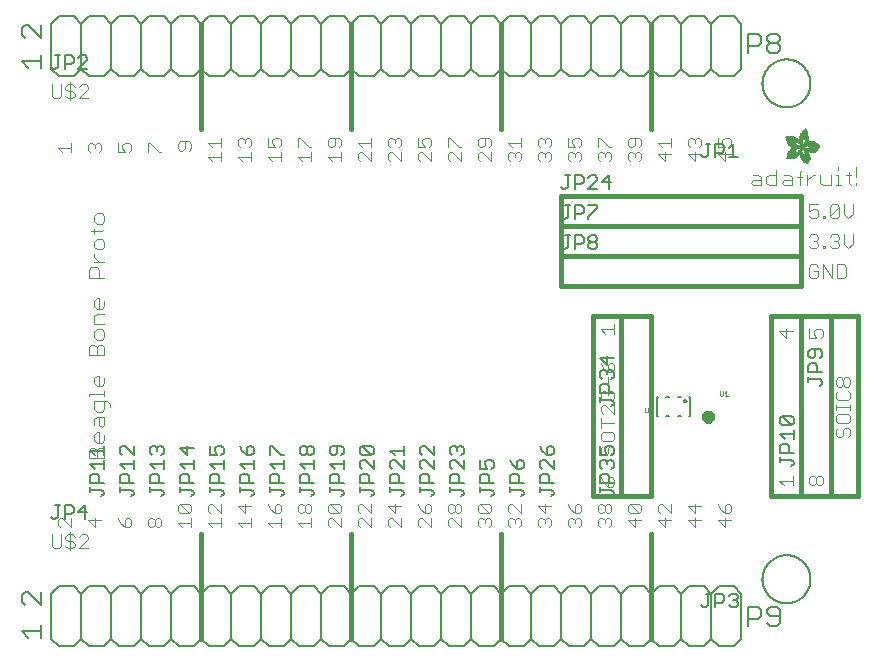
<source format=gbr>
G04 EAGLE Gerber RS-274X export*
G75*
%MOMM*%
%FSLAX34Y34*%
%LPD*%
%INSilkscreen Top*%
%IPPOS*%
%AMOC8*
5,1,8,0,0,1.08239X$1,22.5*%
G01*
%ADD10C,0.406400*%
%ADD11C,0.609600*%
%ADD12C,0.101600*%
%ADD13C,0.152400*%
%ADD14C,0.127000*%
%ADD15C,0.025400*%
%ADD16R,0.063400X0.002600*%
%ADD17R,0.099000X0.002400*%
%ADD18R,0.124400X0.002600*%
%ADD19R,0.144800X0.002400*%
%ADD20R,0.162600X0.002400*%
%ADD21R,0.180200X0.002600*%
%ADD22R,0.193000X0.002400*%
%ADD23R,0.208200X0.002600*%
%ADD24R,0.221000X0.002400*%
%ADD25R,0.233600X0.002400*%
%ADD26R,0.246200X0.002600*%
%ADD27R,0.256600X0.002400*%
%ADD28R,0.266600X0.002600*%
%ADD29R,0.276800X0.002400*%
%ADD30R,0.287000X0.002400*%
%ADD31R,0.297200X0.002600*%
%ADD32R,0.304800X0.002400*%
%ADD33R,0.315000X0.002600*%
%ADD34R,0.322600X0.002400*%
%ADD35R,0.332800X0.002400*%
%ADD36R,0.340400X0.002600*%
%ADD37R,0.350400X0.002400*%
%ADD38R,0.355600X0.002600*%
%ADD39R,0.363200X0.002400*%
%ADD40R,0.370800X0.002400*%
%ADD41R,0.378400X0.002600*%
%ADD42R,0.386000X0.002400*%
%ADD43R,0.391000X0.002600*%
%ADD44R,0.398800X0.002400*%
%ADD45R,0.406400X0.002400*%
%ADD46R,0.411400X0.002600*%
%ADD47R,0.419000X0.002400*%
%ADD48R,0.426600X0.002600*%
%ADD49R,0.431800X0.002400*%
%ADD50R,0.436800X0.002400*%
%ADD51R,0.442000X0.002600*%
%ADD52R,0.447000X0.002400*%
%ADD53R,0.454600X0.002600*%
%ADD54R,0.459600X0.002400*%
%ADD55R,0.467400X0.002400*%
%ADD56R,0.469800X0.002600*%
%ADD57R,0.475000X0.002400*%
%ADD58R,0.482600X0.002600*%
%ADD59R,0.485000X0.002400*%
%ADD60R,0.490200X0.002400*%
%ADD61R,0.495200X0.002600*%
%ADD62R,0.503000X0.002400*%
%ADD63R,0.505400X0.002600*%
%ADD64R,0.510400X0.002400*%
%ADD65R,0.515600X0.002400*%
%ADD66R,0.518000X0.002600*%
%ADD67R,0.523200X0.002400*%
%ADD68R,0.525800X0.002600*%
%ADD69R,0.533400X0.002400*%
%ADD70R,0.538400X0.002400*%
%ADD71R,0.541000X0.002600*%
%ADD72R,0.546000X0.002400*%
%ADD73R,0.548600X0.002600*%
%ADD74R,0.553600X0.002400*%
%ADD75R,0.558800X0.002400*%
%ADD76R,0.561400X0.002600*%
%ADD77R,0.566400X0.002400*%
%ADD78R,0.568800X0.002600*%
%ADD79R,0.574000X0.002400*%
%ADD80R,0.576600X0.002400*%
%ADD81R,0.581600X0.002600*%
%ADD82R,0.584200X0.002400*%
%ADD83R,0.589200X0.002600*%
%ADD84R,0.591800X0.002400*%
%ADD85R,0.596800X0.002400*%
%ADD86R,0.599400X0.002600*%
%ADD87R,0.604400X0.002400*%
%ADD88R,0.604400X0.002600*%
%ADD89R,0.609600X0.002400*%
%ADD90R,0.612200X0.002400*%
%ADD91R,0.617200X0.002600*%
%ADD92R,0.619800X0.002400*%
%ADD93R,0.622200X0.002600*%
%ADD94R,0.627200X0.002400*%
%ADD95R,0.632400X0.002600*%
%ADD96R,0.635000X0.002400*%
%ADD97R,0.640000X0.002600*%
%ADD98R,0.642600X0.002400*%
%ADD99R,0.645000X0.002400*%
%ADD100R,0.647600X0.002600*%
%ADD101R,0.650200X0.002400*%
%ADD102R,0.655200X0.002600*%
%ADD103R,0.657800X0.002400*%
%ADD104R,0.662800X0.002600*%
%ADD105R,0.665400X0.002400*%
%ADD106R,0.668000X0.002600*%
%ADD107R,0.670600X0.002400*%
%ADD108R,0.673000X0.002400*%
%ADD109R,0.678200X0.002600*%
%ADD110R,0.680600X0.002400*%
%ADD111R,0.680600X0.002600*%
%ADD112R,0.685800X0.002400*%
%ADD113R,0.688400X0.002400*%
%ADD114R,0.688400X0.002600*%
%ADD115R,0.693400X0.002400*%
%ADD116R,0.696000X0.002600*%
%ADD117R,0.698400X0.002400*%
%ADD118R,0.703400X0.002600*%
%ADD119R,0.706000X0.002400*%
%ADD120R,0.706000X0.002600*%
%ADD121R,0.711200X0.002400*%
%ADD122R,0.713800X0.002400*%
%ADD123R,0.713800X0.002600*%
%ADD124R,0.716200X0.002400*%
%ADD125R,0.721200X0.002600*%
%ADD126R,0.721200X0.002400*%
%ADD127R,0.723800X0.002400*%
%ADD128R,0.723800X0.002600*%
%ADD129R,0.729000X0.002400*%
%ADD130R,0.731600X0.002600*%
%ADD131R,0.731600X0.002400*%
%ADD132R,0.734000X0.002400*%
%ADD133R,0.736600X0.002600*%
%ADD134R,0.739000X0.002400*%
%ADD135R,0.741600X0.002600*%
%ADD136R,0.741600X0.002400*%
%ADD137R,0.744200X0.002400*%
%ADD138R,0.746600X0.002600*%
%ADD139R,0.749200X0.002400*%
%ADD140R,0.751800X0.002600*%
%ADD141R,0.751800X0.002400*%
%ADD142R,0.754200X0.002400*%
%ADD143R,0.756800X0.002600*%
%ADD144R,0.759400X0.002400*%
%ADD145R,0.759400X0.002600*%
%ADD146R,0.762000X0.002400*%
%ADD147R,0.764600X0.002400*%
%ADD148R,0.764600X0.002600*%
%ADD149R,0.767000X0.002400*%
%ADD150R,0.769600X0.002600*%
%ADD151R,0.772000X0.002400*%
%ADD152R,0.774600X0.002600*%
%ADD153R,0.774600X0.002400*%
%ADD154R,0.777200X0.002600*%
%ADD155R,0.777200X0.002400*%
%ADD156R,0.205600X0.002400*%
%ADD157R,0.779800X0.002400*%
%ADD158R,0.309800X0.002600*%
%ADD159R,0.782400X0.002600*%
%ADD160R,0.381000X0.002400*%
%ADD161R,0.784800X0.002400*%
%ADD162R,0.409000X0.002600*%
%ADD163R,0.784800X0.002600*%
%ADD164R,0.787400X0.002400*%
%ADD165R,0.452000X0.002400*%
%ADD166R,0.790000X0.002600*%
%ADD167R,0.487600X0.002400*%
%ADD168R,0.790000X0.002400*%
%ADD169R,0.502800X0.002600*%
%ADD170R,0.792400X0.002600*%
%ADD171R,0.518000X0.002400*%
%ADD172R,0.792400X0.002400*%
%ADD173R,0.530800X0.002400*%
%ADD174R,0.795000X0.002400*%
%ADD175R,0.795000X0.002600*%
%ADD176R,0.797600X0.002400*%
%ADD177R,0.563800X0.002600*%
%ADD178R,0.797600X0.002600*%
%ADD179R,0.800000X0.002400*%
%ADD180R,0.586600X0.002400*%
%ADD181R,0.596800X0.002600*%
%ADD182R,0.802600X0.002600*%
%ADD183R,0.604600X0.002400*%
%ADD184R,0.805200X0.002400*%
%ADD185R,0.612200X0.002600*%
%ADD186R,0.807600X0.002600*%
%ADD187R,0.622200X0.002400*%
%ADD188R,0.807600X0.002400*%
%ADD189R,0.630000X0.002400*%
%ADD190R,0.810200X0.002400*%
%ADD191R,0.637600X0.002600*%
%ADD192R,0.810200X0.002600*%
%ADD193R,0.647600X0.002400*%
%ADD194R,0.812800X0.002400*%
%ADD195R,0.652800X0.002600*%
%ADD196R,0.812800X0.002600*%
%ADD197R,0.815200X0.002400*%
%ADD198R,0.673000X0.002600*%
%ADD199R,0.815200X0.002600*%
%ADD200R,0.817800X0.002400*%
%ADD201R,0.683200X0.002600*%
%ADD202R,0.817800X0.002600*%
%ADD203R,0.690800X0.002400*%
%ADD204R,0.820400X0.002400*%
%ADD205R,0.696000X0.002400*%
%ADD206R,0.703600X0.002600*%
%ADD207R,0.820400X0.002600*%
%ADD208R,0.708600X0.002400*%
%ADD209R,0.823000X0.002400*%
%ADD210R,0.728800X0.002600*%
%ADD211R,0.825400X0.002600*%
%ADD212R,0.825400X0.002400*%
%ADD213R,0.739000X0.002600*%
%ADD214R,0.828000X0.002600*%
%ADD215R,0.828000X0.002400*%
%ADD216R,0.749200X0.002600*%
%ADD217R,0.830600X0.002600*%
%ADD218R,0.754400X0.002400*%
%ADD219R,0.830600X0.002400*%
%ADD220R,0.833200X0.002600*%
%ADD221R,0.764400X0.002400*%
%ADD222R,0.833200X0.002400*%
%ADD223R,0.835600X0.002600*%
%ADD224R,0.833000X0.002400*%
%ADD225R,0.782400X0.002400*%
%ADD226R,0.835600X0.002400*%
%ADD227R,0.787400X0.002600*%
%ADD228R,0.838200X0.002600*%
%ADD229R,0.789800X0.002400*%
%ADD230R,0.838200X0.002400*%
%ADD231R,0.840600X0.002600*%
%ADD232R,0.797400X0.002400*%
%ADD233R,0.840600X0.002400*%
%ADD234R,0.805200X0.002600*%
%ADD235R,0.840800X0.002600*%
%ADD236R,0.840800X0.002400*%
%ADD237R,0.843200X0.002600*%
%ADD238R,0.843200X0.002400*%
%ADD239R,0.815400X0.002400*%
%ADD240R,0.845800X0.002600*%
%ADD241R,0.845800X0.002400*%
%ADD242R,0.830400X0.002600*%
%ADD243R,0.848200X0.002600*%
%ADD244R,0.848200X0.002400*%
%ADD245R,0.848400X0.002400*%
%ADD246R,0.848400X0.002600*%
%ADD247R,0.850800X0.002400*%
%ADD248R,0.853400X0.002600*%
%ADD249R,0.850800X0.002600*%
%ADD250R,0.856000X0.002400*%
%ADD251R,0.861000X0.002600*%
%ADD252R,0.863600X0.002400*%
%ADD253R,0.866000X0.002600*%
%ADD254R,0.868600X0.002400*%
%ADD255R,0.871200X0.002600*%
%ADD256R,0.873600X0.002400*%
%ADD257R,0.853400X0.002400*%
%ADD258R,0.876200X0.002400*%
%ADD259R,0.876200X0.002600*%
%ADD260R,0.881400X0.002400*%
%ADD261R,0.883800X0.002600*%
%ADD262R,0.886400X0.002400*%
%ADD263R,0.889000X0.002400*%
%ADD264R,0.891600X0.002600*%
%ADD265R,0.891400X0.002400*%
%ADD266R,0.894000X0.002600*%
%ADD267R,0.896600X0.002400*%
%ADD268R,0.899000X0.002400*%
%ADD269R,0.901600X0.002600*%
%ADD270R,0.856000X0.002600*%
%ADD271R,0.904200X0.002400*%
%ADD272R,0.904200X0.002600*%
%ADD273R,0.909200X0.002400*%
%ADD274R,0.911800X0.002400*%
%ADD275R,0.914400X0.002600*%
%ADD276R,0.916800X0.002400*%
%ADD277R,0.919400X0.002600*%
%ADD278R,0.919400X0.002400*%
%ADD279R,0.922000X0.002400*%
%ADD280R,0.924600X0.002600*%
%ADD281R,0.927000X0.002400*%
%ADD282R,0.929600X0.002600*%
%ADD283R,0.932200X0.002400*%
%ADD284R,0.934600X0.002600*%
%ADD285R,0.937200X0.002400*%
%ADD286R,0.939800X0.002600*%
%ADD287R,0.942200X0.002400*%
%ADD288R,0.942400X0.002400*%
%ADD289R,0.944800X0.002600*%
%ADD290R,0.947400X0.002400*%
%ADD291R,0.950000X0.002600*%
%ADD292R,0.952400X0.002400*%
%ADD293R,0.955000X0.002400*%
%ADD294R,0.952400X0.002600*%
%ADD295R,0.957400X0.002600*%
%ADD296R,0.365600X0.002600*%
%ADD297R,0.462200X0.002600*%
%ADD298R,0.960000X0.002400*%
%ADD299R,0.358000X0.002400*%
%ADD300R,0.454600X0.002400*%
%ADD301R,0.962600X0.002400*%
%ADD302R,0.353000X0.002400*%
%ADD303R,0.452200X0.002400*%
%ADD304R,0.965200X0.002600*%
%ADD305R,0.350400X0.002600*%
%ADD306R,0.447000X0.002600*%
%ADD307R,0.965200X0.002400*%
%ADD308R,0.348000X0.002400*%
%ADD309R,0.444400X0.002400*%
%ADD310R,0.967600X0.002600*%
%ADD311R,0.345400X0.002600*%
%ADD312R,0.439400X0.002600*%
%ADD313R,0.970200X0.002400*%
%ADD314R,0.342800X0.002400*%
%ADD315R,0.340200X0.002400*%
%ADD316R,0.972800X0.002600*%
%ADD317R,0.337800X0.002600*%
%ADD318R,0.429200X0.002600*%
%ADD319R,0.972800X0.002400*%
%ADD320R,0.335200X0.002400*%
%ADD321R,0.429200X0.002400*%
%ADD322R,0.975400X0.002600*%
%ADD323R,0.332600X0.002600*%
%ADD324R,0.424200X0.002600*%
%ADD325R,0.977800X0.002400*%
%ADD326R,0.424200X0.002400*%
%ADD327R,0.980400X0.002600*%
%ADD328R,0.330200X0.002600*%
%ADD329R,0.419000X0.002600*%
%ADD330R,0.980400X0.002400*%
%ADD331R,0.327600X0.002400*%
%ADD332R,0.414000X0.002400*%
%ADD333R,0.983000X0.002600*%
%ADD334R,0.327600X0.002600*%
%ADD335R,0.414000X0.002600*%
%ADD336R,0.983000X0.002400*%
%ADD337R,0.325000X0.002400*%
%ADD338R,0.985400X0.002400*%
%ADD339R,0.409000X0.002400*%
%ADD340R,0.988000X0.002600*%
%ADD341R,0.322600X0.002600*%
%ADD342R,0.322400X0.002400*%
%ADD343R,0.320000X0.002600*%
%ADD344R,0.403800X0.002600*%
%ADD345R,0.990600X0.002400*%
%ADD346R,0.317400X0.002400*%
%ADD347R,0.401200X0.002400*%
%ADD348R,0.990600X0.002600*%
%ADD349R,0.317400X0.002600*%
%ADD350R,0.398800X0.002600*%
%ADD351R,0.315000X0.002400*%
%ADD352R,0.396200X0.002400*%
%ADD353R,0.993000X0.002600*%
%ADD354R,0.393600X0.002600*%
%ADD355R,0.993000X0.002400*%
%ADD356R,0.312400X0.002400*%
%ADD357R,0.393600X0.002400*%
%ADD358R,0.312400X0.002600*%
%ADD359R,0.391200X0.002600*%
%ADD360R,0.309800X0.002400*%
%ADD361R,0.388600X0.002400*%
%ADD362R,1.305600X0.002600*%
%ADD363R,0.386000X0.002600*%
%ADD364R,1.300400X0.002400*%
%ADD365R,1.298000X0.002400*%
%ADD366R,0.383400X0.002400*%
%ADD367R,1.298000X0.002600*%
%ADD368R,0.383400X0.002600*%
%ADD369R,1.295400X0.002400*%
%ADD370R,1.292800X0.002600*%
%ADD371R,0.381000X0.002600*%
%ADD372R,1.290200X0.002400*%
%ADD373R,0.378400X0.002400*%
%ADD374R,1.285200X0.002600*%
%ADD375R,1.285200X0.002400*%
%ADD376R,0.373400X0.002400*%
%ADD377R,1.282600X0.002600*%
%ADD378R,0.373400X0.002600*%
%ADD379R,1.282600X0.002400*%
%ADD380R,1.277600X0.002400*%
%ADD381R,1.277600X0.002600*%
%ADD382R,0.368200X0.002600*%
%ADD383R,1.275000X0.002400*%
%ADD384R,0.368200X0.002400*%
%ADD385R,1.272400X0.002600*%
%ADD386R,0.365800X0.002600*%
%ADD387R,1.270000X0.002400*%
%ADD388R,0.365800X0.002400*%
%ADD389R,1.265000X0.002600*%
%ADD390R,0.363200X0.002600*%
%ADD391R,1.265000X0.002400*%
%ADD392R,1.262400X0.002600*%
%ADD393R,0.360600X0.002600*%
%ADD394R,1.259800X0.002400*%
%ADD395R,0.360600X0.002400*%
%ADD396R,1.257200X0.002400*%
%ADD397R,1.257200X0.002600*%
%ADD398R,0.358000X0.002600*%
%ADD399R,1.254800X0.002400*%
%ADD400R,0.355600X0.002400*%
%ADD401R,1.252200X0.002600*%
%ADD402R,1.252200X0.002400*%
%ADD403R,1.247000X0.002400*%
%ADD404R,1.247000X0.002600*%
%ADD405R,0.353000X0.002600*%
%ADD406R,1.242000X0.002600*%
%ADD407R,1.242000X0.002400*%
%ADD408R,1.239400X0.002400*%
%ADD409R,1.237000X0.002600*%
%ADD410R,0.347800X0.002600*%
%ADD411R,1.237000X0.002400*%
%ADD412R,0.347800X0.002400*%
%ADD413R,1.231800X0.002600*%
%ADD414R,1.231800X0.002400*%
%ADD415R,0.345400X0.002400*%
%ADD416R,1.226800X0.002600*%
%ADD417R,1.226800X0.002400*%
%ADD418R,1.224200X0.002600*%
%ADD419R,0.342800X0.002600*%
%ADD420R,1.221600X0.002400*%
%ADD421R,0.340400X0.002400*%
%ADD422R,1.219200X0.002600*%
%ADD423R,1.216600X0.002400*%
%ADD424R,0.337800X0.002400*%
%ADD425R,1.214200X0.002600*%
%ADD426R,1.214200X0.002400*%
%ADD427R,1.209000X0.002400*%
%ADD428R,1.209000X0.002600*%
%ADD429R,0.335200X0.002600*%
%ADD430R,1.206400X0.002600*%
%ADD431R,0.652800X0.002400*%
%ADD432R,0.083800X0.002400*%
%ADD433R,0.505400X0.002400*%
%ADD434R,0.134600X0.002400*%
%ADD435R,0.497800X0.002600*%
%ADD436R,0.332800X0.002600*%
%ADD437R,0.167600X0.002600*%
%ADD438R,0.632400X0.002400*%
%ADD439R,0.330200X0.002400*%
%ADD440R,0.195400X0.002400*%
%ADD441R,0.629800X0.002600*%
%ADD442R,0.223400X0.002600*%
%ADD443R,0.624800X0.002400*%
%ADD444R,0.474800X0.002400*%
%ADD445R,0.246400X0.002400*%
%ADD446R,0.469800X0.002400*%
%ADD447R,0.264000X0.002400*%
%ADD448R,0.619600X0.002600*%
%ADD449R,0.284400X0.002600*%
%ADD450R,0.617200X0.002400*%
%ADD451R,0.457200X0.002400*%
%ADD452R,0.302200X0.002400*%
%ADD453R,0.614600X0.002600*%
%ADD454R,0.452000X0.002600*%
%ADD455R,0.325000X0.002600*%
%ADD456R,0.439400X0.002400*%
%ADD457R,0.609600X0.002600*%
%ADD458R,0.434400X0.002600*%
%ADD459R,0.322400X0.002600*%
%ADD460R,0.602000X0.002400*%
%ADD461R,0.416400X0.002400*%
%ADD462R,0.599400X0.002400*%
%ADD463R,0.408800X0.002400*%
%ADD464R,0.320000X0.002400*%
%ADD465R,0.441800X0.002400*%
%ADD466R,0.401200X0.002600*%
%ADD467R,0.464800X0.002400*%
%ADD468R,0.594200X0.002400*%
%ADD469R,0.591800X0.002600*%
%ADD470R,0.487600X0.002600*%
%ADD471R,0.594400X0.002400*%
%ADD472R,0.495200X0.002400*%
%ADD473R,0.508000X0.002600*%
%ADD474R,0.518200X0.002400*%
%ADD475R,0.589200X0.002400*%
%ADD476R,0.375800X0.002400*%
%ADD477R,0.528400X0.002400*%
%ADD478R,0.370800X0.002600*%
%ADD479R,0.538400X0.002600*%
%ADD480R,0.586600X0.002600*%
%ADD481R,0.556200X0.002600*%
%ADD482R,0.314800X0.002400*%
%ADD483R,0.586800X0.002600*%
%ADD484R,0.584200X0.002600*%
%ADD485R,0.602000X0.002600*%
%ADD486R,0.581600X0.002400*%
%ADD487R,0.619600X0.002400*%
%ADD488R,0.627400X0.002600*%
%ADD489R,0.307200X0.002600*%
%ADD490R,0.642600X0.002600*%
%ADD491R,0.579200X0.002400*%
%ADD492R,0.307400X0.002400*%
%ADD493R,0.579000X0.002600*%
%ADD494R,0.307400X0.002600*%
%ADD495R,0.665400X0.002600*%
%ADD496R,0.307200X0.002400*%
%ADD497R,0.314800X0.002600*%
%ADD498R,0.304800X0.002600*%
%ADD499R,0.576400X0.002400*%
%ADD500R,0.576600X0.002600*%
%ADD501R,0.713600X0.002400*%
%ADD502R,0.574000X0.002600*%
%ADD503R,0.302200X0.002600*%
%ADD504R,0.721400X0.002600*%
%ADD505R,0.299600X0.002400*%
%ADD506R,0.297200X0.002400*%
%ADD507R,0.736600X0.002400*%
%ADD508R,0.292000X0.002600*%
%ADD509R,0.289600X0.002400*%
%ADD510R,0.746800X0.002400*%
%ADD511R,0.571400X0.002600*%
%ADD512R,0.287000X0.002600*%
%ADD513R,0.299800X0.002600*%
%ADD514R,0.754400X0.002600*%
%ADD515R,0.284400X0.002400*%
%ADD516R,1.061800X0.002400*%
%ADD517R,0.571400X0.002400*%
%ADD518R,0.282000X0.002400*%
%ADD519R,1.066800X0.002400*%
%ADD520R,0.279400X0.002600*%
%ADD521R,1.066800X0.002600*%
%ADD522R,1.071800X0.002400*%
%ADD523R,0.274200X0.002600*%
%ADD524R,1.074400X0.002600*%
%ADD525R,0.274200X0.002400*%
%ADD526R,1.076800X0.002400*%
%ADD527R,0.569000X0.002400*%
%ADD528R,0.271800X0.002400*%
%ADD529R,1.079400X0.002400*%
%ADD530R,0.269200X0.002600*%
%ADD531R,1.082000X0.002600*%
%ADD532R,0.266600X0.002400*%
%ADD533R,1.087000X0.002400*%
%ADD534R,0.569000X0.002600*%
%ADD535R,0.264200X0.002600*%
%ADD536R,1.087000X0.002600*%
%ADD537R,0.568800X0.002400*%
%ADD538R,0.261600X0.002400*%
%ADD539R,1.092200X0.002400*%
%ADD540R,0.259000X0.002400*%
%ADD541R,1.094800X0.002400*%
%ADD542R,0.566400X0.002600*%
%ADD543R,0.256600X0.002600*%
%ADD544R,1.097200X0.002600*%
%ADD545R,1.099800X0.002400*%
%ADD546R,0.254000X0.002600*%
%ADD547R,1.104800X0.002600*%
%ADD548R,0.251400X0.002400*%
%ADD549R,1.104800X0.002400*%
%ADD550R,0.248800X0.002400*%
%ADD551R,1.110000X0.002400*%
%ADD552R,0.246400X0.002600*%
%ADD553R,1.112400X0.002600*%
%ADD554R,1.115000X0.002400*%
%ADD555R,1.117600X0.002600*%
%ADD556R,0.563800X0.002400*%
%ADD557R,0.243800X0.002400*%
%ADD558R,1.122600X0.002400*%
%ADD559R,0.241200X0.002400*%
%ADD560R,0.241200X0.002600*%
%ADD561R,1.127800X0.002600*%
%ADD562R,0.238600X0.002400*%
%ADD563R,1.130200X0.002400*%
%ADD564R,0.236200X0.002600*%
%ADD565R,1.132800X0.002600*%
%ADD566R,0.561400X0.002400*%
%ADD567R,1.137800X0.002400*%
%ADD568R,0.561200X0.002400*%
%ADD569R,0.561200X0.002600*%
%ADD570R,0.233600X0.002600*%
%ADD571R,1.143000X0.002600*%
%ADD572R,0.231200X0.002400*%
%ADD573R,1.145600X0.002400*%
%ADD574R,0.231200X0.002600*%
%ADD575R,1.148000X0.002600*%
%ADD576R,0.228600X0.002400*%
%ADD577R,1.153200X0.002400*%
%ADD578R,0.226000X0.002400*%
%ADD579R,0.558800X0.002600*%
%ADD580R,0.228600X0.002600*%
%ADD581R,1.158200X0.002600*%
%ADD582R,1.160800X0.002400*%
%ADD583R,1.165800X0.002600*%
%ADD584R,0.223400X0.002400*%
%ADD585R,1.168400X0.002400*%
%ADD586R,1.171000X0.002400*%
%ADD587R,1.176000X0.002600*%
%ADD588R,0.220800X0.002400*%
%ADD589R,1.176000X0.002400*%
%ADD590R,0.221000X0.002600*%
%ADD591R,1.181000X0.002600*%
%ADD592R,1.186200X0.002400*%
%ADD593R,0.218400X0.002400*%
%ADD594R,1.188600X0.002400*%
%ADD595R,1.193800X0.002600*%
%ADD596R,1.196200X0.002400*%
%ADD597R,1.201400X0.002600*%
%ADD598R,0.556200X0.002400*%
%ADD599R,1.206400X0.002400*%
%ADD600R,0.218400X0.002600*%
%ADD601R,1.221600X0.002600*%
%ADD602R,0.553800X0.002400*%
%ADD603R,0.223600X0.002400*%
%ADD604R,0.553600X0.002600*%
%ADD605R,0.226000X0.002600*%
%ADD606R,0.551200X0.002600*%
%ADD607R,0.231000X0.002600*%
%ADD608R,1.249600X0.002600*%
%ADD609R,0.551200X0.002400*%
%ADD610R,0.236200X0.002400*%
%ADD611R,1.513800X0.002400*%
%ADD612R,1.513800X0.002600*%
%ADD613R,0.551000X0.002400*%
%ADD614R,1.516200X0.002600*%
%ADD615R,1.516400X0.002400*%
%ADD616R,0.551000X0.002600*%
%ADD617R,1.518800X0.002600*%
%ADD618R,1.519000X0.002400*%
%ADD619R,1.519000X0.002600*%
%ADD620R,1.521400X0.002400*%
%ADD621R,1.521400X0.002600*%
%ADD622R,1.524000X0.002400*%
%ADD623R,1.524000X0.002600*%
%ADD624R,1.526400X0.002400*%
%ADD625R,1.526600X0.002600*%
%ADD626R,1.529000X0.002400*%
%ADD627R,1.529000X0.002600*%
%ADD628R,1.531600X0.002400*%
%ADD629R,1.534200X0.002600*%
%ADD630R,1.536600X0.002400*%
%ADD631R,1.539200X0.002600*%
%ADD632R,1.541800X0.002400*%
%ADD633R,1.544200X0.002600*%
%ADD634R,1.549400X0.002400*%
%ADD635R,1.549400X0.002600*%
%ADD636R,1.554400X0.002400*%
%ADD637R,1.557000X0.002400*%
%ADD638R,0.594400X0.002600*%
%ADD639R,1.559400X0.002600*%
%ADD640R,1.564600X0.002400*%
%ADD641R,0.604600X0.002600*%
%ADD642R,1.567200X0.002600*%
%ADD643R,1.572200X0.002400*%
%ADD644R,0.614600X0.002400*%
%ADD645R,1.577200X0.002400*%
%ADD646R,0.525800X0.002400*%
%ADD647R,0.906800X0.002400*%
%ADD648R,1.168400X0.002600*%
%ADD649R,0.889000X0.002600*%
%ADD650R,1.155600X0.002400*%
%ADD651R,1.143000X0.002400*%
%ADD652R,0.866200X0.002400*%
%ADD653R,1.130200X0.002600*%
%ADD654R,1.120000X0.002400*%
%ADD655R,1.110000X0.002600*%
%ADD656R,1.084600X0.002600*%
%ADD657R,1.071800X0.002600*%
%ADD658R,1.064200X0.002400*%
%ADD659R,0.807800X0.002400*%
%ADD660R,1.059200X0.002400*%
%ADD661R,0.802600X0.002400*%
%ADD662R,1.054000X0.002600*%
%ADD663R,0.800000X0.002600*%
%ADD664R,1.049000X0.002400*%
%ADD665R,1.046400X0.002600*%
%ADD666R,1.041400X0.002400*%
%ADD667R,1.038800X0.002400*%
%ADD668R,1.033800X0.002600*%
%ADD669R,1.031200X0.002400*%
%ADD670R,1.028600X0.002600*%
%ADD671R,1.026000X0.002400*%
%ADD672R,0.782200X0.002400*%
%ADD673R,1.026200X0.002400*%
%ADD674R,1.023600X0.002600*%
%ADD675R,0.782200X0.002600*%
%ADD676R,1.021000X0.002400*%
%ADD677R,1.021000X0.002600*%
%ADD678R,1.018400X0.002400*%
%ADD679R,1.018400X0.002600*%
%ADD680R,1.023600X0.002400*%
%ADD681R,1.026200X0.002600*%
%ADD682R,1.028600X0.002400*%
%ADD683R,1.033600X0.002600*%
%ADD684R,0.797400X0.002600*%
%ADD685R,1.033600X0.002400*%
%ADD686R,1.036200X0.002600*%
%ADD687R,1.046400X0.002400*%
%ADD688R,1.049000X0.002600*%
%ADD689R,1.054000X0.002400*%
%ADD690R,1.056600X0.002600*%
%ADD691R,1.061600X0.002400*%
%ADD692R,0.822800X0.002400*%
%ADD693R,1.097200X0.002400*%
%ADD694R,0.858400X0.002600*%
%ADD695R,1.122600X0.002600*%
%ADD696R,0.878800X0.002400*%
%ADD697R,1.140400X0.002400*%
%ADD698R,0.883800X0.002400*%
%ADD699R,0.901600X0.002400*%
%ADD700R,1.170800X0.002600*%
%ADD701R,0.909200X0.002600*%
%ADD702R,1.181000X0.002400*%
%ADD703R,1.196400X0.002400*%
%ADD704R,0.929600X0.002400*%
%ADD705R,1.221800X0.002400*%
%ADD706R,0.949800X0.002400*%
%ADD707R,0.962600X0.002600*%
%ADD708R,0.975400X0.002400*%
%ADD709R,1.272400X0.002400*%
%ADD710R,1.290400X0.002600*%
%ADD711R,1.008200X0.002600*%
%ADD712R,1.318200X0.002400*%
%ADD713R,1.361400X0.002600*%
%ADD714R,2.491600X0.002400*%
%ADD715R,2.494200X0.002400*%
%ADD716R,2.499400X0.002600*%
%ADD717R,2.501800X0.002400*%
%ADD718R,2.504400X0.002600*%
%ADD719R,2.509400X0.002400*%
%ADD720R,2.512000X0.002400*%
%ADD721R,2.517200X0.002600*%
%ADD722R,2.519600X0.002400*%
%ADD723R,2.524800X0.002600*%
%ADD724R,2.527200X0.002400*%
%ADD725R,2.529800X0.002400*%
%ADD726R,2.535000X0.002600*%
%ADD727R,1.673800X0.002400*%
%ADD728R,1.661200X0.002600*%
%ADD729R,1.653400X0.002400*%
%ADD730R,1.645800X0.002400*%
%ADD731R,1.638200X0.002600*%
%ADD732R,1.635800X0.002400*%
%ADD733R,0.779800X0.002600*%
%ADD734R,1.630600X0.002600*%
%ADD735R,1.625600X0.002400*%
%ADD736R,0.772200X0.002400*%
%ADD737R,1.620400X0.002400*%
%ADD738R,1.618000X0.002600*%
%ADD739R,1.612800X0.002400*%
%ADD740R,0.764400X0.002600*%
%ADD741R,1.610200X0.002600*%
%ADD742R,1.607800X0.002400*%
%ADD743R,1.602600X0.002400*%
%ADD744R,0.757000X0.002600*%
%ADD745R,1.600200X0.002600*%
%ADD746R,1.597600X0.002400*%
%ADD747R,1.595000X0.002600*%
%ADD748R,1.592600X0.002400*%
%ADD749R,1.590000X0.002400*%
%ADD750R,0.746800X0.002600*%
%ADD751R,1.587400X0.002600*%
%ADD752R,1.585000X0.002400*%
%ADD753R,0.744200X0.002600*%
%ADD754R,1.582400X0.002600*%
%ADD755R,1.579800X0.002400*%
%ADD756R,1.577200X0.002600*%
%ADD757R,1.574800X0.002400*%
%ADD758R,0.734000X0.002600*%
%ADD759R,1.574800X0.002600*%
%ADD760R,1.338600X0.002400*%
%ADD761R,0.731400X0.002400*%
%ADD762R,1.323200X0.002400*%
%ADD763R,0.731400X0.002600*%
%ADD764R,0.213200X0.002600*%
%ADD765R,1.315600X0.002600*%
%ADD766R,0.210800X0.002400*%
%ADD767R,1.308000X0.002400*%
%ADD768R,0.726400X0.002600*%
%ADD769R,0.210800X0.002600*%
%ADD770R,1.300400X0.002600*%
%ADD771R,0.721400X0.002400*%
%ADD772R,0.208200X0.002400*%
%ADD773R,0.718800X0.002400*%
%ADD774R,0.716200X0.002600*%
%ADD775R,1.267400X0.002400*%
%ADD776R,0.713600X0.002600*%
%ADD777R,1.254800X0.002600*%
%ADD778R,1.249600X0.002400*%
%ADD779R,0.711200X0.002600*%
%ADD780R,1.244600X0.002600*%
%ADD781R,0.706200X0.002400*%
%ADD782R,0.213400X0.002400*%
%ADD783R,0.213200X0.002400*%
%ADD784R,0.215800X0.002600*%
%ADD785R,1.221800X0.002600*%
%ADD786R,0.701000X0.002400*%
%ADD787R,0.215800X0.002400*%
%ADD788R,1.219200X0.002400*%
%ADD789R,1.214000X0.002400*%
%ADD790R,0.701000X0.002600*%
%ADD791R,0.223600X0.002600*%
%ADD792R,1.198800X0.002600*%
%ADD793R,0.695800X0.002400*%
%ADD794R,1.193800X0.002400*%
%ADD795R,1.188800X0.002400*%
%ADD796R,0.695800X0.002600*%
%ADD797R,1.186200X0.002600*%
%ADD798R,0.690800X0.002600*%
%ADD799R,1.178400X0.002600*%
%ADD800R,0.238800X0.002400*%
%ADD801R,1.173400X0.002400*%
%ADD802R,0.688200X0.002400*%
%ADD803R,0.688200X0.002600*%
%ADD804R,1.163200X0.002600*%
%ADD805R,1.158200X0.002400*%
%ADD806R,0.685800X0.002600*%
%ADD807R,1.155600X0.002600*%
%ADD808R,1.150600X0.002400*%
%ADD809R,0.683200X0.002400*%
%ADD810R,1.145400X0.002400*%
%ADD811R,0.256400X0.002400*%
%ADD812R,1.135400X0.002400*%
%ADD813R,0.261600X0.002600*%
%ADD814R,1.127600X0.002400*%
%ADD815R,1.125200X0.002400*%
%ADD816R,1.120000X0.002600*%
%ADD817R,0.678200X0.002400*%
%ADD818R,1.107400X0.002400*%
%ADD819R,0.675600X0.002400*%
%ADD820R,1.102200X0.002400*%
%ADD821R,1.099800X0.002600*%
%ADD822R,0.675600X0.002600*%
%ADD823R,1.089600X0.002600*%
%ADD824R,0.294600X0.002400*%
%ADD825R,1.084400X0.002400*%
%ADD826R,1.082000X0.002400*%
%ADD827R,1.076800X0.002600*%
%ADD828R,1.069200X0.002600*%
%ADD829R,1.051400X0.002400*%
%ADD830R,0.670400X0.002400*%
%ADD831R,0.670600X0.002600*%
%ADD832R,1.031200X0.002600*%
%ADD833R,0.670400X0.002600*%
%ADD834R,1.016000X0.002400*%
%ADD835R,1.010800X0.002600*%
%ADD836R,0.376000X0.002400*%
%ADD837R,1.005800X0.002400*%
%ADD838R,1.000800X0.002600*%
%ADD839R,0.998200X0.002400*%
%ADD840R,0.391200X0.002400*%
%ADD841R,0.396200X0.002600*%
%ADD842R,0.401400X0.002400*%
%ADD843R,0.406400X0.002600*%
%ADD844R,0.977800X0.002600*%
%ADD845R,0.421600X0.002400*%
%ADD846R,0.955000X0.002600*%
%ADD847R,0.950000X0.002400*%
%ADD848R,0.944800X0.002400*%
%ADD849R,0.942200X0.002600*%
%ADD850R,0.467200X0.002400*%
%ADD851R,0.477400X0.002600*%
%ADD852R,0.530800X0.002600*%
%ADD853R,0.906800X0.002600*%
%ADD854R,1.325800X0.002400*%
%ADD855R,0.894000X0.002400*%
%ADD856R,1.325800X0.002600*%
%ADD857R,1.328400X0.002400*%
%ADD858R,1.328400X0.002600*%
%ADD859R,0.881400X0.002600*%
%ADD860R,1.333400X0.002400*%
%ADD861R,1.333400X0.002600*%
%ADD862R,0.863600X0.002600*%
%ADD863R,0.858400X0.002400*%
%ADD864R,1.336000X0.002600*%
%ADD865R,1.338600X0.002600*%
%ADD866R,0.833000X0.002600*%
%ADD867R,1.343600X0.002400*%
%ADD868R,1.343600X0.002600*%
%ADD869R,0.365600X0.002400*%
%ADD870R,1.346200X0.002400*%
%ADD871R,1.348800X0.002600*%
%ADD872R,1.348800X0.002400*%
%ADD873R,1.351200X0.002600*%
%ADD874R,1.351200X0.002400*%
%ADD875R,0.269200X0.002400*%
%ADD876R,1.353800X0.002400*%
%ADD877R,0.249000X0.002400*%
%ADD878R,1.353800X0.002600*%
%ADD879R,0.340200X0.002600*%
%ADD880R,1.356200X0.002400*%
%ADD881R,1.358800X0.002600*%
%ADD882R,0.198200X0.002600*%
%ADD883R,1.358800X0.002400*%
%ADD884R,0.180200X0.002400*%
%ADD885R,0.157400X0.002400*%
%ADD886R,0.132000X0.002600*%
%ADD887R,1.364000X0.002400*%
%ADD888R,0.101600X0.002400*%
%ADD889R,1.364000X0.002600*%
%ADD890R,0.050800X0.002600*%
%ADD891R,1.369000X0.002400*%
%ADD892R,1.369000X0.002600*%
%ADD893R,1.371600X0.002600*%
%ADD894R,1.374200X0.002400*%
%ADD895R,1.376600X0.002600*%
%ADD896R,1.376600X0.002400*%
%ADD897R,1.379200X0.002600*%
%ADD898R,1.381800X0.002400*%
%ADD899R,1.381800X0.002600*%
%ADD900R,1.386800X0.002400*%
%ADD901R,1.386800X0.002600*%
%ADD902R,0.294600X0.002600*%
%ADD903R,1.389200X0.002400*%
%ADD904R,1.389200X0.002600*%
%ADD905R,1.394400X0.002400*%
%ADD906R,0.292000X0.002400*%
%ADD907R,1.394400X0.002600*%
%ADD908R,1.397000X0.002400*%
%ADD909R,1.397000X0.002600*%
%ADD910R,1.402000X0.002400*%
%ADD911R,1.402000X0.002600*%
%ADD912R,0.289600X0.002600*%
%ADD913R,1.404600X0.002400*%
%ADD914R,1.407000X0.002600*%
%ADD915R,1.409600X0.002400*%
%ADD916R,1.412200X0.002600*%
%ADD917R,1.412200X0.002400*%
%ADD918R,1.414800X0.002600*%
%ADD919R,1.417200X0.002400*%
%ADD920R,1.419800X0.002600*%
%ADD921R,1.419800X0.002400*%
%ADD922R,1.422400X0.002400*%
%ADD923R,1.424800X0.002600*%
%ADD924R,1.424800X0.002400*%
%ADD925R,1.051400X0.002600*%
%ADD926R,0.375800X0.002600*%
%ADD927R,1.044000X0.002400*%
%ADD928R,0.383600X0.002400*%
%ADD929R,1.041400X0.002600*%
%ADD930R,0.299600X0.002600*%
%ADD931R,1.038800X0.002600*%
%ADD932R,0.388600X0.002600*%
%ADD933R,1.036200X0.002400*%
%ADD934R,0.398600X0.002600*%
%ADD935R,0.398600X0.002400*%
%ADD936R,1.018600X0.002600*%
%ADD937R,0.403800X0.002400*%
%ADD938R,1.013400X0.002600*%
%ADD939R,1.008400X0.002400*%
%ADD940R,0.411400X0.002400*%
%ADD941R,1.005800X0.002600*%
%ADD942R,1.003200X0.002400*%
%ADD943R,0.421600X0.002600*%
%ADD944R,0.426800X0.002400*%
%ADD945R,0.995600X0.002400*%
%ADD946R,0.441800X0.002600*%
%ADD947R,0.988000X0.002400*%
%ADD948R,0.985400X0.002600*%
%ADD949R,0.975200X0.002400*%
%ADD950R,0.970200X0.002600*%
%ADD951R,0.967600X0.002400*%
%ADD952R,0.960000X0.002600*%
%ADD953R,0.805000X0.002600*%
%ADD954R,0.957400X0.002400*%
%ADD955R,0.947400X0.002600*%
%ADD956R,0.934600X0.002400*%
%ADD957R,0.927000X0.002600*%
%ADD958R,0.924600X0.002400*%
%ADD959R,0.917000X0.002400*%
%ADD960R,0.891400X0.002600*%
%ADD961R,0.861000X0.002400*%
%ADD962R,0.789800X0.002600*%
%ADD963R,0.772200X0.002600*%
%ADD964R,0.772000X0.002600*%
%ADD965R,0.726400X0.002400*%
%ADD966R,0.769600X0.002400*%
%ADD967R,0.718800X0.002600*%
%ADD968R,0.767000X0.002600*%
%ADD969R,0.660400X0.002400*%
%ADD970R,0.650200X0.002600*%
%ADD971R,0.637400X0.002400*%
%ADD972R,0.607000X0.002400*%
%ADD973R,0.535800X0.002400*%
%ADD974R,0.756800X0.002400*%
%ADD975R,0.061000X0.002400*%
%ADD976R,0.746600X0.002400*%
%ADD977R,0.729000X0.002600*%
%ADD978R,0.703600X0.002400*%
%ADD979R,0.698400X0.002600*%
%ADD980R,0.693400X0.002600*%
%ADD981R,0.680800X0.002400*%
%ADD982R,0.680800X0.002600*%
%ADD983R,0.668000X0.002400*%
%ADD984R,0.663000X0.002400*%
%ADD985R,0.663000X0.002600*%
%ADD986R,0.655200X0.002400*%
%ADD987R,0.652600X0.002600*%
%ADD988R,0.652600X0.002400*%
%ADD989R,0.645200X0.002400*%
%ADD990R,0.645200X0.002600*%
%ADD991R,0.640000X0.002400*%
%ADD992R,0.635000X0.002600*%
%ADD993R,0.629800X0.002400*%
%ADD994R,0.627400X0.002400*%
%ADD995R,0.612000X0.002600*%
%ADD996R,0.612000X0.002400*%
%ADD997R,0.607000X0.002600*%
%ADD998R,0.553800X0.002600*%
%ADD999R,0.546000X0.002600*%
%ADD1000R,0.543400X0.002400*%
%ADD1001R,0.543400X0.002600*%
%ADD1002R,0.536000X0.002400*%
%ADD1003R,0.536000X0.002600*%
%ADD1004R,0.528200X0.002600*%
%ADD1005R,0.525600X0.002400*%
%ADD1006R,0.520600X0.002600*%
%ADD1007R,0.515600X0.002600*%
%ADD1008R,0.510600X0.002400*%
%ADD1009R,0.502800X0.002400*%
%ADD1010R,0.500400X0.002600*%
%ADD1011R,0.497800X0.002400*%
%ADD1012R,0.492800X0.002400*%
%ADD1013R,0.492800X0.002600*%
%ADD1014R,0.485000X0.002600*%
%ADD1015R,0.482600X0.002400*%
%ADD1016R,0.480000X0.002400*%
%ADD1017R,0.475000X0.002600*%
%ADD1018R,0.472400X0.002400*%
%ADD1019R,0.444400X0.002600*%
%ADD1020R,0.442000X0.002400*%
%ADD1021R,0.436800X0.002600*%
%ADD1022R,0.434200X0.002400*%
%ADD1023R,0.416600X0.002400*%
%ADD1024R,0.358200X0.002400*%
%ADD1025R,0.289400X0.002400*%
%ADD1026R,0.276800X0.002600*%
%ADD1027R,0.256400X0.002600*%
%ADD1028R,0.254000X0.002400*%
%ADD1029R,0.243800X0.002600*%
%ADD1030R,0.231000X0.002400*%
%ADD1031R,0.203200X0.002400*%
%ADD1032R,0.200600X0.002600*%
%ADD1033R,0.195600X0.002400*%
%ADD1034R,0.193000X0.002600*%
%ADD1035R,0.188000X0.002400*%
%ADD1036R,0.182800X0.002400*%
%ADD1037R,0.172600X0.002400*%
%ADD1038R,0.170200X0.002600*%
%ADD1039R,0.167600X0.002400*%
%ADD1040R,0.160000X0.002400*%
%ADD1041R,0.157400X0.002600*%
%ADD1042R,0.152400X0.002400*%
%ADD1043R,0.149800X0.002600*%
%ADD1044R,0.139600X0.002400*%
%ADD1045R,0.137200X0.002600*%
%ADD1046R,0.129400X0.002400*%
%ADD1047R,0.127000X0.002600*%
%ADD1048R,0.124400X0.002400*%
%ADD1049R,0.119400X0.002400*%
%ADD1050R,0.114200X0.002600*%
%ADD1051R,0.109200X0.002400*%
%ADD1052R,0.106600X0.002600*%
%ADD1053R,0.096400X0.002400*%
%ADD1054R,0.094000X0.002600*%
%ADD1055R,0.088800X0.002400*%
%ADD1056R,0.083800X0.002600*%
%ADD1057R,0.078600X0.002400*%
%ADD1058R,0.076200X0.002400*%
%ADD1059R,0.073600X0.002600*%
%ADD1060R,0.066000X0.002400*%
%ADD1061R,0.058400X0.002400*%
%ADD1062R,0.055800X0.002400*%
%ADD1063R,0.048200X0.002600*%
%ADD1064R,0.045600X0.002400*%
%ADD1065R,0.043200X0.002600*%
%ADD1066R,0.038000X0.002400*%
%ADD1067R,0.035600X0.002400*%
%ADD1068R,0.027800X0.002600*%
%ADD1069R,0.025400X0.002400*%
%ADD1070R,0.020200X0.002600*%
%ADD1071R,0.017800X0.002400*%
%ADD1072R,0.015200X0.002400*%
%ADD1073R,0.010000X0.002600*%
%ADD1074R,0.007600X0.002400*%


D10*
X812800Y387350D02*
X609600Y387350D01*
X609600Y361950D01*
X812800Y361950D02*
X812800Y387350D01*
X609600Y361950D02*
X609600Y336550D01*
X812800Y336550D01*
X812800Y361950D01*
X609600Y336550D02*
X609600Y311150D01*
X812800Y311150D01*
X812800Y336550D01*
X812800Y361950D02*
X609600Y361950D01*
X660400Y133350D02*
X685800Y133350D01*
X660400Y133350D02*
X660400Y285750D01*
X685800Y285750D01*
X685800Y133350D01*
X660400Y133350D02*
X636270Y133350D01*
X636270Y285750D01*
X660400Y285750D01*
X838200Y285750D02*
X838200Y133350D01*
X838200Y285750D02*
X812800Y285750D01*
X812800Y133350D02*
X838200Y133350D01*
X812800Y133350D02*
X787400Y133350D01*
X838200Y133350D02*
X861060Y133350D01*
X861060Y285750D01*
X838200Y285750D01*
X812800Y285750D02*
X812800Y133350D01*
X787400Y133350D02*
X787400Y285750D01*
X812800Y285750D01*
X304800Y101600D02*
X304800Y12700D01*
X431800Y12700D02*
X431800Y101600D01*
X558800Y101600D02*
X558800Y12700D01*
X685800Y12700D02*
X685800Y101600D01*
X304800Y444500D02*
X304800Y533400D01*
X431800Y533400D02*
X431800Y444500D01*
X558800Y444500D02*
X558800Y533400D01*
X685800Y533400D02*
X685800Y444500D01*
D11*
X731520Y200660D02*
X731522Y200760D01*
X731528Y200861D01*
X731538Y200960D01*
X731552Y201060D01*
X731569Y201159D01*
X731591Y201257D01*
X731617Y201354D01*
X731646Y201450D01*
X731679Y201544D01*
X731716Y201638D01*
X731756Y201730D01*
X731800Y201820D01*
X731848Y201908D01*
X731899Y201995D01*
X731953Y202079D01*
X732011Y202161D01*
X732072Y202241D01*
X732136Y202318D01*
X732203Y202393D01*
X732273Y202465D01*
X732346Y202534D01*
X732421Y202600D01*
X732499Y202664D01*
X732579Y202724D01*
X732662Y202781D01*
X732747Y202834D01*
X732834Y202884D01*
X732923Y202931D01*
X733013Y202974D01*
X733105Y203014D01*
X733199Y203050D01*
X733294Y203082D01*
X733390Y203110D01*
X733488Y203135D01*
X733586Y203155D01*
X733685Y203172D01*
X733785Y203185D01*
X733884Y203194D01*
X733985Y203199D01*
X734085Y203200D01*
X734185Y203197D01*
X734286Y203190D01*
X734385Y203179D01*
X734485Y203164D01*
X734583Y203146D01*
X734681Y203123D01*
X734778Y203096D01*
X734873Y203066D01*
X734968Y203032D01*
X735061Y202994D01*
X735152Y202953D01*
X735242Y202908D01*
X735330Y202860D01*
X735416Y202808D01*
X735500Y202753D01*
X735581Y202694D01*
X735660Y202632D01*
X735737Y202568D01*
X735811Y202500D01*
X735882Y202429D01*
X735951Y202356D01*
X736016Y202280D01*
X736079Y202201D01*
X736138Y202120D01*
X736194Y202037D01*
X736247Y201952D01*
X736296Y201864D01*
X736342Y201775D01*
X736384Y201684D01*
X736423Y201591D01*
X736458Y201497D01*
X736489Y201402D01*
X736517Y201305D01*
X736540Y201208D01*
X736560Y201109D01*
X736576Y201010D01*
X736588Y200911D01*
X736596Y200810D01*
X736600Y200710D01*
X736600Y200610D01*
X736596Y200510D01*
X736588Y200409D01*
X736576Y200310D01*
X736560Y200211D01*
X736540Y200112D01*
X736517Y200015D01*
X736489Y199918D01*
X736458Y199823D01*
X736423Y199729D01*
X736384Y199636D01*
X736342Y199545D01*
X736296Y199456D01*
X736247Y199368D01*
X736194Y199283D01*
X736138Y199200D01*
X736079Y199119D01*
X736016Y199040D01*
X735951Y198964D01*
X735882Y198891D01*
X735811Y198820D01*
X735737Y198752D01*
X735660Y198688D01*
X735581Y198626D01*
X735500Y198567D01*
X735416Y198512D01*
X735330Y198460D01*
X735242Y198412D01*
X735152Y198367D01*
X735061Y198326D01*
X734968Y198288D01*
X734873Y198254D01*
X734778Y198224D01*
X734681Y198197D01*
X734583Y198174D01*
X734485Y198156D01*
X734385Y198141D01*
X734286Y198130D01*
X734185Y198123D01*
X734085Y198120D01*
X733985Y198121D01*
X733884Y198126D01*
X733785Y198135D01*
X733685Y198148D01*
X733586Y198165D01*
X733488Y198185D01*
X733390Y198210D01*
X733294Y198238D01*
X733199Y198270D01*
X733105Y198306D01*
X733013Y198346D01*
X732923Y198389D01*
X732834Y198436D01*
X732747Y198486D01*
X732662Y198539D01*
X732579Y198596D01*
X732499Y198656D01*
X732421Y198720D01*
X732346Y198786D01*
X732273Y198855D01*
X732203Y198927D01*
X732136Y199002D01*
X732072Y199079D01*
X732011Y199159D01*
X731953Y199241D01*
X731899Y199325D01*
X731848Y199412D01*
X731800Y199500D01*
X731756Y199590D01*
X731716Y199682D01*
X731679Y199776D01*
X731646Y199870D01*
X731617Y199966D01*
X731591Y200063D01*
X731569Y200161D01*
X731552Y200260D01*
X731538Y200360D01*
X731528Y200459D01*
X731522Y200560D01*
X731520Y200660D01*
D12*
X827454Y327753D02*
X825505Y329702D01*
X821607Y329702D01*
X819658Y327753D01*
X819658Y319957D01*
X821607Y318008D01*
X825505Y318008D01*
X827454Y319957D01*
X827454Y323855D01*
X823556Y323855D01*
X831352Y318008D02*
X831352Y329702D01*
X839148Y318008D01*
X839148Y329702D01*
X843046Y329702D02*
X843046Y318008D01*
X848893Y318008D01*
X850842Y319957D01*
X850842Y327753D01*
X848893Y329702D01*
X843046Y329702D01*
X819658Y353153D02*
X821607Y355102D01*
X825505Y355102D01*
X827454Y353153D01*
X827454Y351204D01*
X825505Y349255D01*
X823556Y349255D01*
X825505Y349255D02*
X827454Y347306D01*
X827454Y345357D01*
X825505Y343408D01*
X821607Y343408D01*
X819658Y345357D01*
X831352Y345357D02*
X831352Y343408D01*
X831352Y345357D02*
X833301Y345357D01*
X833301Y343408D01*
X831352Y343408D01*
X837199Y353153D02*
X839148Y355102D01*
X843046Y355102D01*
X844995Y353153D01*
X844995Y351204D01*
X843046Y349255D01*
X841097Y349255D01*
X843046Y349255D02*
X844995Y347306D01*
X844995Y345357D01*
X843046Y343408D01*
X839148Y343408D01*
X837199Y345357D01*
X848893Y347306D02*
X848893Y355102D01*
X848893Y347306D02*
X852791Y343408D01*
X856689Y347306D01*
X856689Y355102D01*
X827454Y380502D02*
X819658Y380502D01*
X819658Y374655D01*
X823556Y376604D01*
X825505Y376604D01*
X827454Y374655D01*
X827454Y370757D01*
X825505Y368808D01*
X821607Y368808D01*
X819658Y370757D01*
X831352Y370757D02*
X831352Y368808D01*
X831352Y370757D02*
X833301Y370757D01*
X833301Y368808D01*
X831352Y368808D01*
X837199Y370757D02*
X837199Y378553D01*
X839148Y380502D01*
X843046Y380502D01*
X844995Y378553D01*
X844995Y370757D01*
X843046Y368808D01*
X839148Y368808D01*
X837199Y370757D01*
X844995Y378553D01*
X848893Y380502D02*
X848893Y372706D01*
X852791Y368808D01*
X856689Y372706D01*
X856689Y380502D01*
X645067Y175944D02*
X643118Y173995D01*
X643118Y170097D01*
X645067Y168148D01*
X647016Y168148D01*
X648965Y170097D01*
X648965Y173995D01*
X650914Y175944D01*
X652863Y175944D01*
X654812Y173995D01*
X654812Y170097D01*
X652863Y168148D01*
X643118Y181791D02*
X643118Y185689D01*
X643118Y181791D02*
X645067Y179842D01*
X652863Y179842D01*
X654812Y181791D01*
X654812Y185689D01*
X652863Y187638D01*
X645067Y187638D01*
X643118Y185689D01*
X643118Y195434D02*
X654812Y195434D01*
X643118Y191536D02*
X643118Y199332D01*
X654812Y203230D02*
X654812Y211026D01*
X654812Y203230D02*
X647016Y211026D01*
X645067Y211026D01*
X643118Y209077D01*
X643118Y205179D01*
X645067Y203230D01*
X645067Y214924D02*
X643118Y216873D01*
X643118Y220771D01*
X645067Y222720D01*
X647016Y222720D01*
X648965Y220771D01*
X648965Y218822D01*
X648965Y220771D02*
X650914Y222720D01*
X652863Y222720D01*
X654812Y220771D01*
X654812Y216873D01*
X652863Y214924D01*
X648965Y226618D02*
X648965Y234414D01*
X645067Y242210D02*
X643118Y246108D01*
X645067Y242210D02*
X648965Y238312D01*
X652863Y238312D01*
X654812Y240261D01*
X654812Y244159D01*
X652863Y246108D01*
X650914Y246108D01*
X648965Y244159D01*
X648965Y238312D01*
X647016Y271018D02*
X643118Y274916D01*
X654812Y274916D01*
X654812Y271018D02*
X654812Y278814D01*
X643118Y149274D02*
X645067Y145376D01*
X648965Y141478D01*
X652863Y141478D01*
X654812Y143427D01*
X654812Y147325D01*
X652863Y149274D01*
X650914Y149274D01*
X648965Y147325D01*
X648965Y141478D01*
X794248Y146646D02*
X798146Y142748D01*
X794248Y146646D02*
X805942Y146646D01*
X805942Y142748D02*
X805942Y150544D01*
X819648Y144697D02*
X821597Y142748D01*
X819648Y144697D02*
X819648Y148595D01*
X821597Y150544D01*
X823546Y150544D01*
X825495Y148595D01*
X827444Y150544D01*
X829393Y150544D01*
X831342Y148595D01*
X831342Y144697D01*
X829393Y142748D01*
X827444Y142748D01*
X825495Y144697D01*
X823546Y142748D01*
X821597Y142748D01*
X825495Y144697D02*
X825495Y148595D01*
X842508Y189235D02*
X844457Y191184D01*
X842508Y189235D02*
X842508Y185337D01*
X844457Y183388D01*
X846406Y183388D01*
X848355Y185337D01*
X848355Y189235D01*
X850304Y191184D01*
X852253Y191184D01*
X854202Y189235D01*
X854202Y185337D01*
X852253Y183388D01*
X842508Y197031D02*
X842508Y200929D01*
X842508Y197031D02*
X844457Y195082D01*
X852253Y195082D01*
X854202Y197031D01*
X854202Y200929D01*
X852253Y202878D01*
X844457Y202878D01*
X842508Y200929D01*
X854202Y206776D02*
X854202Y210674D01*
X854202Y208725D02*
X842508Y208725D01*
X842508Y206776D02*
X842508Y210674D01*
X842508Y220419D02*
X844457Y222368D01*
X842508Y220419D02*
X842508Y216521D01*
X844457Y214572D01*
X852253Y214572D01*
X854202Y216521D01*
X854202Y220419D01*
X852253Y222368D01*
X844457Y226266D02*
X842508Y228215D01*
X842508Y232113D01*
X844457Y234062D01*
X846406Y234062D01*
X848355Y232113D01*
X850304Y234062D01*
X852253Y234062D01*
X854202Y232113D01*
X854202Y228215D01*
X852253Y226266D01*
X850304Y226266D01*
X848355Y228215D01*
X846406Y226266D01*
X844457Y226266D01*
X848355Y228215D02*
X848355Y232113D01*
X805942Y273055D02*
X794248Y273055D01*
X800095Y267208D01*
X800095Y275004D01*
X819648Y275004D02*
X819648Y267208D01*
X825495Y267208D01*
X823546Y271106D01*
X823546Y273055D01*
X825495Y275004D01*
X829393Y275004D01*
X831342Y273055D01*
X831342Y269157D01*
X829393Y267208D01*
D13*
X158571Y13462D02*
X153148Y18885D01*
X169418Y18885D01*
X169418Y13462D02*
X169418Y24309D01*
X169418Y41402D02*
X169418Y52249D01*
X169418Y41402D02*
X158571Y52249D01*
X155860Y52249D01*
X153148Y49537D01*
X153148Y44114D01*
X155860Y41402D01*
X158571Y496062D02*
X153148Y501485D01*
X169418Y501485D01*
X169418Y496062D02*
X169418Y506909D01*
X169418Y521462D02*
X169418Y532309D01*
X169418Y521462D02*
X158571Y532309D01*
X155860Y532309D01*
X153148Y529597D01*
X153148Y524174D01*
X155860Y521462D01*
X767842Y39892D02*
X767842Y23622D01*
X767842Y39892D02*
X775977Y39892D01*
X778689Y37180D01*
X778689Y31757D01*
X775977Y29045D01*
X767842Y29045D01*
X784214Y26334D02*
X786925Y23622D01*
X792349Y23622D01*
X795060Y26334D01*
X795060Y37180D01*
X792349Y39892D01*
X786925Y39892D01*
X784214Y37180D01*
X784214Y34469D01*
X786925Y31757D01*
X795060Y31757D01*
X767842Y508762D02*
X767842Y525032D01*
X775977Y525032D01*
X778689Y522320D01*
X778689Y516897D01*
X775977Y514185D01*
X767842Y514185D01*
X784214Y522320D02*
X786925Y525032D01*
X792349Y525032D01*
X795060Y522320D01*
X795060Y519609D01*
X792349Y516897D01*
X795060Y514185D01*
X795060Y511474D01*
X792349Y508762D01*
X786925Y508762D01*
X784214Y511474D01*
X784214Y514185D01*
X786925Y516897D01*
X784214Y519609D01*
X784214Y522320D01*
X786925Y516897D02*
X792349Y516897D01*
D12*
X195072Y114984D02*
X195072Y107188D01*
X187276Y114984D01*
X185327Y114984D01*
X183378Y113035D01*
X183378Y109137D01*
X185327Y107188D01*
X284978Y111086D02*
X288876Y107188D01*
X284978Y111086D02*
X296672Y111086D01*
X296672Y107188D02*
X296672Y114984D01*
X294723Y118882D02*
X286927Y118882D01*
X284978Y120831D01*
X284978Y124729D01*
X286927Y126678D01*
X294723Y126678D01*
X296672Y124729D01*
X296672Y120831D01*
X294723Y118882D01*
X286927Y126678D01*
X423672Y114984D02*
X423672Y107188D01*
X415876Y114984D01*
X413927Y114984D01*
X411978Y113035D01*
X411978Y109137D01*
X413927Y107188D01*
X413927Y118882D02*
X421723Y118882D01*
X413927Y118882D02*
X411978Y120831D01*
X411978Y124729D01*
X413927Y126678D01*
X421723Y126678D01*
X423672Y124729D01*
X423672Y120831D01*
X421723Y118882D01*
X413927Y126678D01*
X538978Y109137D02*
X540927Y107188D01*
X538978Y109137D02*
X538978Y113035D01*
X540927Y114984D01*
X542876Y114984D01*
X544825Y113035D01*
X544825Y111086D01*
X544825Y113035D02*
X546774Y114984D01*
X548723Y114984D01*
X550672Y113035D01*
X550672Y109137D01*
X548723Y107188D01*
X548723Y118882D02*
X540927Y118882D01*
X538978Y120831D01*
X538978Y124729D01*
X540927Y126678D01*
X548723Y126678D01*
X550672Y124729D01*
X550672Y120831D01*
X548723Y118882D01*
X540927Y126678D01*
X691378Y113035D02*
X703072Y113035D01*
X697225Y107188D02*
X691378Y113035D01*
X697225Y114984D02*
X697225Y107188D01*
X703072Y118882D02*
X703072Y126678D01*
X703072Y118882D02*
X695276Y126678D01*
X693327Y126678D01*
X691378Y124729D01*
X691378Y120831D01*
X693327Y118882D01*
X261527Y107188D02*
X259578Y109137D01*
X259578Y113035D01*
X261527Y114984D01*
X263476Y114984D01*
X265425Y113035D01*
X267374Y114984D01*
X269323Y114984D01*
X271272Y113035D01*
X271272Y109137D01*
X269323Y107188D01*
X267374Y107188D01*
X265425Y109137D01*
X263476Y107188D01*
X261527Y107188D01*
X265425Y109137D02*
X265425Y113035D01*
X236127Y111086D02*
X234178Y114984D01*
X236127Y111086D02*
X240025Y107188D01*
X243923Y107188D01*
X245872Y109137D01*
X245872Y113035D01*
X243923Y114984D01*
X241974Y114984D01*
X240025Y113035D01*
X240025Y107188D01*
X220472Y113035D02*
X208778Y113035D01*
X214625Y107188D01*
X214625Y114984D01*
X310378Y111086D02*
X314276Y107188D01*
X310378Y111086D02*
X322072Y111086D01*
X322072Y107188D02*
X322072Y114984D01*
X322072Y118882D02*
X322072Y126678D01*
X322072Y118882D02*
X314276Y126678D01*
X312327Y126678D01*
X310378Y124729D01*
X310378Y120831D01*
X312327Y118882D01*
X335778Y111086D02*
X339676Y107188D01*
X335778Y111086D02*
X347472Y111086D01*
X347472Y107188D02*
X347472Y114984D01*
X347472Y124729D02*
X335778Y124729D01*
X341625Y118882D01*
X341625Y126678D01*
X361178Y111086D02*
X365076Y107188D01*
X361178Y111086D02*
X372872Y111086D01*
X372872Y107188D02*
X372872Y114984D01*
X363127Y122780D02*
X361178Y126678D01*
X363127Y122780D02*
X367025Y118882D01*
X370923Y118882D01*
X372872Y120831D01*
X372872Y124729D01*
X370923Y126678D01*
X368974Y126678D01*
X367025Y124729D01*
X367025Y118882D01*
X386578Y111086D02*
X390476Y107188D01*
X386578Y111086D02*
X398272Y111086D01*
X398272Y107188D02*
X398272Y114984D01*
X388527Y118882D02*
X386578Y120831D01*
X386578Y124729D01*
X388527Y126678D01*
X390476Y126678D01*
X392425Y124729D01*
X394374Y126678D01*
X396323Y126678D01*
X398272Y124729D01*
X398272Y120831D01*
X396323Y118882D01*
X394374Y118882D01*
X392425Y120831D01*
X390476Y118882D01*
X388527Y118882D01*
X392425Y120831D02*
X392425Y124729D01*
X449072Y114984D02*
X449072Y107188D01*
X441276Y114984D01*
X439327Y114984D01*
X437378Y113035D01*
X437378Y109137D01*
X439327Y107188D01*
X449072Y118882D02*
X449072Y126678D01*
X449072Y118882D02*
X441276Y126678D01*
X439327Y126678D01*
X437378Y124729D01*
X437378Y120831D01*
X439327Y118882D01*
X474472Y114984D02*
X474472Y107188D01*
X466676Y114984D01*
X464727Y114984D01*
X462778Y113035D01*
X462778Y109137D01*
X464727Y107188D01*
X462778Y124729D02*
X474472Y124729D01*
X468625Y118882D02*
X462778Y124729D01*
X468625Y126678D02*
X468625Y118882D01*
X499872Y114984D02*
X499872Y107188D01*
X492076Y114984D01*
X490127Y114984D01*
X488178Y113035D01*
X488178Y109137D01*
X490127Y107188D01*
X490127Y122780D02*
X488178Y126678D01*
X490127Y122780D02*
X494025Y118882D01*
X497923Y118882D01*
X499872Y120831D01*
X499872Y124729D01*
X497923Y126678D01*
X495974Y126678D01*
X494025Y124729D01*
X494025Y118882D01*
X525272Y114984D02*
X525272Y107188D01*
X517476Y114984D01*
X515527Y114984D01*
X513578Y113035D01*
X513578Y109137D01*
X515527Y107188D01*
X515527Y118882D02*
X513578Y120831D01*
X513578Y124729D01*
X515527Y126678D01*
X517476Y126678D01*
X519425Y124729D01*
X521374Y126678D01*
X523323Y126678D01*
X525272Y124729D01*
X525272Y120831D01*
X523323Y118882D01*
X521374Y118882D01*
X519425Y120831D01*
X517476Y118882D01*
X515527Y118882D01*
X519425Y120831D02*
X519425Y124729D01*
X564378Y109137D02*
X566327Y107188D01*
X564378Y109137D02*
X564378Y113035D01*
X566327Y114984D01*
X568276Y114984D01*
X570225Y113035D01*
X570225Y111086D01*
X570225Y113035D02*
X572174Y114984D01*
X574123Y114984D01*
X576072Y113035D01*
X576072Y109137D01*
X574123Y107188D01*
X576072Y118882D02*
X576072Y126678D01*
X576072Y118882D02*
X568276Y126678D01*
X566327Y126678D01*
X564378Y124729D01*
X564378Y120831D01*
X566327Y118882D01*
X589778Y109137D02*
X591727Y107188D01*
X589778Y109137D02*
X589778Y113035D01*
X591727Y114984D01*
X593676Y114984D01*
X595625Y113035D01*
X595625Y111086D01*
X595625Y113035D02*
X597574Y114984D01*
X599523Y114984D01*
X601472Y113035D01*
X601472Y109137D01*
X599523Y107188D01*
X601472Y124729D02*
X589778Y124729D01*
X595625Y118882D01*
X595625Y126678D01*
X615178Y109137D02*
X617127Y107188D01*
X615178Y109137D02*
X615178Y113035D01*
X617127Y114984D01*
X619076Y114984D01*
X621025Y113035D01*
X621025Y111086D01*
X621025Y113035D02*
X622974Y114984D01*
X624923Y114984D01*
X626872Y113035D01*
X626872Y109137D01*
X624923Y107188D01*
X617127Y122780D02*
X615178Y126678D01*
X617127Y122780D02*
X621025Y118882D01*
X624923Y118882D01*
X626872Y120831D01*
X626872Y124729D01*
X624923Y126678D01*
X622974Y126678D01*
X621025Y124729D01*
X621025Y118882D01*
X716778Y113035D02*
X728472Y113035D01*
X722625Y107188D02*
X716778Y113035D01*
X722625Y114984D02*
X722625Y107188D01*
X728472Y124729D02*
X716778Y124729D01*
X722625Y118882D01*
X722625Y126678D01*
X742178Y113035D02*
X753872Y113035D01*
X748025Y107188D02*
X742178Y113035D01*
X748025Y114984D02*
X748025Y107188D01*
X744127Y122780D02*
X742178Y126678D01*
X744127Y122780D02*
X748025Y118882D01*
X751923Y118882D01*
X753872Y120831D01*
X753872Y124729D01*
X751923Y126678D01*
X749974Y126678D01*
X748025Y124729D01*
X748025Y118882D01*
X187276Y424688D02*
X183378Y428586D01*
X195072Y428586D01*
X195072Y424688D02*
X195072Y432484D01*
X294723Y425958D02*
X296672Y427907D01*
X296672Y431805D01*
X294723Y433754D01*
X286927Y433754D01*
X284978Y431805D01*
X284978Y427907D01*
X286927Y425958D01*
X288876Y425958D01*
X290825Y427907D01*
X290825Y433754D01*
X411978Y420966D02*
X415876Y417068D01*
X411978Y420966D02*
X423672Y420966D01*
X423672Y417068D02*
X423672Y424864D01*
X421723Y428762D02*
X423672Y430711D01*
X423672Y434609D01*
X421723Y436558D01*
X413927Y436558D01*
X411978Y434609D01*
X411978Y430711D01*
X413927Y428762D01*
X415876Y428762D01*
X417825Y430711D01*
X417825Y436558D01*
X550672Y424864D02*
X550672Y417068D01*
X542876Y424864D01*
X540927Y424864D01*
X538978Y422915D01*
X538978Y419017D01*
X540927Y417068D01*
X548723Y428762D02*
X550672Y430711D01*
X550672Y434609D01*
X548723Y436558D01*
X540927Y436558D01*
X538978Y434609D01*
X538978Y430711D01*
X540927Y428762D01*
X542876Y428762D01*
X544825Y430711D01*
X544825Y436558D01*
X259578Y432484D02*
X259578Y424688D01*
X259578Y432484D02*
X261527Y432484D01*
X269323Y424688D01*
X271272Y424688D01*
X234178Y424688D02*
X234178Y432484D01*
X234178Y424688D02*
X240025Y424688D01*
X238076Y428586D01*
X238076Y430535D01*
X240025Y432484D01*
X243923Y432484D01*
X245872Y430535D01*
X245872Y426637D01*
X243923Y424688D01*
X210727Y424688D02*
X208778Y426637D01*
X208778Y430535D01*
X210727Y432484D01*
X212676Y432484D01*
X214625Y430535D01*
X214625Y428586D01*
X214625Y430535D02*
X216574Y432484D01*
X218523Y432484D01*
X220472Y430535D01*
X220472Y426637D01*
X218523Y424688D01*
X310378Y420966D02*
X314276Y417068D01*
X310378Y420966D02*
X322072Y420966D01*
X322072Y417068D02*
X322072Y424864D01*
X314276Y428762D02*
X310378Y432660D01*
X322072Y432660D01*
X322072Y428762D02*
X322072Y436558D01*
X335778Y420966D02*
X339676Y417068D01*
X335778Y420966D02*
X347472Y420966D01*
X347472Y417068D02*
X347472Y424864D01*
X337727Y428762D02*
X335778Y430711D01*
X335778Y434609D01*
X337727Y436558D01*
X339676Y436558D01*
X341625Y434609D01*
X341625Y432660D01*
X341625Y434609D02*
X343574Y436558D01*
X345523Y436558D01*
X347472Y434609D01*
X347472Y430711D01*
X345523Y428762D01*
X361178Y420966D02*
X365076Y417068D01*
X361178Y420966D02*
X372872Y420966D01*
X372872Y417068D02*
X372872Y424864D01*
X361178Y428762D02*
X361178Y436558D01*
X361178Y428762D02*
X367025Y428762D01*
X365076Y432660D01*
X365076Y434609D01*
X367025Y436558D01*
X370923Y436558D01*
X372872Y434609D01*
X372872Y430711D01*
X370923Y428762D01*
X386578Y420966D02*
X390476Y417068D01*
X386578Y420966D02*
X398272Y420966D01*
X398272Y417068D02*
X398272Y424864D01*
X386578Y428762D02*
X386578Y436558D01*
X388527Y436558D01*
X396323Y428762D01*
X398272Y428762D01*
X449072Y424864D02*
X449072Y417068D01*
X441276Y424864D01*
X439327Y424864D01*
X437378Y422915D01*
X437378Y419017D01*
X439327Y417068D01*
X441276Y428762D02*
X437378Y432660D01*
X449072Y432660D01*
X449072Y428762D02*
X449072Y436558D01*
X474472Y424864D02*
X474472Y417068D01*
X466676Y424864D01*
X464727Y424864D01*
X462778Y422915D01*
X462778Y419017D01*
X464727Y417068D01*
X464727Y428762D02*
X462778Y430711D01*
X462778Y434609D01*
X464727Y436558D01*
X466676Y436558D01*
X468625Y434609D01*
X468625Y432660D01*
X468625Y434609D02*
X470574Y436558D01*
X472523Y436558D01*
X474472Y434609D01*
X474472Y430711D01*
X472523Y428762D01*
X499872Y424864D02*
X499872Y417068D01*
X492076Y424864D01*
X490127Y424864D01*
X488178Y422915D01*
X488178Y419017D01*
X490127Y417068D01*
X488178Y428762D02*
X488178Y436558D01*
X488178Y428762D02*
X494025Y428762D01*
X492076Y432660D01*
X492076Y434609D01*
X494025Y436558D01*
X497923Y436558D01*
X499872Y434609D01*
X499872Y430711D01*
X497923Y428762D01*
X525272Y424864D02*
X525272Y417068D01*
X517476Y424864D01*
X515527Y424864D01*
X513578Y422915D01*
X513578Y419017D01*
X515527Y417068D01*
X513578Y428762D02*
X513578Y436558D01*
X515527Y436558D01*
X523323Y428762D01*
X525272Y428762D01*
X564378Y419017D02*
X566327Y417068D01*
X564378Y419017D02*
X564378Y422915D01*
X566327Y424864D01*
X568276Y424864D01*
X570225Y422915D01*
X570225Y420966D01*
X570225Y422915D02*
X572174Y424864D01*
X574123Y424864D01*
X576072Y422915D01*
X576072Y419017D01*
X574123Y417068D01*
X568276Y428762D02*
X564378Y432660D01*
X576072Y432660D01*
X576072Y428762D02*
X576072Y436558D01*
X589778Y419017D02*
X591727Y417068D01*
X589778Y419017D02*
X589778Y422915D01*
X591727Y424864D01*
X593676Y424864D01*
X595625Y422915D01*
X595625Y420966D01*
X595625Y422915D02*
X597574Y424864D01*
X599523Y424864D01*
X601472Y422915D01*
X601472Y419017D01*
X599523Y417068D01*
X591727Y428762D02*
X589778Y430711D01*
X589778Y434609D01*
X591727Y436558D01*
X593676Y436558D01*
X595625Y434609D01*
X595625Y432660D01*
X595625Y434609D02*
X597574Y436558D01*
X599523Y436558D01*
X601472Y434609D01*
X601472Y430711D01*
X599523Y428762D01*
X615178Y419017D02*
X617127Y417068D01*
X615178Y419017D02*
X615178Y422915D01*
X617127Y424864D01*
X619076Y424864D01*
X621025Y422915D01*
X621025Y420966D01*
X621025Y422915D02*
X622974Y424864D01*
X624923Y424864D01*
X626872Y422915D01*
X626872Y419017D01*
X624923Y417068D01*
X615178Y428762D02*
X615178Y436558D01*
X615178Y428762D02*
X621025Y428762D01*
X619076Y432660D01*
X619076Y434609D01*
X621025Y436558D01*
X624923Y436558D01*
X626872Y434609D01*
X626872Y430711D01*
X624923Y428762D01*
X640578Y419017D02*
X642527Y417068D01*
X640578Y419017D02*
X640578Y422915D01*
X642527Y424864D01*
X644476Y424864D01*
X646425Y422915D01*
X646425Y420966D01*
X646425Y422915D02*
X648374Y424864D01*
X650323Y424864D01*
X652272Y422915D01*
X652272Y419017D01*
X650323Y417068D01*
X640578Y428762D02*
X640578Y436558D01*
X642527Y436558D01*
X650323Y428762D01*
X652272Y428762D01*
X665978Y419017D02*
X667927Y417068D01*
X665978Y419017D02*
X665978Y422915D01*
X667927Y424864D01*
X669876Y424864D01*
X671825Y422915D01*
X671825Y420966D01*
X671825Y422915D02*
X673774Y424864D01*
X675723Y424864D01*
X677672Y422915D01*
X677672Y419017D01*
X675723Y417068D01*
X675723Y428762D02*
X677672Y430711D01*
X677672Y434609D01*
X675723Y436558D01*
X667927Y436558D01*
X665978Y434609D01*
X665978Y430711D01*
X667927Y428762D01*
X669876Y428762D01*
X671825Y430711D01*
X671825Y436558D01*
X691378Y422915D02*
X703072Y422915D01*
X697225Y417068D02*
X691378Y422915D01*
X697225Y424864D02*
X697225Y417068D01*
X695276Y428762D02*
X691378Y432660D01*
X703072Y432660D01*
X703072Y428762D02*
X703072Y436558D01*
X716778Y422915D02*
X728472Y422915D01*
X722625Y417068D02*
X716778Y422915D01*
X722625Y424864D02*
X722625Y417068D01*
X718727Y428762D02*
X716778Y430711D01*
X716778Y434609D01*
X718727Y436558D01*
X720676Y436558D01*
X722625Y434609D01*
X722625Y432660D01*
X722625Y434609D02*
X724574Y436558D01*
X726523Y436558D01*
X728472Y434609D01*
X728472Y430711D01*
X726523Y428762D01*
X742178Y422915D02*
X753872Y422915D01*
X748025Y417068D02*
X742178Y422915D01*
X748025Y424864D02*
X748025Y417068D01*
X742178Y428762D02*
X742178Y436558D01*
X742178Y428762D02*
X748025Y428762D01*
X746076Y432660D01*
X746076Y434609D01*
X748025Y436558D01*
X751923Y436558D01*
X753872Y434609D01*
X753872Y430711D01*
X751923Y428762D01*
X640578Y109137D02*
X642527Y107188D01*
X640578Y109137D02*
X640578Y113035D01*
X642527Y114984D01*
X644476Y114984D01*
X646425Y113035D01*
X646425Y111086D01*
X646425Y113035D02*
X648374Y114984D01*
X650323Y114984D01*
X652272Y113035D01*
X652272Y109137D01*
X650323Y107188D01*
X642527Y118882D02*
X640578Y120831D01*
X640578Y124729D01*
X642527Y126678D01*
X644476Y126678D01*
X646425Y124729D01*
X648374Y126678D01*
X650323Y126678D01*
X652272Y124729D01*
X652272Y120831D01*
X650323Y118882D01*
X648374Y118882D01*
X646425Y120831D01*
X644476Y118882D01*
X642527Y118882D01*
X646425Y120831D02*
X646425Y124729D01*
X665978Y113035D02*
X677672Y113035D01*
X671825Y107188D02*
X665978Y113035D01*
X671825Y114984D02*
X671825Y107188D01*
X675723Y118882D02*
X667927Y118882D01*
X665978Y120831D01*
X665978Y124729D01*
X667927Y126678D01*
X675723Y126678D01*
X677672Y124729D01*
X677672Y120831D01*
X675723Y118882D01*
X667927Y126678D01*
X223012Y165608D02*
X209793Y165608D01*
X209793Y172218D01*
X211996Y174421D01*
X214199Y174421D01*
X216402Y172218D01*
X218606Y174421D01*
X220809Y174421D01*
X223012Y172218D01*
X223012Y165608D01*
X216402Y165608D02*
X216402Y172218D01*
X223012Y180908D02*
X223012Y185315D01*
X223012Y180908D02*
X220809Y178705D01*
X216402Y178705D01*
X214199Y180908D01*
X214199Y185315D01*
X216402Y187518D01*
X218606Y187518D01*
X218606Y178705D01*
X214199Y194006D02*
X214199Y198412D01*
X216402Y200615D01*
X223012Y200615D01*
X223012Y194006D01*
X220809Y191803D01*
X218606Y194006D01*
X218606Y200615D01*
X227418Y209306D02*
X227418Y211509D01*
X225215Y213713D01*
X214199Y213713D01*
X214199Y207103D01*
X216402Y204900D01*
X220809Y204900D01*
X223012Y207103D01*
X223012Y213713D01*
X209793Y217997D02*
X209793Y220200D01*
X223012Y220200D01*
X223012Y217997D02*
X223012Y222403D01*
X223012Y228932D02*
X223012Y233338D01*
X223012Y228932D02*
X220809Y226729D01*
X216402Y226729D01*
X214199Y228932D01*
X214199Y233338D01*
X216402Y235541D01*
X218606Y235541D01*
X218606Y226729D01*
X223012Y252923D02*
X209793Y252923D01*
X209793Y259533D01*
X211996Y261736D01*
X214199Y261736D01*
X216402Y259533D01*
X218606Y261736D01*
X220809Y261736D01*
X223012Y259533D01*
X223012Y252923D01*
X216402Y252923D02*
X216402Y259533D01*
X223012Y268223D02*
X223012Y272630D01*
X220809Y274833D01*
X216402Y274833D01*
X214199Y272630D01*
X214199Y268223D01*
X216402Y266020D01*
X220809Y266020D01*
X223012Y268223D01*
X223012Y279118D02*
X214199Y279118D01*
X214199Y285727D01*
X216402Y287930D01*
X223012Y287930D01*
X223012Y294418D02*
X223012Y298824D01*
X223012Y294418D02*
X220809Y292215D01*
X216402Y292215D01*
X214199Y294418D01*
X214199Y298824D01*
X216402Y301028D01*
X218606Y301028D01*
X218606Y292215D01*
X223012Y318409D02*
X209793Y318409D01*
X209793Y325019D01*
X211996Y327222D01*
X216402Y327222D01*
X218606Y325019D01*
X218606Y318409D01*
X223012Y331507D02*
X214199Y331507D01*
X214199Y335913D02*
X218606Y331507D01*
X214199Y335913D02*
X214199Y338116D01*
X223012Y344624D02*
X223012Y349031D01*
X220809Y351234D01*
X216402Y351234D01*
X214199Y349031D01*
X214199Y344624D01*
X216402Y342421D01*
X220809Y342421D01*
X223012Y344624D01*
X220809Y357721D02*
X211996Y357721D01*
X220809Y357721D02*
X223012Y359925D01*
X214199Y359925D02*
X214199Y355518D01*
X223012Y366453D02*
X223012Y370859D01*
X220809Y373062D01*
X216402Y373062D01*
X214199Y370859D01*
X214199Y366453D01*
X216402Y364250D01*
X220809Y364250D01*
X223012Y366453D01*
X772331Y405561D02*
X776738Y405561D01*
X778941Y403358D01*
X778941Y396748D01*
X772331Y396748D01*
X770128Y398951D01*
X772331Y401154D01*
X778941Y401154D01*
X792038Y396748D02*
X792038Y409967D01*
X792038Y396748D02*
X785428Y396748D01*
X783225Y398951D01*
X783225Y403358D01*
X785428Y405561D01*
X792038Y405561D01*
X798526Y405561D02*
X802932Y405561D01*
X805135Y403358D01*
X805135Y396748D01*
X798526Y396748D01*
X796323Y398951D01*
X798526Y401154D01*
X805135Y401154D01*
X811623Y396748D02*
X811623Y407764D01*
X813826Y409967D01*
X813826Y403358D02*
X809420Y403358D01*
X818151Y405561D02*
X818151Y396748D01*
X818151Y401154D02*
X822558Y405561D01*
X824761Y405561D01*
X829066Y405561D02*
X829066Y398951D01*
X831269Y396748D01*
X837878Y396748D01*
X837878Y405561D01*
X842163Y405561D02*
X844366Y405561D01*
X844366Y396748D01*
X842163Y396748D02*
X846569Y396748D01*
X844366Y409967D02*
X844366Y412171D01*
X853098Y407764D02*
X853098Y398951D01*
X855301Y396748D01*
X855301Y405561D02*
X850894Y405561D01*
X859626Y398951D02*
X859626Y396748D01*
X859626Y403358D02*
X859626Y412171D01*
D13*
X184150Y488950D02*
X177800Y495300D01*
X184150Y488950D02*
X196850Y488950D01*
X203200Y495300D01*
X209550Y488950D01*
X222250Y488950D01*
X228600Y495300D01*
X234950Y488950D01*
X247650Y488950D01*
X254000Y495300D01*
X260350Y488950D01*
X273050Y488950D01*
X279400Y495300D01*
X285750Y488950D01*
X298450Y488950D01*
X304800Y495300D01*
X311150Y488950D01*
X323850Y488950D01*
X330200Y495300D01*
X177800Y495300D02*
X177800Y533400D01*
X184150Y539750D01*
X196850Y539750D01*
X203200Y533400D01*
X209550Y539750D01*
X222250Y539750D01*
X228600Y533400D01*
X234950Y539750D01*
X247650Y539750D01*
X254000Y533400D01*
X260350Y539750D01*
X273050Y539750D01*
X279400Y533400D01*
X285750Y539750D01*
X298450Y539750D01*
X304800Y533400D01*
X311150Y539750D01*
X323850Y539750D01*
X330200Y533400D01*
X336550Y539750D01*
X349250Y539750D01*
X355600Y533400D01*
X361950Y539750D01*
X374650Y539750D01*
X381000Y533400D01*
X387350Y539750D01*
X400050Y539750D01*
X406400Y533400D01*
X412750Y539750D01*
X425450Y539750D01*
X431800Y533400D01*
X438150Y539750D01*
X450850Y539750D01*
X457200Y533400D01*
X463550Y539750D01*
X476250Y539750D01*
X482600Y533400D01*
X488950Y539750D01*
X501650Y539750D01*
X508000Y533400D01*
X514350Y539750D01*
X527050Y539750D01*
X533400Y533400D01*
X539750Y539750D01*
X552450Y539750D01*
X558800Y533400D01*
X565150Y539750D01*
X577850Y539750D01*
X584200Y533400D01*
X584200Y495300D02*
X577850Y488950D01*
X565150Y488950D01*
X558800Y495300D01*
X552450Y488950D01*
X539750Y488950D01*
X533400Y495300D01*
X527050Y488950D01*
X514350Y488950D01*
X508000Y495300D01*
X501650Y488950D01*
X488950Y488950D01*
X482600Y495300D01*
X476250Y488950D01*
X463550Y488950D01*
X457200Y495300D01*
X450850Y488950D01*
X438150Y488950D01*
X431800Y495300D01*
X425450Y488950D01*
X412750Y488950D01*
X406400Y495300D01*
X400050Y488950D01*
X387350Y488950D01*
X381000Y495300D01*
X374650Y488950D01*
X361950Y488950D01*
X355600Y495300D01*
X349250Y488950D01*
X336550Y488950D01*
X330200Y495300D01*
X203200Y495300D02*
X203200Y533400D01*
X228600Y533400D02*
X228600Y495300D01*
X254000Y495300D02*
X254000Y533400D01*
X279400Y533400D02*
X279400Y495300D01*
X304800Y495300D02*
X304800Y533400D01*
X330200Y533400D02*
X330200Y495300D01*
X355600Y495300D02*
X355600Y533400D01*
X381000Y533400D02*
X381000Y495300D01*
X406400Y495300D02*
X406400Y533400D01*
X431800Y533400D02*
X431800Y495300D01*
X457200Y495300D02*
X457200Y533400D01*
X482600Y533400D02*
X482600Y495300D01*
X508000Y495300D02*
X508000Y533400D01*
X533400Y533400D02*
X533400Y495300D01*
X558800Y495300D02*
X558800Y533400D01*
X584200Y533400D02*
X584200Y495300D01*
X584200Y533400D02*
X590550Y539750D01*
X603250Y539750D01*
X609600Y533400D01*
X609600Y495300D02*
X603250Y488950D01*
X590550Y488950D01*
X584200Y495300D01*
X609600Y495300D02*
X609600Y533400D01*
X615950Y539750D01*
X628650Y539750D01*
X635000Y533400D01*
X635000Y495300D02*
X628650Y488950D01*
X615950Y488950D01*
X609600Y495300D01*
X635000Y495300D02*
X635000Y533400D01*
X641350Y539750D01*
X654050Y539750D01*
X660400Y533400D01*
X660400Y495300D02*
X654050Y488950D01*
X641350Y488950D01*
X635000Y495300D01*
X660400Y495300D02*
X660400Y533400D01*
X666750Y539750D01*
X679450Y539750D01*
X685800Y533400D01*
X685800Y495300D02*
X679450Y488950D01*
X666750Y488950D01*
X660400Y495300D01*
X685800Y495300D02*
X685800Y533400D01*
X692150Y539750D01*
X704850Y539750D01*
X711200Y533400D01*
X711200Y495300D02*
X704850Y488950D01*
X692150Y488950D01*
X685800Y495300D01*
X711200Y495300D02*
X711200Y533400D01*
X717550Y539750D01*
X730250Y539750D01*
X736600Y533400D01*
X736600Y495300D02*
X730250Y488950D01*
X717550Y488950D01*
X711200Y495300D01*
X736600Y495300D02*
X736600Y533400D01*
X742950Y539750D01*
X755650Y539750D01*
X762000Y533400D01*
X762000Y495300D02*
X755650Y488950D01*
X742950Y488950D01*
X736600Y495300D01*
X762000Y495300D02*
X762000Y533400D01*
X184150Y6350D02*
X177800Y12700D01*
X184150Y6350D02*
X196850Y6350D01*
X203200Y12700D01*
X209550Y6350D01*
X222250Y6350D01*
X228600Y12700D01*
X234950Y6350D01*
X247650Y6350D01*
X254000Y12700D01*
X260350Y6350D01*
X273050Y6350D01*
X279400Y12700D01*
X285750Y6350D01*
X298450Y6350D01*
X304800Y12700D01*
X311150Y6350D01*
X323850Y6350D01*
X330200Y12700D01*
X177800Y12700D02*
X177800Y50800D01*
X184150Y57150D01*
X196850Y57150D01*
X203200Y50800D01*
X209550Y57150D01*
X222250Y57150D01*
X228600Y50800D01*
X234950Y57150D01*
X247650Y57150D01*
X254000Y50800D01*
X260350Y57150D01*
X273050Y57150D01*
X279400Y50800D01*
X285750Y57150D01*
X298450Y57150D01*
X304800Y50800D01*
X311150Y57150D01*
X323850Y57150D01*
X330200Y50800D01*
X336550Y57150D01*
X349250Y57150D01*
X355600Y50800D01*
X361950Y57150D01*
X374650Y57150D01*
X381000Y50800D01*
X387350Y57150D01*
X400050Y57150D01*
X406400Y50800D01*
X412750Y57150D01*
X425450Y57150D01*
X431800Y50800D01*
X438150Y57150D01*
X450850Y57150D01*
X457200Y50800D01*
X463550Y57150D01*
X476250Y57150D01*
X482600Y50800D01*
X488950Y57150D01*
X501650Y57150D01*
X508000Y50800D01*
X514350Y57150D01*
X527050Y57150D01*
X533400Y50800D01*
X539750Y57150D01*
X552450Y57150D01*
X558800Y50800D01*
X565150Y57150D01*
X577850Y57150D01*
X584200Y50800D01*
X584200Y12700D02*
X577850Y6350D01*
X565150Y6350D01*
X558800Y12700D01*
X552450Y6350D01*
X539750Y6350D01*
X533400Y12700D01*
X527050Y6350D01*
X514350Y6350D01*
X508000Y12700D01*
X501650Y6350D01*
X488950Y6350D01*
X482600Y12700D01*
X476250Y6350D01*
X463550Y6350D01*
X457200Y12700D01*
X450850Y6350D01*
X438150Y6350D01*
X431800Y12700D01*
X425450Y6350D01*
X412750Y6350D01*
X406400Y12700D01*
X400050Y6350D01*
X387350Y6350D01*
X381000Y12700D01*
X374650Y6350D01*
X361950Y6350D01*
X355600Y12700D01*
X349250Y6350D01*
X336550Y6350D01*
X330200Y12700D01*
X203200Y12700D02*
X203200Y50800D01*
X228600Y50800D02*
X228600Y12700D01*
X254000Y12700D02*
X254000Y50800D01*
X279400Y50800D02*
X279400Y12700D01*
X304800Y12700D02*
X304800Y50800D01*
X330200Y50800D02*
X330200Y12700D01*
X355600Y12700D02*
X355600Y50800D01*
X381000Y50800D02*
X381000Y12700D01*
X406400Y12700D02*
X406400Y50800D01*
X431800Y50800D02*
X431800Y12700D01*
X457200Y12700D02*
X457200Y50800D01*
X482600Y50800D02*
X482600Y12700D01*
X508000Y12700D02*
X508000Y50800D01*
X533400Y50800D02*
X533400Y12700D01*
X558800Y12700D02*
X558800Y50800D01*
X584200Y50800D02*
X584200Y12700D01*
X584200Y50800D02*
X590550Y57150D01*
X603250Y57150D01*
X609600Y50800D01*
X609600Y12700D02*
X603250Y6350D01*
X590550Y6350D01*
X584200Y12700D01*
X609600Y12700D02*
X609600Y50800D01*
X615950Y57150D01*
X628650Y57150D01*
X635000Y50800D01*
X635000Y12700D02*
X628650Y6350D01*
X615950Y6350D01*
X609600Y12700D01*
X635000Y12700D02*
X635000Y50800D01*
X641350Y57150D01*
X654050Y57150D01*
X660400Y50800D01*
X660400Y12700D02*
X654050Y6350D01*
X641350Y6350D01*
X635000Y12700D01*
X660400Y12700D02*
X660400Y50800D01*
X666750Y57150D01*
X679450Y57150D01*
X685800Y50800D01*
X685800Y12700D02*
X679450Y6350D01*
X666750Y6350D01*
X660400Y12700D01*
X685800Y12700D02*
X685800Y50800D01*
X692150Y57150D01*
X704850Y57150D01*
X711200Y50800D01*
X711200Y12700D02*
X704850Y6350D01*
X692150Y6350D01*
X685800Y12700D01*
X711200Y12700D02*
X711200Y50800D01*
X717550Y57150D01*
X730250Y57150D01*
X736600Y50800D01*
X736600Y12700D02*
X730250Y6350D01*
X717550Y6350D01*
X711200Y12700D01*
X736600Y12700D02*
X736600Y50800D01*
X742950Y57150D01*
X755650Y57150D01*
X762000Y50800D01*
X762000Y12700D02*
X755650Y6350D01*
X742950Y6350D01*
X736600Y12700D01*
X762000Y12700D02*
X762000Y50800D01*
D12*
X178308Y472357D02*
X178308Y482102D01*
X178308Y472357D02*
X180257Y470408D01*
X184155Y470408D01*
X186104Y472357D01*
X186104Y482102D01*
X190002Y472357D02*
X191951Y470408D01*
X195849Y470408D01*
X197798Y472357D01*
X197798Y474306D01*
X195849Y476255D01*
X191951Y476255D01*
X190002Y478204D01*
X190002Y480153D01*
X191951Y482102D01*
X195849Y482102D01*
X197798Y480153D01*
X193900Y484051D02*
X193900Y468459D01*
X201696Y470408D02*
X209492Y470408D01*
X201696Y470408D02*
X209492Y478204D01*
X209492Y480153D01*
X207543Y482102D01*
X203645Y482102D01*
X201696Y480153D01*
X178308Y101102D02*
X178308Y91357D01*
X180257Y89408D01*
X184155Y89408D01*
X186104Y91357D01*
X186104Y101102D01*
X190002Y91357D02*
X191951Y89408D01*
X195849Y89408D01*
X197798Y91357D01*
X197798Y93306D01*
X195849Y95255D01*
X191951Y95255D01*
X190002Y97204D01*
X190002Y99153D01*
X191951Y101102D01*
X195849Y101102D01*
X197798Y99153D01*
X193900Y103051D02*
X193900Y87459D01*
X201696Y89408D02*
X209492Y89408D01*
X201696Y89408D02*
X209492Y97204D01*
X209492Y99153D01*
X207543Y101102D01*
X203645Y101102D01*
X201696Y99153D01*
D14*
X728315Y422404D02*
X730222Y420497D01*
X732128Y420497D01*
X734035Y422404D01*
X734035Y431937D01*
X732128Y431937D02*
X735942Y431937D01*
X740009Y431937D02*
X740009Y420497D01*
X740009Y431937D02*
X745729Y431937D01*
X747636Y430030D01*
X747636Y426217D01*
X745729Y424310D01*
X740009Y424310D01*
X751703Y428124D02*
X755516Y431937D01*
X755516Y420497D01*
X751703Y420497D02*
X759329Y420497D01*
X179580Y495173D02*
X177673Y497080D01*
X179580Y495173D02*
X181486Y495173D01*
X183393Y497080D01*
X183393Y506613D01*
X181486Y506613D02*
X185300Y506613D01*
X189367Y506613D02*
X189367Y495173D01*
X189367Y506613D02*
X195087Y506613D01*
X196993Y504706D01*
X196993Y500893D01*
X195087Y498986D01*
X189367Y498986D01*
X201061Y495173D02*
X208687Y495173D01*
X201061Y495173D02*
X208687Y502800D01*
X208687Y504706D01*
X206781Y506613D01*
X202968Y506613D01*
X201061Y504706D01*
X728315Y41404D02*
X730222Y39497D01*
X732128Y39497D01*
X734035Y41404D01*
X734035Y50937D01*
X732128Y50937D02*
X735942Y50937D01*
X740009Y50937D02*
X740009Y39497D01*
X740009Y50937D02*
X745729Y50937D01*
X747636Y49030D01*
X747636Y45217D01*
X745729Y43310D01*
X740009Y43310D01*
X751703Y49030D02*
X753610Y50937D01*
X757423Y50937D01*
X759329Y49030D01*
X759329Y47124D01*
X757423Y45217D01*
X755516Y45217D01*
X757423Y45217D02*
X759329Y43310D01*
X759329Y41404D01*
X757423Y39497D01*
X753610Y39497D01*
X751703Y41404D01*
X179580Y114173D02*
X177673Y116080D01*
X179580Y114173D02*
X181486Y114173D01*
X183393Y116080D01*
X183393Y125613D01*
X181486Y125613D02*
X185300Y125613D01*
X189367Y125613D02*
X189367Y114173D01*
X189367Y125613D02*
X195087Y125613D01*
X196993Y123706D01*
X196993Y119893D01*
X195087Y117986D01*
X189367Y117986D01*
X206781Y114173D02*
X206781Y125613D01*
X201061Y119893D01*
X208687Y119893D01*
X609473Y370080D02*
X611380Y368173D01*
X613286Y368173D01*
X615193Y370080D01*
X615193Y379613D01*
X613286Y379613D02*
X617100Y379613D01*
X621167Y379613D02*
X621167Y368173D01*
X621167Y379613D02*
X626887Y379613D01*
X628793Y377706D01*
X628793Y373893D01*
X626887Y371986D01*
X621167Y371986D01*
X632861Y379613D02*
X640487Y379613D01*
X640487Y377706D01*
X632861Y370080D01*
X632861Y368173D01*
X609473Y344680D02*
X611380Y342773D01*
X613286Y342773D01*
X615193Y344680D01*
X615193Y354213D01*
X613286Y354213D02*
X617100Y354213D01*
X621167Y354213D02*
X621167Y342773D01*
X621167Y354213D02*
X626887Y354213D01*
X628793Y352306D01*
X628793Y348493D01*
X626887Y346586D01*
X621167Y346586D01*
X632861Y352306D02*
X634768Y354213D01*
X638581Y354213D01*
X640487Y352306D01*
X640487Y350400D01*
X638581Y348493D01*
X640487Y346586D01*
X640487Y344680D01*
X638581Y342773D01*
X634768Y342773D01*
X632861Y344680D01*
X632861Y346586D01*
X634768Y348493D01*
X632861Y350400D01*
X632861Y352306D01*
X634768Y348493D02*
X638581Y348493D01*
X222377Y135130D02*
X220470Y133223D01*
X222377Y135130D02*
X222377Y137036D01*
X220470Y138943D01*
X210937Y138943D01*
X210937Y137036D02*
X210937Y140850D01*
X210937Y144917D02*
X222377Y144917D01*
X210937Y144917D02*
X210937Y150637D01*
X212844Y152543D01*
X216657Y152543D01*
X218564Y150637D01*
X218564Y144917D01*
X214751Y156611D02*
X210937Y160424D01*
X222377Y160424D01*
X222377Y156611D02*
X222377Y164237D01*
X214751Y168305D02*
X210937Y172118D01*
X222377Y172118D01*
X222377Y168305D02*
X222377Y175931D01*
X247777Y135130D02*
X245870Y133223D01*
X247777Y135130D02*
X247777Y137036D01*
X245870Y138943D01*
X236337Y138943D01*
X236337Y137036D02*
X236337Y140850D01*
X236337Y144917D02*
X247777Y144917D01*
X236337Y144917D02*
X236337Y150637D01*
X238244Y152543D01*
X242057Y152543D01*
X243964Y150637D01*
X243964Y144917D01*
X240151Y156611D02*
X236337Y160424D01*
X247777Y160424D01*
X247777Y156611D02*
X247777Y164237D01*
X247777Y168305D02*
X247777Y175931D01*
X247777Y168305D02*
X240151Y175931D01*
X238244Y175931D01*
X236337Y174025D01*
X236337Y170212D01*
X238244Y168305D01*
X273177Y135130D02*
X271270Y133223D01*
X273177Y135130D02*
X273177Y137036D01*
X271270Y138943D01*
X261737Y138943D01*
X261737Y137036D02*
X261737Y140850D01*
X261737Y144917D02*
X273177Y144917D01*
X261737Y144917D02*
X261737Y150637D01*
X263644Y152543D01*
X267457Y152543D01*
X269364Y150637D01*
X269364Y144917D01*
X265551Y156611D02*
X261737Y160424D01*
X273177Y160424D01*
X273177Y156611D02*
X273177Y164237D01*
X263644Y168305D02*
X261737Y170212D01*
X261737Y174025D01*
X263644Y175931D01*
X265551Y175931D01*
X267457Y174025D01*
X267457Y172118D01*
X267457Y174025D02*
X269364Y175931D01*
X271270Y175931D01*
X273177Y174025D01*
X273177Y170212D01*
X271270Y168305D01*
X298577Y135130D02*
X296670Y133223D01*
X298577Y135130D02*
X298577Y137036D01*
X296670Y138943D01*
X287137Y138943D01*
X287137Y137036D02*
X287137Y140850D01*
X287137Y144917D02*
X298577Y144917D01*
X287137Y144917D02*
X287137Y150637D01*
X289044Y152543D01*
X292857Y152543D01*
X294764Y150637D01*
X294764Y144917D01*
X290951Y156611D02*
X287137Y160424D01*
X298577Y160424D01*
X298577Y156611D02*
X298577Y164237D01*
X298577Y174025D02*
X287137Y174025D01*
X292857Y168305D01*
X292857Y175931D01*
X323977Y135130D02*
X322070Y133223D01*
X323977Y135130D02*
X323977Y137036D01*
X322070Y138943D01*
X312537Y138943D01*
X312537Y137036D02*
X312537Y140850D01*
X312537Y144917D02*
X323977Y144917D01*
X312537Y144917D02*
X312537Y150637D01*
X314444Y152543D01*
X318257Y152543D01*
X320164Y150637D01*
X320164Y144917D01*
X316351Y156611D02*
X312537Y160424D01*
X323977Y160424D01*
X323977Y156611D02*
X323977Y164237D01*
X312537Y168305D02*
X312537Y175931D01*
X312537Y168305D02*
X318257Y168305D01*
X316351Y172118D01*
X316351Y174025D01*
X318257Y175931D01*
X322070Y175931D01*
X323977Y174025D01*
X323977Y170212D01*
X322070Y168305D01*
X349377Y135130D02*
X347470Y133223D01*
X349377Y135130D02*
X349377Y137036D01*
X347470Y138943D01*
X337937Y138943D01*
X337937Y137036D02*
X337937Y140850D01*
X337937Y144917D02*
X349377Y144917D01*
X337937Y144917D02*
X337937Y150637D01*
X339844Y152543D01*
X343657Y152543D01*
X345564Y150637D01*
X345564Y144917D01*
X341751Y156611D02*
X337937Y160424D01*
X349377Y160424D01*
X349377Y156611D02*
X349377Y164237D01*
X339844Y172118D02*
X337937Y175931D01*
X339844Y172118D02*
X343657Y168305D01*
X347470Y168305D01*
X349377Y170212D01*
X349377Y174025D01*
X347470Y175931D01*
X345564Y175931D01*
X343657Y174025D01*
X343657Y168305D01*
X374777Y135130D02*
X372870Y133223D01*
X374777Y135130D02*
X374777Y137036D01*
X372870Y138943D01*
X363337Y138943D01*
X363337Y137036D02*
X363337Y140850D01*
X363337Y144917D02*
X374777Y144917D01*
X363337Y144917D02*
X363337Y150637D01*
X365244Y152543D01*
X369057Y152543D01*
X370964Y150637D01*
X370964Y144917D01*
X367151Y156611D02*
X363337Y160424D01*
X374777Y160424D01*
X374777Y156611D02*
X374777Y164237D01*
X363337Y168305D02*
X363337Y175931D01*
X365244Y175931D01*
X372870Y168305D01*
X374777Y168305D01*
X400177Y135130D02*
X398270Y133223D01*
X400177Y135130D02*
X400177Y137036D01*
X398270Y138943D01*
X388737Y138943D01*
X388737Y137036D02*
X388737Y140850D01*
X388737Y144917D02*
X400177Y144917D01*
X388737Y144917D02*
X388737Y150637D01*
X390644Y152543D01*
X394457Y152543D01*
X396364Y150637D01*
X396364Y144917D01*
X392551Y156611D02*
X388737Y160424D01*
X400177Y160424D01*
X400177Y156611D02*
X400177Y164237D01*
X390644Y168305D02*
X388737Y170212D01*
X388737Y174025D01*
X390644Y175931D01*
X392551Y175931D01*
X394457Y174025D01*
X396364Y175931D01*
X398270Y175931D01*
X400177Y174025D01*
X400177Y170212D01*
X398270Y168305D01*
X396364Y168305D01*
X394457Y170212D01*
X392551Y168305D01*
X390644Y168305D01*
X394457Y170212D02*
X394457Y174025D01*
X425577Y135130D02*
X423670Y133223D01*
X425577Y135130D02*
X425577Y137036D01*
X423670Y138943D01*
X414137Y138943D01*
X414137Y137036D02*
X414137Y140850D01*
X414137Y144917D02*
X425577Y144917D01*
X414137Y144917D02*
X414137Y150637D01*
X416044Y152543D01*
X419857Y152543D01*
X421764Y150637D01*
X421764Y144917D01*
X417951Y156611D02*
X414137Y160424D01*
X425577Y160424D01*
X425577Y156611D02*
X425577Y164237D01*
X423670Y168305D02*
X425577Y170212D01*
X425577Y174025D01*
X423670Y175931D01*
X416044Y175931D01*
X414137Y174025D01*
X414137Y170212D01*
X416044Y168305D01*
X417951Y168305D01*
X419857Y170212D01*
X419857Y175931D01*
X450977Y135130D02*
X449070Y133223D01*
X450977Y135130D02*
X450977Y137036D01*
X449070Y138943D01*
X439537Y138943D01*
X439537Y137036D02*
X439537Y140850D01*
X439537Y144917D02*
X450977Y144917D01*
X439537Y144917D02*
X439537Y150637D01*
X441444Y152543D01*
X445257Y152543D01*
X447164Y150637D01*
X447164Y144917D01*
X450977Y156611D02*
X450977Y164237D01*
X450977Y156611D02*
X443351Y164237D01*
X441444Y164237D01*
X439537Y162331D01*
X439537Y158518D01*
X441444Y156611D01*
X441444Y168305D02*
X449070Y168305D01*
X441444Y168305D02*
X439537Y170212D01*
X439537Y174025D01*
X441444Y175931D01*
X449070Y175931D01*
X450977Y174025D01*
X450977Y170212D01*
X449070Y168305D01*
X441444Y175931D01*
X476377Y135130D02*
X474470Y133223D01*
X476377Y135130D02*
X476377Y137036D01*
X474470Y138943D01*
X464937Y138943D01*
X464937Y137036D02*
X464937Y140850D01*
X464937Y144917D02*
X476377Y144917D01*
X464937Y144917D02*
X464937Y150637D01*
X466844Y152543D01*
X470657Y152543D01*
X472564Y150637D01*
X472564Y144917D01*
X476377Y156611D02*
X476377Y164237D01*
X476377Y156611D02*
X468751Y164237D01*
X466844Y164237D01*
X464937Y162331D01*
X464937Y158518D01*
X466844Y156611D01*
X468751Y168305D02*
X464937Y172118D01*
X476377Y172118D01*
X476377Y168305D02*
X476377Y175931D01*
X501777Y135130D02*
X499870Y133223D01*
X501777Y135130D02*
X501777Y137036D01*
X499870Y138943D01*
X490337Y138943D01*
X490337Y137036D02*
X490337Y140850D01*
X490337Y144917D02*
X501777Y144917D01*
X490337Y144917D02*
X490337Y150637D01*
X492244Y152543D01*
X496057Y152543D01*
X497964Y150637D01*
X497964Y144917D01*
X501777Y156611D02*
X501777Y164237D01*
X501777Y156611D02*
X494151Y164237D01*
X492244Y164237D01*
X490337Y162331D01*
X490337Y158518D01*
X492244Y156611D01*
X501777Y168305D02*
X501777Y175931D01*
X501777Y168305D02*
X494151Y175931D01*
X492244Y175931D01*
X490337Y174025D01*
X490337Y170212D01*
X492244Y168305D01*
X527177Y135130D02*
X525270Y133223D01*
X527177Y135130D02*
X527177Y137036D01*
X525270Y138943D01*
X515737Y138943D01*
X515737Y137036D02*
X515737Y140850D01*
X515737Y144917D02*
X527177Y144917D01*
X515737Y144917D02*
X515737Y150637D01*
X517644Y152543D01*
X521457Y152543D01*
X523364Y150637D01*
X523364Y144917D01*
X527177Y156611D02*
X527177Y164237D01*
X527177Y156611D02*
X519551Y164237D01*
X517644Y164237D01*
X515737Y162331D01*
X515737Y158518D01*
X517644Y156611D01*
X517644Y168305D02*
X515737Y170212D01*
X515737Y174025D01*
X517644Y175931D01*
X519551Y175931D01*
X521457Y174025D01*
X521457Y172118D01*
X521457Y174025D02*
X523364Y175931D01*
X525270Y175931D01*
X527177Y174025D01*
X527177Y170212D01*
X525270Y168305D01*
X611380Y393573D02*
X609473Y395480D01*
X611380Y393573D02*
X613286Y393573D01*
X615193Y395480D01*
X615193Y405013D01*
X613286Y405013D02*
X617100Y405013D01*
X621167Y405013D02*
X621167Y393573D01*
X621167Y405013D02*
X626887Y405013D01*
X628793Y403106D01*
X628793Y399293D01*
X626887Y397386D01*
X621167Y397386D01*
X632861Y393573D02*
X640487Y393573D01*
X632861Y393573D02*
X640487Y401200D01*
X640487Y403106D01*
X638581Y405013D01*
X634768Y405013D01*
X632861Y403106D01*
X650275Y405013D02*
X650275Y393573D01*
X644555Y399293D02*
X650275Y405013D01*
X652181Y399293D02*
X644555Y399293D01*
X717850Y201550D02*
X718850Y201550D01*
X718850Y217550D01*
X717850Y217550D01*
X710850Y217550D02*
X708850Y217550D01*
X700850Y217550D02*
X698850Y217550D01*
X691850Y217550D02*
X690850Y217550D01*
X690850Y201550D01*
X691850Y201550D01*
X708850Y201550D02*
X710850Y201550D01*
X700850Y201550D02*
X698850Y201550D01*
D13*
X713850Y214050D02*
X713852Y214113D01*
X713858Y214175D01*
X713868Y214237D01*
X713881Y214299D01*
X713899Y214359D01*
X713920Y214418D01*
X713945Y214476D01*
X713974Y214532D01*
X714006Y214586D01*
X714041Y214638D01*
X714079Y214687D01*
X714121Y214735D01*
X714165Y214779D01*
X714213Y214821D01*
X714262Y214859D01*
X714314Y214894D01*
X714368Y214926D01*
X714424Y214955D01*
X714482Y214980D01*
X714541Y215001D01*
X714601Y215019D01*
X714663Y215032D01*
X714725Y215042D01*
X714787Y215048D01*
X714850Y215050D01*
X714913Y215048D01*
X714975Y215042D01*
X715037Y215032D01*
X715099Y215019D01*
X715159Y215001D01*
X715218Y214980D01*
X715276Y214955D01*
X715332Y214926D01*
X715386Y214894D01*
X715438Y214859D01*
X715487Y214821D01*
X715535Y214779D01*
X715579Y214735D01*
X715621Y214687D01*
X715659Y214638D01*
X715694Y214586D01*
X715726Y214532D01*
X715755Y214476D01*
X715780Y214418D01*
X715801Y214359D01*
X715819Y214299D01*
X715832Y214237D01*
X715842Y214175D01*
X715848Y214113D01*
X715850Y214050D01*
X715848Y213987D01*
X715842Y213925D01*
X715832Y213863D01*
X715819Y213801D01*
X715801Y213741D01*
X715780Y213682D01*
X715755Y213624D01*
X715726Y213568D01*
X715694Y213514D01*
X715659Y213462D01*
X715621Y213413D01*
X715579Y213365D01*
X715535Y213321D01*
X715487Y213279D01*
X715438Y213241D01*
X715386Y213206D01*
X715332Y213174D01*
X715276Y213145D01*
X715218Y213120D01*
X715159Y213099D01*
X715099Y213081D01*
X715037Y213068D01*
X714975Y213058D01*
X714913Y213052D01*
X714850Y213050D01*
X714787Y213052D01*
X714725Y213058D01*
X714663Y213068D01*
X714601Y213081D01*
X714541Y213099D01*
X714482Y213120D01*
X714424Y213145D01*
X714368Y213174D01*
X714314Y213206D01*
X714262Y213241D01*
X714213Y213279D01*
X714165Y213321D01*
X714121Y213365D01*
X714079Y213413D01*
X714041Y213462D01*
X714006Y213514D01*
X713974Y213568D01*
X713945Y213624D01*
X713920Y213682D01*
X713899Y213741D01*
X713881Y213801D01*
X713868Y213863D01*
X713858Y213925D01*
X713852Y213987D01*
X713850Y214050D01*
D15*
X680983Y208156D02*
X680983Y204979D01*
X681618Y204343D01*
X682889Y204343D01*
X683525Y204979D01*
X683525Y208156D01*
X684725Y204343D02*
X687267Y204343D01*
X684725Y204343D02*
X687267Y206885D01*
X687267Y207521D01*
X686632Y208156D01*
X685360Y208156D01*
X684725Y207521D01*
D14*
X654177Y211330D02*
X652270Y209423D01*
X654177Y211330D02*
X654177Y213236D01*
X652270Y215143D01*
X642737Y215143D01*
X642737Y213236D02*
X642737Y217050D01*
X642737Y221117D02*
X654177Y221117D01*
X642737Y221117D02*
X642737Y226837D01*
X644644Y228743D01*
X648457Y228743D01*
X650364Y226837D01*
X650364Y221117D01*
X644644Y232811D02*
X642737Y234718D01*
X642737Y238531D01*
X644644Y240437D01*
X646551Y240437D01*
X648457Y238531D01*
X648457Y236624D01*
X648457Y238531D02*
X650364Y240437D01*
X652270Y240437D01*
X654177Y238531D01*
X654177Y234718D01*
X652270Y232811D01*
X654177Y250225D02*
X642737Y250225D01*
X648457Y244505D01*
X648457Y252131D01*
X654177Y135130D02*
X652270Y133223D01*
X654177Y135130D02*
X654177Y137036D01*
X652270Y138943D01*
X642737Y138943D01*
X642737Y137036D02*
X642737Y140850D01*
X642737Y144917D02*
X654177Y144917D01*
X642737Y144917D02*
X642737Y150637D01*
X644644Y152543D01*
X648457Y152543D01*
X650364Y150637D01*
X650364Y144917D01*
X644644Y156611D02*
X642737Y158518D01*
X642737Y162331D01*
X644644Y164237D01*
X646551Y164237D01*
X648457Y162331D01*
X648457Y160424D01*
X648457Y162331D02*
X650364Y164237D01*
X652270Y164237D01*
X654177Y162331D01*
X654177Y158518D01*
X652270Y156611D01*
X642737Y168305D02*
X642737Y175931D01*
X642737Y168305D02*
X648457Y168305D01*
X646551Y172118D01*
X646551Y174025D01*
X648457Y175931D01*
X652270Y175931D01*
X654177Y174025D01*
X654177Y170212D01*
X652270Y168305D01*
X603377Y135130D02*
X601470Y133223D01*
X603377Y135130D02*
X603377Y137036D01*
X601470Y138943D01*
X591937Y138943D01*
X591937Y137036D02*
X591937Y140850D01*
X591937Y144917D02*
X603377Y144917D01*
X591937Y144917D02*
X591937Y150637D01*
X593844Y152543D01*
X597657Y152543D01*
X599564Y150637D01*
X599564Y144917D01*
X603377Y156611D02*
X603377Y164237D01*
X603377Y156611D02*
X595751Y164237D01*
X593844Y164237D01*
X591937Y162331D01*
X591937Y158518D01*
X593844Y156611D01*
X593844Y172118D02*
X591937Y175931D01*
X593844Y172118D02*
X597657Y168305D01*
X601470Y168305D01*
X603377Y170212D01*
X603377Y174025D01*
X601470Y175931D01*
X599564Y175931D01*
X597657Y174025D01*
X597657Y168305D01*
D16*
X817727Y415086D03*
D17*
X817701Y415111D03*
D18*
X817701Y415137D03*
D19*
X817702Y415162D03*
D20*
X817689Y415187D03*
D21*
X817676Y415213D03*
D22*
X817663Y415238D03*
D23*
X817638Y415264D03*
D24*
X817651Y415289D03*
D25*
X817638Y415314D03*
D26*
X817625Y415340D03*
D27*
X817600Y415365D03*
D28*
X817600Y415391D03*
D29*
X817600Y415416D03*
D30*
X817575Y415441D03*
D31*
X817575Y415467D03*
D32*
X817562Y415492D03*
D33*
X817562Y415518D03*
D34*
X817549Y415543D03*
D35*
X817524Y415568D03*
D36*
X817511Y415594D03*
D37*
X817511Y415619D03*
D38*
X817511Y415645D03*
D39*
X817498Y415670D03*
D40*
X817486Y415695D03*
D41*
X817473Y415721D03*
D42*
X817460Y415746D03*
D43*
X817460Y415772D03*
D44*
X817448Y415797D03*
D45*
X817435Y415822D03*
D46*
X817435Y415848D03*
D47*
X817422Y415873D03*
D48*
X817409Y415899D03*
D49*
X817410Y415924D03*
D50*
X817384Y415949D03*
D51*
X817384Y415975D03*
D52*
X817384Y416000D03*
D53*
X817371Y416026D03*
D54*
X817371Y416051D03*
D55*
X817359Y416076D03*
D56*
X817346Y416102D03*
D57*
X817346Y416127D03*
D58*
X817333Y416153D03*
D59*
X817320Y416178D03*
D60*
X817321Y416203D03*
D61*
X817320Y416229D03*
D62*
X817308Y416254D03*
D63*
X817295Y416280D03*
D64*
X817295Y416305D03*
D65*
X817295Y416330D03*
D66*
X817282Y416356D03*
D67*
X817282Y416381D03*
D68*
X817270Y416407D03*
D69*
X817257Y416432D03*
D70*
X817257Y416457D03*
D71*
X817244Y416483D03*
D72*
X817244Y416508D03*
D73*
X817232Y416534D03*
D74*
X817231Y416559D03*
D75*
X817232Y416584D03*
D76*
X817219Y416610D03*
D77*
X817219Y416635D03*
D78*
X817206Y416661D03*
D79*
X817206Y416686D03*
D80*
X817194Y416711D03*
D81*
X817193Y416737D03*
D82*
X817181Y416762D03*
D83*
X817181Y416788D03*
D84*
X817168Y416813D03*
D85*
X817168Y416838D03*
D86*
X817155Y416864D03*
D87*
X817155Y416889D03*
D88*
X817155Y416915D03*
D89*
X817156Y416940D03*
D90*
X817143Y416965D03*
D91*
X817143Y416991D03*
D92*
X817130Y417016D03*
D93*
X817117Y417042D03*
D94*
X817117Y417067D03*
X817117Y417092D03*
D95*
X817117Y417118D03*
D96*
X817105Y417143D03*
D97*
X817104Y417169D03*
D98*
X817092Y417194D03*
D99*
X817079Y417219D03*
D100*
X817092Y417245D03*
D101*
X817079Y417270D03*
D102*
X817079Y417296D03*
D103*
X817066Y417321D03*
X817066Y417346D03*
D104*
X817066Y417372D03*
D105*
X817054Y417397D03*
D106*
X817041Y417423D03*
D107*
X817054Y417448D03*
D108*
X817041Y417473D03*
D109*
X817041Y417499D03*
D110*
X817028Y417524D03*
D111*
X817028Y417550D03*
D112*
X817029Y417575D03*
D113*
X817016Y417600D03*
D114*
X817016Y417626D03*
D115*
X817016Y417651D03*
D116*
X817003Y417677D03*
D117*
X816990Y417702D03*
X816990Y417727D03*
D118*
X816990Y417753D03*
D119*
X816977Y417778D03*
D120*
X816977Y417804D03*
D121*
X816978Y417829D03*
D122*
X816965Y417854D03*
D123*
X816965Y417880D03*
D124*
X816952Y417905D03*
D125*
X816952Y417931D03*
D126*
X816952Y417956D03*
D127*
X816939Y417981D03*
D128*
X816939Y418007D03*
D129*
X816940Y418032D03*
D130*
X816927Y418058D03*
D131*
X816927Y418083D03*
D132*
X816914Y418108D03*
D133*
X816927Y418134D03*
D134*
X816914Y418159D03*
D135*
X816901Y418185D03*
D136*
X816901Y418210D03*
D137*
X816889Y418235D03*
D138*
X816901Y418261D03*
D139*
X816888Y418286D03*
D140*
X816876Y418312D03*
D141*
X816876Y418337D03*
D142*
X816863Y418362D03*
D143*
X816876Y418388D03*
D144*
X816863Y418413D03*
D145*
X816863Y418439D03*
D146*
X816851Y418464D03*
D147*
X816838Y418489D03*
D148*
X816838Y418515D03*
D149*
X816825Y418540D03*
D150*
X816838Y418566D03*
D151*
X816825Y418591D03*
X816825Y418616D03*
D152*
X816812Y418642D03*
D153*
X816812Y418667D03*
D154*
X816800Y418693D03*
D155*
X816800Y418718D03*
D156*
X802817Y418743D03*
D157*
X816787Y418743D03*
D158*
X802779Y418769D03*
D159*
X816800Y418769D03*
D160*
X802779Y418794D03*
D161*
X816787Y418794D03*
D162*
X802919Y418820D03*
D163*
X816787Y418820D03*
D49*
X803033Y418845D03*
D164*
X816775Y418845D03*
D165*
X803134Y418870D03*
D164*
X816775Y418870D03*
D56*
X803249Y418896D03*
D166*
X816762Y418896D03*
D167*
X803338Y418921D03*
D168*
X816762Y418921D03*
D169*
X803414Y418947D03*
D170*
X816749Y418947D03*
D171*
X803490Y418972D03*
D172*
X816749Y418972D03*
D173*
X803554Y418997D03*
D174*
X816736Y418997D03*
D71*
X803630Y419023D03*
D175*
X816736Y419023D03*
D74*
X803693Y419048D03*
D176*
X816724Y419048D03*
D177*
X803744Y419074D03*
D178*
X816724Y419074D03*
D80*
X803808Y419099D03*
D179*
X816711Y419099D03*
D180*
X803858Y419124D03*
D179*
X816711Y419124D03*
D181*
X803909Y419150D03*
D182*
X816698Y419150D03*
D183*
X803973Y419175D03*
D184*
X816711Y419175D03*
D185*
X804011Y419201D03*
D186*
X816698Y419201D03*
D187*
X804061Y419226D03*
D188*
X816698Y419226D03*
D189*
X804100Y419251D03*
D190*
X816685Y419251D03*
D191*
X804138Y419277D03*
D192*
X816685Y419277D03*
D193*
X804188Y419302D03*
D194*
X816673Y419302D03*
D195*
X804240Y419328D03*
D196*
X816673Y419328D03*
D103*
X804265Y419353D03*
D197*
X816660Y419353D03*
D105*
X804303Y419378D03*
D197*
X816660Y419378D03*
D198*
X804341Y419404D03*
D199*
X816660Y419404D03*
D110*
X804379Y419429D03*
D200*
X816647Y419429D03*
D201*
X804417Y419455D03*
D202*
X816647Y419455D03*
D203*
X804455Y419480D03*
D204*
X816635Y419480D03*
D205*
X804481Y419505D03*
D204*
X816635Y419505D03*
D206*
X804519Y419531D03*
D207*
X816609Y419531D03*
D208*
X804544Y419556D03*
D204*
X816609Y419556D03*
D123*
X804570Y419582D03*
D207*
X816609Y419582D03*
D124*
X804608Y419607D03*
D209*
X816597Y419607D03*
D127*
X804646Y419632D03*
D209*
X816597Y419632D03*
D210*
X804671Y419658D03*
D211*
X816584Y419658D03*
D132*
X804697Y419683D03*
D212*
X816584Y419683D03*
D213*
X804722Y419709D03*
D214*
X816571Y419709D03*
D137*
X804748Y419734D03*
D215*
X816571Y419734D03*
D137*
X804773Y419759D03*
D215*
X816571Y419759D03*
D216*
X804798Y419785D03*
D217*
X816559Y419785D03*
D218*
X804824Y419810D03*
D219*
X816559Y419810D03*
D145*
X804849Y419836D03*
D220*
X816546Y419836D03*
D221*
X804874Y419861D03*
D222*
X816546Y419861D03*
D149*
X804887Y419886D03*
D222*
X816546Y419886D03*
D150*
X804925Y419912D03*
D223*
X816533Y419912D03*
D153*
X804950Y419937D03*
D224*
X816520Y419937D03*
D154*
X804963Y419963D03*
D223*
X816508Y419963D03*
D225*
X804989Y419988D03*
D226*
X816508Y419988D03*
D161*
X805001Y420013D03*
D226*
X816508Y420013D03*
D227*
X805040Y420039D03*
D228*
X816495Y420039D03*
D229*
X805052Y420064D03*
D230*
X816495Y420064D03*
D175*
X805078Y420090D03*
D231*
X816482Y420090D03*
D232*
X805090Y420115D03*
D233*
X816482Y420115D03*
D179*
X805103Y420140D03*
D230*
X816470Y420140D03*
D234*
X805129Y420166D03*
D235*
X816457Y420166D03*
D184*
X805154Y420191D03*
D236*
X816457Y420191D03*
D186*
X805166Y420217D03*
D237*
X816444Y420217D03*
D194*
X805192Y420242D03*
D238*
X816444Y420242D03*
D239*
X805205Y420267D03*
D238*
X816444Y420267D03*
D202*
X805217Y420293D03*
D240*
X816432Y420293D03*
D204*
X805230Y420318D03*
D238*
X816419Y420318D03*
D207*
X805256Y420344D03*
D237*
X816419Y420344D03*
D212*
X805281Y420369D03*
D241*
X816406Y420369D03*
D215*
X805294Y420394D03*
D241*
X816406Y420394D03*
D242*
X805306Y420420D03*
D243*
X816393Y420420D03*
D224*
X805319Y420445D03*
D244*
X816393Y420445D03*
D223*
X805332Y420471D03*
D240*
X816381Y420471D03*
D226*
X805357Y420496D03*
D245*
X816368Y420496D03*
D230*
X805370Y420521D03*
D245*
X816368Y420521D03*
D237*
X805395Y420547D03*
D246*
X816368Y420547D03*
D241*
X805408Y420572D03*
D247*
X816355Y420572D03*
D246*
X805421Y420598D03*
X816343Y420598D03*
D247*
X805433Y420623D03*
D245*
X816343Y420623D03*
D247*
X805458Y420648D03*
X816330Y420648D03*
D248*
X805471Y420674D03*
D249*
X816330Y420674D03*
D250*
X805484Y420699D03*
D247*
X816330Y420699D03*
D251*
X805509Y420725D03*
D249*
X816304Y420725D03*
D252*
X805522Y420750D03*
D247*
X816304Y420750D03*
D252*
X805548Y420775D03*
D247*
X816304Y420775D03*
D253*
X805560Y420801D03*
D248*
X816292Y420801D03*
D254*
X805573Y420826D03*
D247*
X816279Y420826D03*
D255*
X805586Y420852D03*
D249*
X816279Y420852D03*
D256*
X805598Y420877D03*
D257*
X816266Y420877D03*
D258*
X805611Y420902D03*
D257*
X816266Y420902D03*
D259*
X805636Y420928D03*
D249*
X816253Y420928D03*
D260*
X805662Y420953D03*
D257*
X816241Y420953D03*
D261*
X805674Y420979D03*
D248*
X816241Y420979D03*
D262*
X805687Y421004D03*
D257*
X816241Y421004D03*
D263*
X805700Y421029D03*
D257*
X816216Y421029D03*
D264*
X805713Y421055D03*
D248*
X816216Y421055D03*
D265*
X805738Y421080D03*
D257*
X816216Y421080D03*
D266*
X805751Y421106D03*
D248*
X816190Y421106D03*
D267*
X805764Y421131D03*
D257*
X816190Y421131D03*
D268*
X805776Y421156D03*
D257*
X816190Y421156D03*
D269*
X805789Y421182D03*
D270*
X816178Y421182D03*
D271*
X805802Y421207D03*
D257*
X816165Y421207D03*
D272*
X805827Y421233D03*
D248*
X816165Y421233D03*
D273*
X805852Y421258D03*
D250*
X816152Y421258D03*
D274*
X805865Y421283D03*
D257*
X816139Y421283D03*
D275*
X805878Y421309D03*
D248*
X816139Y421309D03*
D276*
X805890Y421334D03*
D257*
X816139Y421334D03*
D277*
X805903Y421360D03*
D248*
X816114Y421360D03*
D278*
X805928Y421385D03*
D257*
X816114Y421385D03*
D279*
X805941Y421410D03*
D257*
X816114Y421410D03*
D280*
X805954Y421436D03*
D248*
X816089Y421436D03*
D281*
X805966Y421461D03*
D257*
X816089Y421461D03*
D282*
X805979Y421487D03*
D248*
X816089Y421487D03*
D283*
X805992Y421512D03*
D257*
X816063Y421512D03*
D283*
X806018Y421537D03*
D257*
X816063Y421537D03*
D284*
X806030Y421563D03*
D248*
X816063Y421563D03*
D285*
X806043Y421588D03*
D247*
X816050Y421588D03*
D286*
X806056Y421614D03*
D248*
X816038Y421614D03*
D287*
X806068Y421639D03*
D257*
X816038Y421639D03*
D288*
X806094Y421664D03*
D247*
X816025Y421664D03*
D289*
X806106Y421690D03*
D248*
X816012Y421690D03*
D290*
X806119Y421715D03*
D257*
X816012Y421715D03*
D291*
X806132Y421741D03*
D249*
X815999Y421741D03*
D292*
X806144Y421766D03*
D247*
X815999Y421766D03*
D293*
X806157Y421791D03*
D247*
X815974Y421791D03*
D294*
X806170Y421817D03*
D249*
X815974Y421817D03*
D293*
X806183Y421842D03*
D247*
X815974Y421842D03*
D295*
X806195Y421868D03*
D296*
X813523Y421868D03*
D297*
X817892Y421868D03*
D298*
X806208Y421893D03*
D299*
X813485Y421893D03*
D300*
X817930Y421893D03*
D301*
X806221Y421918D03*
D302*
X813460Y421918D03*
D303*
X817943Y421918D03*
D304*
X806234Y421944D03*
D305*
X813447Y421944D03*
D306*
X817943Y421944D03*
D307*
X806259Y421969D03*
D308*
X813409Y421969D03*
D309*
X817955Y421969D03*
D310*
X806271Y421995D03*
D311*
X813396Y421995D03*
D312*
X817956Y421995D03*
D313*
X806284Y422020D03*
D314*
X813383Y422020D03*
D50*
X817968Y422020D03*
D313*
X806284Y422045D03*
D315*
X813345Y422045D03*
D49*
X817968Y422045D03*
D316*
X806297Y422071D03*
D317*
X813333Y422071D03*
D318*
X817981Y422071D03*
D319*
X806322Y422096D03*
D320*
X813320Y422096D03*
D321*
X817981Y422096D03*
D322*
X806335Y422122D03*
D323*
X813307Y422122D03*
D324*
X817981Y422122D03*
D325*
X806347Y422147D03*
D35*
X813282Y422147D03*
D326*
X817981Y422147D03*
D325*
X806347Y422172D03*
D35*
X813282Y422172D03*
D47*
X817981Y422172D03*
D327*
X806360Y422198D03*
D328*
X813269Y422198D03*
D329*
X817981Y422198D03*
D330*
X806386Y422223D03*
D331*
X813256Y422223D03*
D332*
X817981Y422223D03*
D333*
X806399Y422249D03*
D334*
X813231Y422249D03*
D335*
X817981Y422249D03*
D336*
X806399Y422274D03*
D337*
X813218Y422274D03*
D332*
X817981Y422274D03*
D338*
X806411Y422299D03*
D34*
X813206Y422299D03*
D339*
X817981Y422299D03*
D340*
X806424Y422325D03*
D341*
X813206Y422325D03*
D162*
X817981Y422325D03*
D338*
X806436Y422350D03*
D342*
X813180Y422350D03*
D45*
X817968Y422350D03*
D340*
X806449Y422376D03*
D343*
X813168Y422376D03*
D344*
X817981Y422376D03*
D345*
X806462Y422401D03*
D346*
X813155Y422401D03*
D347*
X817968Y422401D03*
D345*
X806462Y422426D03*
D346*
X813155Y422426D03*
D347*
X817968Y422426D03*
D348*
X806488Y422452D03*
D349*
X813129Y422452D03*
D350*
X817956Y422452D03*
D345*
X806488Y422477D03*
D351*
X813117Y422477D03*
D352*
X817968Y422477D03*
D353*
X806500Y422503D03*
D33*
X813117Y422503D03*
D354*
X817955Y422503D03*
D355*
X806500Y422528D03*
D356*
X813104Y422528D03*
D357*
X817955Y422528D03*
D355*
X806525Y422553D03*
D356*
X813079Y422553D03*
D357*
X817955Y422553D03*
D353*
X806525Y422579D03*
D358*
X813079Y422579D03*
D359*
X817943Y422579D03*
D355*
X806525Y422604D03*
D360*
X813066Y422604D03*
D361*
X817956Y422604D03*
D362*
X808088Y422630D03*
D363*
X817943Y422630D03*
D364*
X808087Y422655D03*
D42*
X817943Y422655D03*
D365*
X808075Y422680D03*
D366*
X817930Y422680D03*
D367*
X808075Y422706D03*
D368*
X817930Y422706D03*
D369*
X808062Y422731D03*
D160*
X817918Y422731D03*
D370*
X808075Y422757D03*
D371*
X817918Y422757D03*
D372*
X808062Y422782D03*
D373*
X817905Y422782D03*
D372*
X808062Y422807D03*
D373*
X817905Y422807D03*
D374*
X808062Y422833D03*
D41*
X817905Y422833D03*
D375*
X808062Y422858D03*
D376*
X817905Y422858D03*
D377*
X808049Y422884D03*
D378*
X817905Y422884D03*
D379*
X808049Y422909D03*
D40*
X817892Y422909D03*
D380*
X808050Y422934D03*
D40*
X817892Y422934D03*
D381*
X808050Y422960D03*
D382*
X817879Y422960D03*
D383*
X808037Y422985D03*
D384*
X817879Y422985D03*
D385*
X808049Y423011D03*
D386*
X817867Y423011D03*
D387*
X808037Y423036D03*
D388*
X817867Y423036D03*
D387*
X808037Y423061D03*
D39*
X817854Y423061D03*
D389*
X808037Y423087D03*
D390*
X817854Y423087D03*
D391*
X808037Y423112D03*
D39*
X817854Y423112D03*
D392*
X808024Y423138D03*
D393*
X817841Y423138D03*
D394*
X808037Y423163D03*
D395*
X817841Y423163D03*
D396*
X808024Y423188D03*
D299*
X817828Y423188D03*
D397*
X808024Y423214D03*
D398*
X817828Y423214D03*
D399*
X808037Y423239D03*
D400*
X817816Y423239D03*
D401*
X808024Y423265D03*
D38*
X817816Y423265D03*
D402*
X808024Y423290D03*
D400*
X817791Y423290D03*
D403*
X808024Y423315D03*
D400*
X817791Y423315D03*
D404*
X808024Y423341D03*
D405*
X817778Y423341D03*
D403*
X808024Y423366D03*
D302*
X817778Y423366D03*
D406*
X808024Y423392D03*
D305*
X817765Y423392D03*
D407*
X808024Y423417D03*
D37*
X817765Y423417D03*
D408*
X808011Y423442D03*
D37*
X817765Y423442D03*
D409*
X808024Y423468D03*
D410*
X817752Y423468D03*
D411*
X808024Y423493D03*
D412*
X817752Y423493D03*
D413*
X808024Y423519D03*
D311*
X817740Y423519D03*
D414*
X808024Y423544D03*
D415*
X817740Y423544D03*
D414*
X808024Y423569D03*
D314*
X817727Y423569D03*
D416*
X808024Y423595D03*
D311*
X817714Y423595D03*
D417*
X808024Y423620D03*
D314*
X817701Y423620D03*
D418*
X808037Y423646D03*
D419*
X817701Y423646D03*
D420*
X808024Y423671D03*
D421*
X817689Y423671D03*
D420*
X808024Y423696D03*
D421*
X817689Y423696D03*
D422*
X808037Y423722D03*
D317*
X817676Y423722D03*
D423*
X808024Y423747D03*
D424*
X817676Y423747D03*
D425*
X808037Y423773D03*
D317*
X817651Y423773D03*
D426*
X808037Y423798D03*
D424*
X817651Y423798D03*
D427*
X808037Y423823D03*
D320*
X817638Y423823D03*
D428*
X808037Y423849D03*
D429*
X817638Y423849D03*
D427*
X808037Y423874D03*
D320*
X817638Y423874D03*
D430*
X808049Y423900D03*
D323*
X817625Y423900D03*
D431*
X805281Y423925D03*
D65*
X811479Y423925D03*
D320*
X817612Y423925D03*
D432*
X823137Y423925D03*
D98*
X805256Y423950D03*
D433*
X811529Y423950D03*
D35*
X817600Y423950D03*
D434*
X823112Y423950D03*
D97*
X805243Y423976D03*
D435*
X811567Y423976D03*
D436*
X817600Y423976D03*
D437*
X823099Y423976D03*
D438*
X805230Y424001D03*
D167*
X811593Y424001D03*
D439*
X817587Y424001D03*
D440*
X823086Y424001D03*
D441*
X805217Y424027D03*
D58*
X811618Y424027D03*
D328*
X817587Y424027D03*
D442*
X823073Y424027D03*
D443*
X805217Y424052D03*
D444*
X811656Y424052D03*
D331*
X817574Y424052D03*
D445*
X823061Y424052D03*
D187*
X805204Y424077D03*
D446*
X811681Y424077D03*
D439*
X817562Y424077D03*
D447*
X823048Y424077D03*
D448*
X805217Y424103D03*
D297*
X811694Y424103D03*
D334*
X817549Y424103D03*
D449*
X823023Y424103D03*
D450*
X805205Y424128D03*
D451*
X811720Y424128D03*
D331*
X817549Y424128D03*
D452*
X823010Y424128D03*
D453*
X805217Y424154D03*
D454*
X811745Y424154D03*
D455*
X817536Y424154D03*
D343*
X822997Y424154D03*
D90*
X805205Y424179D03*
D309*
X811758Y424179D03*
D331*
X817524Y424179D03*
D320*
X822997Y424179D03*
D89*
X805218Y424204D03*
D456*
X811783Y424204D03*
D337*
X817511Y424204D03*
D37*
X822972Y424204D03*
D457*
X805218Y424230D03*
D458*
X811809Y424230D03*
D455*
X817511Y424230D03*
D390*
X822959Y424230D03*
D87*
X805217Y424255D03*
D49*
X811822Y424255D03*
D342*
X817498Y424255D03*
D160*
X822947Y424255D03*
D88*
X805217Y424281D03*
D324*
X811834Y424281D03*
D459*
X817498Y424281D03*
D354*
X822934Y424281D03*
D460*
X805230Y424306D03*
D47*
X811859Y424306D03*
D34*
X817473Y424306D03*
D45*
X822921Y424306D03*
D460*
X805230Y424331D03*
D461*
X811872Y424331D03*
D34*
X817473Y424331D03*
D47*
X822908Y424331D03*
D86*
X805243Y424357D03*
D46*
X811897Y424357D03*
D343*
X817460Y424357D03*
D318*
X822883Y424357D03*
D462*
X805243Y424382D03*
D463*
X811910Y424382D03*
D464*
X817460Y424382D03*
D465*
X822870Y424382D03*
D181*
X805255Y424408D03*
D466*
X811923Y424408D03*
D343*
X817435Y424408D03*
D53*
X822858Y424408D03*
D85*
X805255Y424433D03*
D44*
X811936Y424433D03*
D464*
X817435Y424433D03*
D467*
X822858Y424433D03*
D468*
X805268Y424458D03*
D357*
X811961Y424458D03*
D346*
X817422Y424458D03*
D444*
X822832Y424458D03*
D469*
X805281Y424484D03*
D359*
X811974Y424484D03*
D349*
X817422Y424484D03*
D470*
X822819Y424484D03*
D471*
X805294Y424509D03*
D42*
X811974Y424509D03*
D346*
X817396Y424509D03*
D472*
X822807Y424509D03*
D469*
X805306Y424535D03*
D371*
X811999Y424535D03*
D349*
X817396Y424535D03*
D473*
X822794Y424535D03*
D84*
X805306Y424560D03*
D373*
X812012Y424560D03*
D351*
X817384Y424560D03*
D474*
X822769Y424560D03*
D475*
X805319Y424585D03*
D476*
X812024Y424585D03*
D346*
X817371Y424585D03*
D477*
X822769Y424585D03*
D83*
X805319Y424611D03*
D478*
X812050Y424611D03*
D33*
X817359Y424611D03*
D479*
X822743Y424611D03*
D475*
X805344Y424636D03*
D388*
X812050Y424636D03*
D351*
X817359Y424636D03*
D72*
X822730Y424636D03*
D480*
X805357Y424662D03*
D390*
X812063Y424662D03*
D358*
X817346Y424662D03*
D481*
X822731Y424662D03*
D180*
X805357Y424687D03*
D395*
X812075Y424687D03*
D482*
X817333Y424687D03*
D77*
X822705Y424687D03*
D180*
X805382Y424712D03*
D400*
X812101Y424712D03*
D356*
X817321Y424712D03*
D79*
X822693Y424712D03*
D480*
X805382Y424738D03*
D405*
X812113Y424738D03*
D358*
X817321Y424738D03*
D483*
X822680Y424738D03*
D82*
X805395Y424763D03*
D37*
X812126Y424763D03*
D356*
X817295Y424763D03*
D468*
X822667Y424763D03*
D484*
X805421Y424789D03*
D311*
X812126Y424789D03*
D358*
X817295Y424789D03*
D485*
X822655Y424789D03*
D82*
X805421Y424814D03*
D314*
X812139Y424814D03*
D360*
X817282Y424814D03*
D89*
X822642Y424814D03*
D486*
X805433Y424839D03*
D421*
X812152Y424839D03*
D360*
X817282Y424839D03*
D487*
X822616Y424839D03*
D81*
X805459Y424865D03*
D317*
X812164Y424865D03*
D158*
X817257Y424865D03*
D488*
X822604Y424865D03*
D486*
X805459Y424890D03*
D35*
X812190Y424890D03*
D360*
X817257Y424890D03*
D96*
X822591Y424890D03*
D81*
X805484Y424916D03*
D328*
X812203Y424916D03*
D489*
X817244Y424916D03*
D490*
X822578Y424916D03*
D491*
X805497Y424941D03*
D331*
X812215Y424941D03*
D360*
X817231Y424941D03*
D101*
X822566Y424941D03*
D486*
X805509Y424966D03*
D34*
X812215Y424966D03*
D492*
X817219Y424966D03*
D103*
X822553Y424966D03*
D493*
X805522Y424992D03*
D343*
X812228Y424992D03*
D494*
X817219Y424992D03*
D495*
X822540Y424992D03*
D80*
X805535Y425017D03*
D346*
X812240Y425017D03*
D496*
X817193Y425017D03*
D108*
X822527Y425017D03*
D493*
X805547Y425043D03*
D497*
X812253Y425043D03*
D498*
X817181Y425043D03*
D201*
X822502Y425043D03*
D499*
X805560Y425068D03*
D356*
X812266Y425068D03*
D496*
X817168Y425068D03*
D203*
X822489Y425068D03*
D80*
X805586Y425093D03*
D360*
X812278Y425093D03*
D32*
X817156Y425093D03*
D117*
X822476Y425093D03*
D500*
X805586Y425119D03*
D489*
X812291Y425119D03*
D498*
X817156Y425119D03*
D120*
X822464Y425119D03*
D80*
X805611Y425144D03*
D32*
X812304Y425144D03*
X817130Y425144D03*
D501*
X822451Y425144D03*
D502*
X805624Y425170D03*
D503*
X812317Y425170D03*
D498*
X817130Y425170D03*
D504*
X822439Y425170D03*
D79*
X805649Y425195D03*
D505*
X812329Y425195D03*
D452*
X817117Y425195D03*
D129*
X822426Y425195D03*
D79*
X805649Y425220D03*
D506*
X812342Y425220D03*
D452*
X817092Y425220D03*
D507*
X822413Y425220D03*
D502*
X805675Y425246D03*
D508*
X812342Y425246D03*
D503*
X817092Y425246D03*
D213*
X822400Y425246D03*
D79*
X805700Y425271D03*
D509*
X812355Y425271D03*
D452*
X817066Y425271D03*
D510*
X822388Y425271D03*
D511*
X805712Y425297D03*
D512*
X812368Y425297D03*
D513*
X817054Y425297D03*
D514*
X822375Y425297D03*
D79*
X805725Y425322D03*
D515*
X812380Y425322D03*
D516*
X820864Y425322D03*
D517*
X805738Y425347D03*
D518*
X812393Y425347D03*
D519*
X820864Y425347D03*
D511*
X805763Y425373D03*
D520*
X812406Y425373D03*
D521*
X820864Y425373D03*
D517*
X805789Y425398D03*
D29*
X812418Y425398D03*
D522*
X820864Y425398D03*
D511*
X805789Y425424D03*
D523*
X812431Y425424D03*
D524*
X820877Y425424D03*
D517*
X805814Y425449D03*
D525*
X812431Y425449D03*
D526*
X820889Y425449D03*
D527*
X805827Y425474D03*
D528*
X812444Y425474D03*
D529*
X820876Y425474D03*
D78*
X805852Y425500D03*
D530*
X812456Y425500D03*
D531*
X820889Y425500D03*
D527*
X805878Y425525D03*
D532*
X812469Y425525D03*
D533*
X820889Y425525D03*
D534*
X805878Y425551D03*
D535*
X812482Y425551D03*
D536*
X820889Y425551D03*
D537*
X805903Y425576D03*
D538*
X812495Y425576D03*
D539*
X820889Y425576D03*
D527*
X805929Y425601D03*
D540*
X812507Y425601D03*
D541*
X820902Y425601D03*
D542*
X805941Y425627D03*
D543*
X812520Y425627D03*
D544*
X820889Y425627D03*
D77*
X805967Y425652D03*
D27*
X812520Y425652D03*
D545*
X820902Y425652D03*
D542*
X805992Y425678D03*
D546*
X812533Y425678D03*
D547*
X820902Y425678D03*
D77*
X806018Y425703D03*
D548*
X812545Y425703D03*
D549*
X820902Y425703D03*
D77*
X806018Y425728D03*
D550*
X812558Y425728D03*
D551*
X820902Y425728D03*
D542*
X806043Y425754D03*
D552*
X812571Y425754D03*
D553*
X820914Y425754D03*
D77*
X806068Y425779D03*
D550*
X812583Y425779D03*
D554*
X820902Y425779D03*
D542*
X806094Y425805D03*
D552*
X812596Y425805D03*
D555*
X820915Y425805D03*
D556*
X806106Y425830D03*
D557*
X812609Y425830D03*
D558*
X820914Y425830D03*
D556*
X806132Y425855D03*
D559*
X812621Y425855D03*
D558*
X820914Y425855D03*
D177*
X806157Y425881D03*
D560*
X812621Y425881D03*
D561*
X820915Y425881D03*
D556*
X806182Y425906D03*
D562*
X812634Y425906D03*
D563*
X820902Y425906D03*
D177*
X806208Y425932D03*
D564*
X812647Y425932D03*
D565*
X820915Y425932D03*
D566*
X806221Y425957D03*
D25*
X812659Y425957D03*
D567*
X820914Y425957D03*
D568*
X806246Y425982D03*
D25*
X812659Y425982D03*
D567*
X820914Y425982D03*
D569*
X806271Y426008D03*
D570*
X812685Y426008D03*
D571*
X820915Y426008D03*
D566*
X806297Y426033D03*
D572*
X812698Y426033D03*
D573*
X820902Y426033D03*
D569*
X806322Y426059D03*
D574*
X812698Y426059D03*
D575*
X820914Y426059D03*
D566*
X806348Y426084D03*
D576*
X812711Y426084D03*
D577*
X820915Y426084D03*
D568*
X806373Y426109D03*
D578*
X812723Y426109D03*
D577*
X820915Y426109D03*
D579*
X806386Y426135D03*
D580*
X812736Y426135D03*
D581*
X820915Y426135D03*
D75*
X806411Y426160D03*
D578*
X812748Y426160D03*
D582*
X820902Y426160D03*
D579*
X806437Y426186D03*
D442*
X812761Y426186D03*
D583*
X820902Y426186D03*
D75*
X806462Y426211D03*
D584*
X812761Y426211D03*
D585*
X820915Y426211D03*
D75*
X806488Y426236D03*
D584*
X812786Y426236D03*
D586*
X820902Y426236D03*
D579*
X806513Y426262D03*
D442*
X812786Y426262D03*
D587*
X820902Y426262D03*
D75*
X806538Y426287D03*
D588*
X812799Y426287D03*
D589*
X820902Y426287D03*
D579*
X806564Y426313D03*
D590*
X812825Y426313D03*
D591*
X820902Y426313D03*
D75*
X806589Y426338D03*
D24*
X812825Y426338D03*
D592*
X820902Y426338D03*
D75*
X806615Y426363D03*
D593*
X812837Y426363D03*
D594*
X820889Y426363D03*
D579*
X806640Y426389D03*
D590*
X812850Y426389D03*
D595*
X820889Y426389D03*
D75*
X806665Y426414D03*
D593*
X812863Y426414D03*
D596*
X820876Y426414D03*
D481*
X806703Y426440D03*
D590*
X812876Y426440D03*
D597*
X820877Y426440D03*
D598*
X806729Y426465D03*
D593*
X812888Y426465D03*
D599*
X820876Y426465D03*
D598*
X806754Y426490D03*
D593*
X812914Y426490D03*
D427*
X820864Y426490D03*
D481*
X806779Y426516D03*
D600*
X812914Y426516D03*
D425*
X820864Y426516D03*
D598*
X806805Y426541D03*
D593*
X812939Y426541D03*
D423*
X820851Y426541D03*
D481*
X806830Y426567D03*
D590*
X812952Y426567D03*
D601*
X820851Y426567D03*
D74*
X806868Y426592D03*
D24*
X812977Y426592D03*
D417*
X820851Y426592D03*
D602*
X806894Y426617D03*
D603*
X812990Y426617D03*
D414*
X820825Y426617D03*
D604*
X806919Y426643D03*
D605*
X813002Y426643D03*
D409*
X820826Y426643D03*
D74*
X806944Y426668D03*
D578*
X813028Y426668D03*
D407*
X820800Y426668D03*
D606*
X806983Y426694D03*
D607*
X813053Y426694D03*
D608*
X820787Y426694D03*
D609*
X807008Y426719D03*
D610*
X813104Y426719D03*
D394*
X820762Y426719D03*
D609*
X807034Y426744D03*
D611*
X819492Y426744D03*
D606*
X807059Y426770D03*
D612*
X819518Y426770D03*
D613*
X807084Y426795D03*
D611*
X819518Y426795D03*
D73*
X807122Y426821D03*
D614*
X819530Y426821D03*
D609*
X807161Y426846D03*
D615*
X819556Y426846D03*
D609*
X807186Y426871D03*
D615*
X819556Y426871D03*
D616*
X807211Y426897D03*
D617*
X819568Y426897D03*
D609*
X807237Y426922D03*
D618*
X819594Y426922D03*
D606*
X807262Y426948D03*
D619*
X819594Y426948D03*
D74*
X807300Y426973D03*
D620*
X819606Y426973D03*
D74*
X807325Y426998D03*
D620*
X819606Y426998D03*
D604*
X807351Y427024D03*
D621*
X819632Y427024D03*
D74*
X807376Y427049D03*
D622*
X819645Y427049D03*
D481*
X807414Y427075D03*
D623*
X819645Y427075D03*
D598*
X807440Y427100D03*
D624*
X819657Y427100D03*
D75*
X807478Y427125D03*
D624*
X819657Y427125D03*
D579*
X807504Y427151D03*
D625*
X819683Y427151D03*
D75*
X807529Y427176D03*
D626*
X819695Y427176D03*
D76*
X807567Y427202D03*
D627*
X819695Y427202D03*
D556*
X807579Y427227D03*
D628*
X819708Y427227D03*
D77*
X807618Y427252D03*
D628*
X819708Y427252D03*
D542*
X807643Y427278D03*
D629*
X819721Y427278D03*
D537*
X807681Y427303D03*
D630*
X819733Y427303D03*
D511*
X807719Y427329D03*
D631*
X819721Y427329D03*
D79*
X807732Y427354D03*
D632*
X819734Y427354D03*
D80*
X807770Y427379D03*
D632*
X819734Y427379D03*
D493*
X807808Y427405D03*
D633*
X819746Y427405D03*
D82*
X807834Y427430D03*
D634*
X819746Y427430D03*
D484*
X807859Y427456D03*
D635*
X819746Y427456D03*
D180*
X807897Y427481D03*
D636*
X819746Y427481D03*
D84*
X807923Y427506D03*
D637*
X819759Y427506D03*
D638*
X807961Y427532D03*
D639*
X819746Y427532D03*
D462*
X808011Y427557D03*
D640*
X819746Y427557D03*
D641*
X808037Y427583D03*
D642*
X819734Y427583D03*
D89*
X808088Y427608D03*
D643*
X819733Y427608D03*
D644*
X808113Y427633D03*
D645*
X819733Y427633D03*
D93*
X808176Y427659D03*
D71*
X814501Y427659D03*
D282*
X822972Y427659D03*
D438*
X808227Y427684D03*
D646*
X814349Y427684D03*
D647*
X823112Y427684D03*
D648*
X810933Y427710D03*
D649*
X823201Y427710D03*
D650*
X810869Y427735D03*
D258*
X823289Y427735D03*
D651*
X810806Y427760D03*
D652*
X823366Y427760D03*
D653*
X810767Y427786D03*
D248*
X823429Y427786D03*
D654*
X810716Y427811D03*
D245*
X823480Y427811D03*
D655*
X810666Y427837D03*
D228*
X823531Y427837D03*
D545*
X810640Y427862D03*
D224*
X823581Y427862D03*
D539*
X810602Y427887D03*
D215*
X823632Y427887D03*
D656*
X810564Y427913D03*
D207*
X823671Y427913D03*
D529*
X810538Y427938D03*
D197*
X823721Y427938D03*
D657*
X810500Y427964D03*
D196*
X823760Y427964D03*
D658*
X810488Y427989D03*
D659*
X823785Y427989D03*
D660*
X810463Y428014D03*
D661*
X823836Y428014D03*
D662*
X810437Y428040D03*
D663*
X823848Y428040D03*
D664*
X810412Y428065D03*
D232*
X823886Y428065D03*
D665*
X810399Y428091D03*
D175*
X823925Y428091D03*
D666*
X810374Y428116D03*
D168*
X823950Y428116D03*
D667*
X810361Y428141D03*
D229*
X823975Y428141D03*
D668*
X810336Y428167D03*
D166*
X824001Y428167D03*
D669*
X810323Y428192D03*
D161*
X824026Y428192D03*
D670*
X810310Y428218D03*
D163*
X824051Y428218D03*
D671*
X810297Y428243D03*
D672*
X824064Y428243D03*
D673*
X810272Y428268D03*
D672*
X824089Y428268D03*
D674*
X810259Y428294D03*
D675*
X824115Y428294D03*
D676*
X810246Y428319D03*
D672*
X824115Y428319D03*
D677*
X810246Y428345D03*
D675*
X824140Y428345D03*
D676*
X810221Y428370D03*
D157*
X824153Y428370D03*
D678*
X810208Y428395D03*
D225*
X824166Y428395D03*
D679*
X810208Y428421D03*
D675*
X824191Y428421D03*
D676*
X810196Y428446D03*
D672*
X824191Y428446D03*
D679*
X810183Y428472D03*
D163*
X824204Y428472D03*
D676*
X810170Y428497D03*
D161*
X824229Y428497D03*
D676*
X810170Y428522D03*
D161*
X824229Y428522D03*
D674*
X810158Y428548D03*
D227*
X824242Y428548D03*
D680*
X810158Y428573D03*
D168*
X824255Y428573D03*
D681*
X810145Y428599D03*
D166*
X824255Y428599D03*
D673*
X810145Y428624D03*
D172*
X824267Y428624D03*
D682*
X810132Y428649D03*
D172*
X824267Y428649D03*
D683*
X810132Y428675D03*
D684*
X824267Y428675D03*
D685*
X810132Y428700D03*
D179*
X824280Y428700D03*
D686*
X810119Y428726D03*
D182*
X824267Y428726D03*
D666*
X810120Y428751D03*
D184*
X824280Y428751D03*
D687*
X810119Y428776D03*
D190*
X824280Y428776D03*
D688*
X810107Y428802D03*
D192*
X824280Y428802D03*
D689*
X810107Y428827D03*
D197*
X824280Y428827D03*
D690*
X810120Y428853D03*
D202*
X824267Y428853D03*
D691*
X810119Y428878D03*
D692*
X824267Y428878D03*
D519*
X810120Y428903D03*
D215*
X824267Y428903D03*
D657*
X810119Y428929D03*
D217*
X824255Y428929D03*
D529*
X810107Y428954D03*
D226*
X824255Y428954D03*
D656*
X810107Y428980D03*
D235*
X824255Y428980D03*
D539*
X810120Y429005D03*
D241*
X824229Y429005D03*
D693*
X810119Y429030D03*
D247*
X824229Y429030D03*
D547*
X810132Y429056D03*
D694*
X824216Y429056D03*
D554*
X810132Y429081D03*
D252*
X824191Y429081D03*
D695*
X810145Y429107D03*
D255*
X824179Y429107D03*
D563*
X810157Y429132D03*
D696*
X824166Y429132D03*
D697*
X810158Y429157D03*
D698*
X824140Y429157D03*
D575*
X810170Y429183D03*
D264*
X824128Y429183D03*
D582*
X810183Y429208D03*
D699*
X824102Y429208D03*
D700*
X810208Y429234D03*
D701*
X824064Y429234D03*
D702*
X810208Y429259D03*
D276*
X824051Y429259D03*
D703*
X810234Y429284D03*
D704*
X824013Y429284D03*
D430*
X810259Y429310D03*
D286*
X823988Y429310D03*
D705*
X810285Y429335D03*
D706*
X823937Y429335D03*
D409*
X810310Y429361D03*
D707*
X823899Y429361D03*
D402*
X810336Y429386D03*
D708*
X823861Y429386D03*
D709*
X810386Y429411D03*
D355*
X823797Y429411D03*
D710*
X810450Y429437D03*
D711*
X823721Y429437D03*
D712*
X810539Y429462D03*
D669*
X823607Y429462D03*
D713*
X810678Y429488D03*
D521*
X823429Y429488D03*
D714*
X816279Y429513D03*
D715*
X816241Y429538D03*
D716*
X816216Y429564D03*
D717*
X816177Y429589D03*
D718*
X816139Y429615D03*
D719*
X816088Y429640D03*
D720*
X816050Y429665D03*
D721*
X816000Y429691D03*
D722*
X815961Y429716D03*
D723*
X815911Y429742D03*
D724*
X815872Y429767D03*
D725*
X815835Y429792D03*
D726*
X815784Y429818D03*
D200*
X807148Y429843D03*
D727*
X820064Y429843D03*
D186*
X807046Y429869D03*
D728*
X820102Y429869D03*
D179*
X806957Y429894D03*
D729*
X820114Y429894D03*
D174*
X806881Y429919D03*
D730*
X820127Y429919D03*
D227*
X806818Y429945D03*
D731*
X820140Y429945D03*
D672*
X806741Y429970D03*
D732*
X820153Y429970D03*
D733*
X806678Y429996D03*
D734*
X820152Y429996D03*
D153*
X806627Y430021D03*
D735*
X820153Y430021D03*
D736*
X806564Y430046D03*
D737*
X820152Y430046D03*
D150*
X806500Y430072D03*
D738*
X820140Y430072D03*
D149*
X806462Y430097D03*
D739*
X820140Y430097D03*
D740*
X806398Y430123D03*
D741*
X820127Y430123D03*
D146*
X806361Y430148D03*
D742*
X820115Y430148D03*
D146*
X806310Y430173D03*
D743*
X820114Y430173D03*
D744*
X806259Y430199D03*
D745*
X820102Y430199D03*
D218*
X806221Y430224D03*
D746*
X820089Y430224D03*
D514*
X806170Y430250D03*
D747*
X820076Y430250D03*
D141*
X806132Y430275D03*
D748*
X820064Y430275D03*
D139*
X806093Y430300D03*
D749*
X820051Y430300D03*
D750*
X806056Y430326D03*
D751*
X820038Y430326D03*
D510*
X806005Y430351D03*
D752*
X820026Y430351D03*
D753*
X805967Y430377D03*
D754*
X820013Y430377D03*
D136*
X805928Y430402D03*
D755*
X820000Y430402D03*
D134*
X805890Y430427D03*
D755*
X819975Y430427D03*
D133*
X805853Y430453D03*
D756*
X819962Y430453D03*
D507*
X805827Y430478D03*
D757*
X819950Y430478D03*
D758*
X805789Y430504D03*
D759*
X819924Y430504D03*
D131*
X805751Y430529D03*
D576*
X813193Y430529D03*
D760*
X821080Y430529D03*
D761*
X805700Y430554D03*
D24*
X813130Y430554D03*
D762*
X821130Y430554D03*
D763*
X805674Y430580D03*
D764*
X813091Y430580D03*
D765*
X821143Y430580D03*
D129*
X805637Y430605D03*
D766*
X813079Y430605D03*
D767*
X821156Y430605D03*
D768*
X805598Y430631D03*
D769*
X813053Y430631D03*
D770*
X821168Y430631D03*
D127*
X805585Y430656D03*
D766*
X813028Y430656D03*
D369*
X821169Y430656D03*
D771*
X805548Y430681D03*
D772*
X813015Y430681D03*
D372*
X821168Y430681D03*
D125*
X805522Y430707D03*
D23*
X812990Y430707D03*
D377*
X821181Y430707D03*
D773*
X805484Y430732D03*
D156*
X812977Y430732D03*
D380*
X821181Y430732D03*
D774*
X805446Y430758D03*
D23*
X812964Y430758D03*
D385*
X821181Y430758D03*
D124*
X805420Y430783D03*
D772*
X812939Y430783D03*
D775*
X821181Y430783D03*
D501*
X805382Y430808D03*
D772*
X812939Y430808D03*
D394*
X821169Y430808D03*
D776*
X805357Y430834D03*
D23*
X812913Y430834D03*
D777*
X821169Y430834D03*
D122*
X805332Y430859D03*
D766*
X812901Y430859D03*
D778*
X821168Y430859D03*
D779*
X805294Y430885D03*
D23*
X812888Y430885D03*
D780*
X821169Y430885D03*
D208*
X805281Y430910D03*
D766*
X812876Y430910D03*
D407*
X821156Y430910D03*
D781*
X805243Y430935D03*
D782*
X812863Y430935D03*
D411*
X821156Y430935D03*
D120*
X805217Y430961D03*
D764*
X812837Y430961D03*
D413*
X821156Y430961D03*
D119*
X805192Y430986D03*
D783*
X812837Y430986D03*
D417*
X821156Y430986D03*
D206*
X805154Y431012D03*
D784*
X812824Y431012D03*
D785*
X821156Y431012D03*
D786*
X805141Y431037D03*
D787*
X812799Y431037D03*
D788*
X821143Y431037D03*
D786*
X805116Y431062D03*
D593*
X812787Y431062D03*
D789*
X821143Y431062D03*
D790*
X805090Y431088D03*
D590*
X812774Y431088D03*
D428*
X821143Y431088D03*
D117*
X805052Y431113D03*
D584*
X812761Y431113D03*
D599*
X821130Y431113D03*
D116*
X805040Y431139D03*
D791*
X812736Y431139D03*
D792*
X821118Y431139D03*
D793*
X805014Y431164D03*
D578*
X812723Y431164D03*
D794*
X821118Y431164D03*
D205*
X804989Y431189D03*
D576*
X812711Y431189D03*
D795*
X821118Y431189D03*
D796*
X804963Y431215D03*
D574*
X812698Y431215D03*
D797*
X821105Y431215D03*
D115*
X804951Y431240D03*
D25*
X812685Y431240D03*
D702*
X821105Y431240D03*
D798*
X804912Y431266D03*
D564*
X812672Y431266D03*
D799*
X821092Y431266D03*
D203*
X804887Y431291D03*
D800*
X812660Y431291D03*
D801*
X821092Y431291D03*
D802*
X804874Y431316D03*
D562*
X812634Y431316D03*
D585*
X821093Y431316D03*
D803*
X804849Y431342D03*
D560*
X812621Y431342D03*
D804*
X821067Y431342D03*
D113*
X804824Y431367D03*
D557*
X812609Y431367D03*
D805*
X821067Y431367D03*
D806*
X804811Y431393D03*
D552*
X812596Y431393D03*
D807*
X821054Y431393D03*
D112*
X804786Y431418D03*
D550*
X812583Y431418D03*
D808*
X821054Y431418D03*
D809*
X804773Y431443D03*
D548*
X812571Y431443D03*
D810*
X821054Y431443D03*
D201*
X804747Y431469D03*
D546*
X812558Y431469D03*
D571*
X821042Y431469D03*
D809*
X804722Y431494D03*
D811*
X812545Y431494D03*
D812*
X821029Y431494D03*
D111*
X804709Y431520D03*
D813*
X812520Y431520D03*
D565*
X821016Y431520D03*
D110*
X804684Y431545D03*
D447*
X812507Y431545D03*
D814*
X821016Y431545D03*
D110*
X804684Y431570D03*
D532*
X812494Y431570D03*
D815*
X821004Y431570D03*
D111*
X804658Y431596D03*
D530*
X812482Y431596D03*
D816*
X821003Y431596D03*
D110*
X804633Y431621D03*
D528*
X812444Y431621D03*
D554*
X820978Y431621D03*
D109*
X804621Y431647D03*
D523*
X812431Y431647D03*
D655*
X820978Y431647D03*
D817*
X804595Y431672D03*
D29*
X812418Y431672D03*
D818*
X820965Y431672D03*
D819*
X804582Y431697D03*
D518*
X812393Y431697D03*
D820*
X820965Y431697D03*
D109*
X804570Y431723D03*
D449*
X812380Y431723D03*
D821*
X820953Y431723D03*
D819*
X804557Y431748D03*
D30*
X812368Y431748D03*
D539*
X820940Y431748D03*
D822*
X804532Y431774D03*
D508*
X812342Y431774D03*
D823*
X820927Y431774D03*
D108*
X804519Y431799D03*
D824*
X812329Y431799D03*
D825*
X820927Y431799D03*
D819*
X804506Y431824D03*
D505*
X812304Y431824D03*
D826*
X820915Y431824D03*
D822*
X804481Y431850D03*
D503*
X812291Y431850D03*
D827*
X820889Y431850D03*
D108*
X804468Y431875D03*
D492*
X812266Y431875D03*
D522*
X820889Y431875D03*
D822*
X804455Y431901D03*
D358*
X812266Y431901D03*
D828*
X820876Y431901D03*
D108*
X804442Y431926D03*
D346*
X812240Y431926D03*
D516*
X820864Y431926D03*
D108*
X804417Y431951D03*
D464*
X812228Y431951D03*
D660*
X820851Y431951D03*
D198*
X804417Y431977D03*
D455*
X812202Y431977D03*
D662*
X820851Y431977D03*
D108*
X804392Y432002D03*
D439*
X812177Y432002D03*
D829*
X820838Y432002D03*
D198*
X804392Y432028D03*
D323*
X812164Y432028D03*
D665*
X820813Y432028D03*
D830*
X804379Y432053D03*
D424*
X812139Y432053D03*
D666*
X820813Y432053D03*
D108*
X804366Y432078D03*
D314*
X812113Y432078D03*
D667*
X820800Y432078D03*
D831*
X804354Y432104D03*
D311*
X812101Y432104D03*
D832*
X820788Y432104D03*
D108*
X804341Y432129D03*
D37*
X812075Y432129D03*
D682*
X820775Y432129D03*
D833*
X804328Y432155D03*
D38*
X812050Y432155D03*
D674*
X820750Y432155D03*
D108*
X804315Y432180D03*
D395*
X812024Y432180D03*
D678*
X820749Y432180D03*
D108*
X804315Y432205D03*
D39*
X812012Y432205D03*
D834*
X820737Y432205D03*
D198*
X804290Y432231D03*
D478*
X811999Y432231D03*
D835*
X820711Y432231D03*
D108*
X804290Y432256D03*
D836*
X811974Y432256D03*
D837*
X820711Y432256D03*
D822*
X804278Y432282D03*
D371*
X811949Y432282D03*
D838*
X820686Y432282D03*
D819*
X804278Y432307D03*
D42*
X811923Y432307D03*
D839*
X820673Y432307D03*
D819*
X804278Y432332D03*
D840*
X811898Y432332D03*
D355*
X820673Y432332D03*
D109*
X804265Y432358D03*
D841*
X811872Y432358D03*
D340*
X820648Y432358D03*
D817*
X804265Y432383D03*
D842*
X811847Y432383D03*
D338*
X820635Y432383D03*
D111*
X804252Y432409D03*
D843*
X811822Y432409D03*
D844*
X820622Y432409D03*
D110*
X804252Y432434D03*
D332*
X811809Y432434D03*
D708*
X820610Y432434D03*
D110*
X804252Y432459D03*
D845*
X811771Y432459D03*
D313*
X820584Y432459D03*
D201*
X804239Y432485D03*
D48*
X811745Y432485D03*
D304*
X820585Y432485D03*
D112*
X804252Y432510D03*
D49*
X811720Y432510D03*
D298*
X820559Y432510D03*
D803*
X804239Y432536D03*
D312*
X811682Y432536D03*
D846*
X820534Y432536D03*
D203*
X804252Y432561D03*
D309*
X811656Y432561D03*
D847*
X820534Y432561D03*
D203*
X804252Y432586D03*
D300*
X811631Y432586D03*
D848*
X820508Y432586D03*
D796*
X804252Y432612D03*
D297*
X811593Y432612D03*
D849*
X820495Y432612D03*
D117*
X804265Y432637D03*
D850*
X811567Y432637D03*
D285*
X820470Y432637D03*
D790*
X804278Y432663D03*
D851*
X811516Y432663D03*
D282*
X820457Y432663D03*
D119*
X804277Y432688D03*
D59*
X811478Y432688D03*
D281*
X820444Y432688D03*
D208*
X804290Y432713D03*
D472*
X811453Y432713D03*
D279*
X820419Y432713D03*
D774*
X804303Y432739D03*
D63*
X811402Y432739D03*
D275*
X820407Y432739D03*
D126*
X804328Y432764D03*
D474*
X811339Y432764D03*
D274*
X820394Y432764D03*
D763*
X804379Y432790D03*
D852*
X811275Y432790D03*
D853*
X820369Y432790D03*
D139*
X804442Y432815D03*
D74*
X811161Y432815D03*
D699*
X820343Y432815D03*
D854*
X807325Y432840D03*
D855*
X820330Y432840D03*
D856*
X807325Y432866D03*
D649*
X820305Y432866D03*
D857*
X807313Y432891D03*
D262*
X820292Y432891D03*
D858*
X807313Y432917D03*
D859*
X820267Y432917D03*
D857*
X807313Y432942D03*
D256*
X820254Y432942D03*
D860*
X807313Y432967D03*
D254*
X820229Y432967D03*
D861*
X807313Y432993D03*
D862*
X820204Y432993D03*
D860*
X807313Y433018D03*
D863*
X820178Y433018D03*
D864*
X807300Y433044D03*
D249*
X820165Y433044D03*
D760*
X807313Y433069D03*
D241*
X820140Y433069D03*
D760*
X807313Y433094D03*
D230*
X820102Y433094D03*
D865*
X807313Y433120D03*
D866*
X820076Y433120D03*
D867*
X807313Y433145D03*
D215*
X820051Y433145D03*
D868*
X807313Y433171D03*
D202*
X820025Y433171D03*
D867*
X807313Y433196D03*
D357*
X817904Y433196D03*
D869*
X822235Y433196D03*
D870*
X807300Y433221D03*
D160*
X817841Y433221D03*
D314*
X822299Y433221D03*
D871*
X807313Y433247D03*
D478*
X817790Y433247D03*
D459*
X822324Y433247D03*
D872*
X807313Y433272D03*
D39*
X817752Y433272D03*
D452*
X822350Y433272D03*
D873*
X807300Y433298D03*
D38*
X817740Y433298D03*
D449*
X822362Y433298D03*
D874*
X807300Y433323D03*
D37*
X817714Y433323D03*
D875*
X822388Y433323D03*
D876*
X807313Y433348D03*
D415*
X817689Y433348D03*
D877*
X822388Y433348D03*
D878*
X807313Y433374D03*
D879*
X817663Y433374D03*
D570*
X822388Y433374D03*
D880*
X807300Y433399D03*
D424*
X817651Y433399D03*
D787*
X822400Y433399D03*
D881*
X807313Y433425D03*
D429*
X817638Y433425D03*
D882*
X822388Y433425D03*
D883*
X807313Y433450D03*
D439*
X817638Y433450D03*
D884*
X822375Y433450D03*
D883*
X807313Y433475D03*
D331*
X817625Y433475D03*
D885*
X822362Y433475D03*
D713*
X807300Y433501D03*
D455*
X817612Y433501D03*
D886*
X822362Y433501D03*
D887*
X807313Y433526D03*
D34*
X817600Y433526D03*
D888*
X822363Y433526D03*
D889*
X807313Y433552D03*
D343*
X817587Y433552D03*
D890*
X822363Y433552D03*
D887*
X807313Y433577D03*
D346*
X817574Y433577D03*
D891*
X807313Y433602D03*
D351*
X817562Y433602D03*
D892*
X807313Y433628D03*
D358*
X817575Y433628D03*
D891*
X807313Y433653D03*
D360*
X817562Y433653D03*
D893*
X807326Y433679D03*
D489*
X817549Y433679D03*
D894*
X807313Y433704D03*
D496*
X817549Y433704D03*
D894*
X807313Y433729D03*
D32*
X817537Y433729D03*
D895*
X807325Y433755D03*
D498*
X817537Y433755D03*
D896*
X807325Y433780D03*
D452*
X817524Y433780D03*
D897*
X807313Y433806D03*
D503*
X817524Y433806D03*
D898*
X807326Y433831D03*
D452*
X817524Y433831D03*
D898*
X807326Y433856D03*
D505*
X817511Y433856D03*
D899*
X807326Y433882D03*
D31*
X817524Y433882D03*
D900*
X807326Y433907D03*
D506*
X817524Y433907D03*
D901*
X807326Y433933D03*
D902*
X817511Y433933D03*
D903*
X807338Y433958D03*
D824*
X817511Y433958D03*
D903*
X807338Y433983D03*
D824*
X817511Y433983D03*
D904*
X807338Y434009D03*
D902*
X817511Y434009D03*
D905*
X807338Y434034D03*
D906*
X817498Y434034D03*
D907*
X807338Y434060D03*
D508*
X817498Y434060D03*
D908*
X807351Y434085D03*
D906*
X817498Y434085D03*
D908*
X807351Y434110D03*
D906*
X817498Y434110D03*
D909*
X807351Y434136D03*
D508*
X817498Y434136D03*
D910*
X807351Y434161D03*
D906*
X817498Y434161D03*
D911*
X807351Y434187D03*
D912*
X817486Y434187D03*
D913*
X807364Y434212D03*
D509*
X817486Y434212D03*
D913*
X807364Y434237D03*
D509*
X817486Y434237D03*
D914*
X807376Y434263D03*
D912*
X817486Y434263D03*
D915*
X807363Y434288D03*
D509*
X817486Y434288D03*
D916*
X807376Y434314D03*
D912*
X817486Y434314D03*
D917*
X807376Y434339D03*
D509*
X817486Y434339D03*
D917*
X807376Y434364D03*
D509*
X817486Y434364D03*
D918*
X807389Y434390D03*
D912*
X817486Y434390D03*
D919*
X807376Y434415D03*
D509*
X817486Y434415D03*
D920*
X807389Y434441D03*
D912*
X817486Y434441D03*
D921*
X807389Y434466D03*
D509*
X817486Y434466D03*
D922*
X807402Y434491D03*
D509*
X817486Y434491D03*
D923*
X807414Y434517D03*
D508*
X817473Y434517D03*
D924*
X807414Y434542D03*
D906*
X817473Y434542D03*
D925*
X805522Y434568D03*
D378*
X812698Y434568D03*
D508*
X817473Y434568D03*
D829*
X805522Y434593D03*
D376*
X812698Y434593D03*
D906*
X817473Y434593D03*
D829*
X805522Y434618D03*
D476*
X812710Y434618D03*
D906*
X817473Y434618D03*
D688*
X805510Y434644D03*
D926*
X812710Y434644D03*
D508*
X817473Y434644D03*
D664*
X805510Y434669D03*
D373*
X812723Y434669D03*
D906*
X817473Y434669D03*
D665*
X805497Y434695D03*
D41*
X812748Y434695D03*
D902*
X817460Y434695D03*
D664*
X805484Y434720D03*
D373*
X812748Y434720D03*
D824*
X817460Y434720D03*
D687*
X805471Y434745D03*
D160*
X812761Y434745D03*
D824*
X817460Y434745D03*
D665*
X805471Y434771D03*
D371*
X812761Y434771D03*
D902*
X817460Y434771D03*
D927*
X805459Y434796D03*
D928*
X812774Y434796D03*
D506*
X817473Y434796D03*
D929*
X805446Y434822D03*
D368*
X812799Y434822D03*
D930*
X817460Y434822D03*
D667*
X805433Y434847D03*
D366*
X812799Y434847D03*
D505*
X817460Y434847D03*
D667*
X805433Y434872D03*
D42*
X812812Y434872D03*
D505*
X817460Y434872D03*
D931*
X805408Y434898D03*
D932*
X812825Y434898D03*
D930*
X817460Y434898D03*
D933*
X805395Y434923D03*
D361*
X812850Y434923D03*
D452*
X817447Y434923D03*
D668*
X805383Y434949D03*
D932*
X812850Y434949D03*
D503*
X817447Y434949D03*
D669*
X805370Y434974D03*
D840*
X812863Y434974D03*
D32*
X817460Y434974D03*
D669*
X805370Y434999D03*
D357*
X812875Y434999D03*
D496*
X817447Y434999D03*
D670*
X805357Y435025D03*
D841*
X812888Y435025D03*
D489*
X817447Y435025D03*
D671*
X805344Y435050D03*
D352*
X812914Y435050D03*
D496*
X817447Y435050D03*
D681*
X805319Y435076D03*
D934*
X812926Y435076D03*
D158*
X817435Y435076D03*
D680*
X805306Y435101D03*
D935*
X812926Y435101D03*
D360*
X817435Y435101D03*
D676*
X805293Y435126D03*
D347*
X812939Y435126D03*
D351*
X817435Y435126D03*
D936*
X805281Y435152D03*
D466*
X812964Y435152D03*
D33*
X817435Y435152D03*
D834*
X805268Y435177D03*
D937*
X812977Y435177D03*
D346*
X817422Y435177D03*
D938*
X805255Y435203D03*
D843*
X812990Y435203D03*
D343*
X817409Y435203D03*
D939*
X805230Y435228D03*
D940*
X813015Y435228D03*
D464*
X817409Y435228D03*
D837*
X805217Y435253D03*
D332*
X813028Y435253D03*
D34*
X817397Y435253D03*
D941*
X805192Y435279D03*
D335*
X813053Y435279D03*
D334*
X817397Y435279D03*
D942*
X805179Y435304D03*
D47*
X813078Y435304D03*
D439*
X817384Y435304D03*
D838*
X805167Y435330D03*
D943*
X813091Y435330D03*
D429*
X817358Y435330D03*
D839*
X805154Y435355D03*
D944*
X813117Y435355D03*
D424*
X817346Y435355D03*
D945*
X805141Y435380D03*
D321*
X813155Y435380D03*
D415*
X817333Y435380D03*
D348*
X805116Y435406D03*
D946*
X813218Y435406D03*
D38*
X817283Y435406D03*
D947*
X805103Y435431D03*
D184*
X815035Y435431D03*
D948*
X805090Y435457D03*
D234*
X815035Y435457D03*
D336*
X805078Y435482D03*
D661*
X815047Y435482D03*
D330*
X805040Y435507D03*
D184*
X815060Y435507D03*
D844*
X805027Y435533D03*
D234*
X815060Y435533D03*
D949*
X805014Y435558D03*
D184*
X815060Y435558D03*
D950*
X804989Y435584D03*
D182*
X815073Y435584D03*
D951*
X804976Y435609D03*
D661*
X815073Y435609D03*
D307*
X804964Y435634D03*
D661*
X815073Y435634D03*
D952*
X804938Y435660D03*
D953*
X815085Y435660D03*
D954*
X804925Y435685D03*
D661*
X815098Y435685D03*
D846*
X804913Y435711D03*
D182*
X815098Y435711D03*
D706*
X804887Y435736D03*
D661*
X815098Y435736D03*
D847*
X804862Y435761D03*
D661*
X815098Y435761D03*
D955*
X804849Y435787D03*
D663*
X815110Y435787D03*
D288*
X804824Y435812D03*
D179*
X815110Y435812D03*
D286*
X804811Y435838D03*
D182*
X815123Y435838D03*
D956*
X804785Y435863D03*
D661*
X815123Y435863D03*
D283*
X804773Y435888D03*
D179*
X815136Y435888D03*
D957*
X804747Y435914D03*
D663*
X815136Y435914D03*
D958*
X804735Y435939D03*
D179*
X815136Y435939D03*
D277*
X804709Y435965D03*
D663*
X815136Y435965D03*
D959*
X804697Y435990D03*
D176*
X815149Y435990D03*
D274*
X804671Y436015D03*
D176*
X815149Y436015D03*
D701*
X804658Y436041D03*
D178*
X815149Y436041D03*
D647*
X804621Y436066D03*
D176*
X815149Y436066D03*
D272*
X804608Y436092D03*
D684*
X815174Y436092D03*
D268*
X804582Y436117D03*
D232*
X815174Y436117D03*
D267*
X804570Y436142D03*
D232*
X815174Y436142D03*
D960*
X804544Y436168D03*
D684*
X815174Y436168D03*
D263*
X804532Y436193D03*
D174*
X815187Y436193D03*
D261*
X804506Y436219D03*
D175*
X815187Y436219D03*
D260*
X804494Y436244D03*
D174*
X815187Y436244D03*
D258*
X804468Y436269D03*
D172*
X815199Y436269D03*
D255*
X804443Y436295D03*
D170*
X815199Y436295D03*
D254*
X804430Y436320D03*
D172*
X815199Y436320D03*
D862*
X804405Y436346D03*
D170*
X815199Y436346D03*
D961*
X804392Y436371D03*
D229*
X815212Y436371D03*
D250*
X804367Y436396D03*
D229*
X815212Y436396D03*
D249*
X804341Y436422D03*
D962*
X815212Y436422D03*
D244*
X804328Y436447D03*
D164*
X815225Y436447D03*
D240*
X804290Y436473D03*
D227*
X815225Y436473D03*
D236*
X804265Y436498D03*
D164*
X815225Y436498D03*
D230*
X804252Y436523D03*
D164*
X815225Y436523D03*
D220*
X804227Y436549D03*
D163*
X815238Y436549D03*
D215*
X804201Y436574D03*
D161*
X815238Y436574D03*
D211*
X804188Y436600D03*
D163*
X815238Y436600D03*
D204*
X804163Y436625D03*
D672*
X815250Y436625D03*
D239*
X804138Y436650D03*
D672*
X815250Y436650D03*
D192*
X804112Y436676D03*
D675*
X815250Y436676D03*
D184*
X804087Y436701D03*
D157*
X815263Y436701D03*
D663*
X804061Y436727D03*
D733*
X815263Y436727D03*
D174*
X804036Y436752D03*
D157*
X815263Y436752D03*
D168*
X804011Y436777D03*
D155*
X815276Y436777D03*
D163*
X803985Y436803D03*
D154*
X815276Y436803D03*
D157*
X803960Y436828D03*
D155*
X815276Y436828D03*
D963*
X803922Y436854D03*
D154*
X815276Y436854D03*
D149*
X803896Y436879D03*
D153*
X815288Y436879D03*
D144*
X803858Y436904D03*
D153*
X815288Y436904D03*
D514*
X803833Y436930D03*
D152*
X815288Y436930D03*
D510*
X803795Y436955D03*
D151*
X815301Y436955D03*
D135*
X803769Y436981D03*
D964*
X815301Y436981D03*
D132*
X803731Y437006D03*
D151*
X815301Y437006D03*
D965*
X803693Y437031D03*
D966*
X815314Y437031D03*
D967*
X803655Y437057D03*
D150*
X815314Y437057D03*
D121*
X803617Y437082D03*
D966*
X815314Y437082D03*
D790*
X803566Y437108D03*
D968*
X815326Y437108D03*
D115*
X803528Y437133D03*
D149*
X815326Y437133D03*
D809*
X803477Y437158D03*
D149*
X815326Y437158D03*
D198*
X803426Y437184D03*
D740*
X815339Y437184D03*
D969*
X803389Y437209D03*
D221*
X815339Y437209D03*
D970*
X803338Y437235D03*
D740*
X815339Y437235D03*
D971*
X803274Y437260D03*
D144*
X815339Y437260D03*
D972*
X803325Y437285D03*
D144*
X815339Y437285D03*
D511*
X803350Y437311D03*
D145*
X815339Y437311D03*
D973*
X803401Y437336D03*
D974*
X815352Y437336D03*
D435*
X803439Y437362D03*
D143*
X815352Y437362D03*
D300*
X803477Y437387D03*
D974*
X815352Y437387D03*
D45*
X803516Y437412D03*
D218*
X815365Y437412D03*
D405*
X803554Y437438D03*
D514*
X815365Y437438D03*
D906*
X803579Y437463D03*
D218*
X815365Y437463D03*
D769*
X803630Y437489D03*
D140*
X815377Y437489D03*
D975*
X803668Y437514D03*
D141*
X815377Y437514D03*
D139*
X815390Y437539D03*
D138*
X815377Y437565D03*
D976*
X815377Y437590D03*
D753*
X815390Y437616D03*
D137*
X815390Y437641D03*
X815390Y437666D03*
D135*
X815403Y437692D03*
D136*
X815403Y437717D03*
D135*
X815403Y437743D03*
D134*
X815415Y437768D03*
D507*
X815403Y437793D03*
D758*
X815415Y437819D03*
D132*
X815415Y437844D03*
D758*
X815415Y437870D03*
D761*
X815428Y437895D03*
X815428Y437920D03*
D977*
X815441Y437946D03*
D129*
X815441Y437971D03*
D768*
X815428Y437997D03*
D127*
X815441Y438022D03*
X815441Y438047D03*
D504*
X815454Y438073D03*
D771*
X815454Y438098D03*
D504*
X815454Y438124D03*
D124*
X815453Y438149D03*
X815453Y438174D03*
D776*
X815466Y438200D03*
D501*
X815466Y438225D03*
D776*
X815466Y438251D03*
D121*
X815479Y438276D03*
X815479Y438301D03*
D120*
X815479Y438327D03*
D119*
X815479Y438352D03*
D206*
X815492Y438378D03*
D978*
X815492Y438403D03*
X815492Y438428D03*
D979*
X815491Y438454D03*
D117*
X815491Y438479D03*
D796*
X815504Y438505D03*
D793*
X815504Y438530D03*
D115*
X815517Y438555D03*
D980*
X815517Y438581D03*
D802*
X815517Y438606D03*
D803*
X815517Y438632D03*
D802*
X815517Y438657D03*
D112*
X815530Y438682D03*
D806*
X815530Y438708D03*
D981*
X815530Y438733D03*
D982*
X815530Y438759D03*
D817*
X815543Y438784D03*
X815543Y438809D03*
D822*
X815555Y438835D03*
D108*
X815542Y438860D03*
D833*
X815555Y438886D03*
D830*
X815555Y438911D03*
D983*
X815568Y438936D03*
D106*
X815568Y438962D03*
D984*
X815568Y438987D03*
D985*
X815568Y439013D03*
D969*
X815581Y439038D03*
X815581Y439063D03*
D102*
X815580Y439089D03*
D986*
X815580Y439114D03*
D987*
X815593Y439140D03*
D988*
X815593Y439165D03*
D101*
X815606Y439190D03*
D100*
X815593Y439216D03*
D989*
X815606Y439241D03*
D990*
X815606Y439267D03*
D98*
X815619Y439292D03*
D991*
X815606Y439317D03*
D191*
X815619Y439343D03*
D96*
X815632Y439368D03*
D992*
X815632Y439394D03*
D993*
X815631Y439419D03*
X815631Y439444D03*
D488*
X815644Y439470D03*
D994*
X815644Y439495D03*
D93*
X815644Y439521D03*
D187*
X815644Y439546D03*
D92*
X815657Y439571D03*
D91*
X815670Y439597D03*
D644*
X815657Y439622D03*
D995*
X815669Y439648D03*
D996*
X815669Y439673D03*
D89*
X815682Y439698D03*
D997*
X815669Y439724D03*
D87*
X815682Y439749D03*
D485*
X815695Y439775D03*
D460*
X815695Y439800D03*
D85*
X815695Y439825D03*
D638*
X815708Y439851D03*
D471*
X815708Y439876D03*
D83*
X815707Y439902D03*
D475*
X815707Y439927D03*
D180*
X815720Y439952D03*
D484*
X815733Y439978D03*
D486*
X815720Y440003D03*
D493*
X815733Y440029D03*
D80*
X815746Y440054D03*
D79*
X815733Y440079D03*
D511*
X815745Y440105D03*
D537*
X815758Y440130D03*
D78*
X815758Y440156D03*
D556*
X815758Y440181D03*
D568*
X815771Y440206D03*
D569*
X815771Y440232D03*
D598*
X815771Y440257D03*
D998*
X815784Y440283D03*
D602*
X815784Y440308D03*
D609*
X815797Y440333D03*
D999*
X815796Y440359D03*
D1000*
X815809Y440384D03*
D1001*
X815809Y440410D03*
D70*
X815809Y440435D03*
D1002*
X815822Y440460D03*
D1003*
X815822Y440486D03*
D173*
X815822Y440511D03*
D1004*
X815834Y440537D03*
D1005*
X815847Y440562D03*
D67*
X815860Y440587D03*
D1006*
X815847Y440613D03*
D474*
X815860Y440638D03*
D1007*
X815873Y440664D03*
D1008*
X815873Y440689D03*
X815873Y440714D03*
D473*
X815886Y440740D03*
D1009*
X815885Y440765D03*
D1010*
X815898Y440791D03*
D1011*
X815911Y440816D03*
D1012*
X815911Y440841D03*
D1013*
X815911Y440867D03*
D60*
X815924Y440892D03*
D1014*
X815923Y440918D03*
D1015*
X815936Y440943D03*
D1016*
X815949Y440968D03*
D1017*
X815949Y440994D03*
D1018*
X815962Y441019D03*
D56*
X815974Y441045D03*
D55*
X815962Y441070D03*
D467*
X815974Y441095D03*
D297*
X815987Y441121D03*
D451*
X815987Y441146D03*
D53*
X816000Y441172D03*
D165*
X816012Y441197D03*
D52*
X816012Y441222D03*
D1019*
X816025Y441248D03*
D1020*
X816038Y441273D03*
D1021*
X816038Y441299D03*
D1022*
X816050Y441324D03*
D49*
X816063Y441349D03*
D48*
X816063Y441375D03*
D326*
X816076Y441400D03*
D943*
X816089Y441426D03*
D1023*
X816089Y441451D03*
D332*
X816101Y441476D03*
D46*
X816114Y441502D03*
D45*
X816114Y441527D03*
D466*
X816139Y441553D03*
D44*
X816152Y441578D03*
D357*
X816152Y441603D03*
D359*
X816165Y441629D03*
D361*
X816178Y441654D03*
D368*
X816177Y441680D03*
D373*
X816203Y441705D03*
D376*
X816203Y441730D03*
D478*
X816216Y441756D03*
D384*
X816228Y441781D03*
D390*
X816228Y441807D03*
D1024*
X816254Y441832D03*
D400*
X816267Y441857D03*
D305*
X816266Y441883D03*
D415*
X816292Y441908D03*
D419*
X816304Y441934D03*
D424*
X816305Y441959D03*
D35*
X816330Y441984D03*
D334*
X816330Y442010D03*
D337*
X816342Y442035D03*
D343*
X816368Y442061D03*
D351*
X816368Y442086D03*
D356*
X816381Y442111D03*
D158*
X816393Y442137D03*
D452*
X816406Y442162D03*
D513*
X816419Y442188D03*
D824*
X816419Y442213D03*
D1025*
X816444Y442238D03*
D512*
X816457Y442264D03*
D518*
X816457Y442289D03*
D1026*
X816482Y442315D03*
D525*
X816495Y442340D03*
D875*
X816495Y442365D03*
D28*
X816507Y442391D03*
D540*
X816520Y442416D03*
D1027*
X816533Y442442D03*
D1028*
X816546Y442467D03*
D445*
X816559Y442492D03*
D1029*
X816571Y442518D03*
D562*
X816571Y442543D03*
D570*
X816596Y442569D03*
D1030*
X816609Y442594D03*
D578*
X816609Y442619D03*
D442*
X816622Y442645D03*
D787*
X816634Y442670D03*
D764*
X816647Y442696D03*
D766*
X816660Y442721D03*
D1031*
X816673Y442746D03*
D1032*
X816685Y442772D03*
D1033*
X816686Y442797D03*
D1034*
X816698Y442823D03*
D1035*
X816724Y442848D03*
D1036*
X816723Y442873D03*
D21*
X816736Y442899D03*
D1037*
X816749Y442924D03*
D1038*
X816762Y442950D03*
D1039*
X816774Y442975D03*
D1040*
X816787Y443000D03*
D1041*
X816800Y443026D03*
D1042*
X816800Y443051D03*
D1043*
X816812Y443077D03*
D19*
X816838Y443102D03*
D1044*
X816838Y443127D03*
D1045*
X816851Y443153D03*
D1046*
X816863Y443178D03*
D1047*
X816876Y443204D03*
D1048*
X816889Y443229D03*
D1049*
X816889Y443254D03*
D1050*
X816914Y443280D03*
D1051*
X816914Y443305D03*
D1052*
X816927Y443331D03*
D888*
X816927Y443356D03*
D1053*
X816952Y443381D03*
D1054*
X816965Y443407D03*
D1055*
X816965Y443432D03*
D1056*
X816990Y443458D03*
D1057*
X816990Y443483D03*
D1058*
X817003Y443508D03*
D1059*
X817016Y443534D03*
D1060*
X817028Y443559D03*
D16*
X817041Y443585D03*
D1061*
X817041Y443610D03*
D1062*
X817054Y443635D03*
D1063*
X817066Y443661D03*
D1064*
X817079Y443686D03*
D1065*
X817092Y443712D03*
D1066*
X817092Y443737D03*
D1067*
X817105Y443762D03*
D1068*
X817117Y443788D03*
D1069*
X817130Y443813D03*
D1070*
X817130Y443839D03*
D1071*
X817143Y443864D03*
D1072*
X817155Y443889D03*
D1073*
X817155Y443915D03*
D1074*
X817168Y443940D03*
D15*
X744347Y222380D02*
X744347Y219203D01*
X744983Y218567D01*
X746254Y218567D01*
X746889Y219203D01*
X746889Y222380D01*
X748089Y221109D02*
X749360Y222380D01*
X749360Y218567D01*
X748089Y218567D02*
X750631Y218567D01*
D14*
X828546Y226665D02*
X830453Y228572D01*
X830453Y230478D01*
X828546Y232385D01*
X819013Y232385D01*
X819013Y230478D02*
X819013Y234292D01*
X819013Y238359D02*
X830453Y238359D01*
X819013Y238359D02*
X819013Y244079D01*
X820920Y245986D01*
X824733Y245986D01*
X826640Y244079D01*
X826640Y238359D01*
X828546Y250053D02*
X830453Y251960D01*
X830453Y255773D01*
X828546Y257679D01*
X820920Y257679D01*
X819013Y255773D01*
X819013Y251960D01*
X820920Y250053D01*
X822827Y250053D01*
X824733Y251960D01*
X824733Y257679D01*
X806577Y160530D02*
X804670Y158623D01*
X806577Y160530D02*
X806577Y162436D01*
X804670Y164343D01*
X795137Y164343D01*
X795137Y162436D02*
X795137Y166250D01*
X795137Y170317D02*
X806577Y170317D01*
X795137Y170317D02*
X795137Y176037D01*
X797044Y177943D01*
X800857Y177943D01*
X802764Y176037D01*
X802764Y170317D01*
X798951Y182011D02*
X795137Y185824D01*
X806577Y185824D01*
X806577Y182011D02*
X806577Y189637D01*
X804670Y193705D02*
X797044Y193705D01*
X795137Y195612D01*
X795137Y199425D01*
X797044Y201331D01*
X804670Y201331D01*
X806577Y199425D01*
X806577Y195612D01*
X804670Y193705D01*
X797044Y201331D01*
D13*
X780180Y483000D02*
X780186Y483499D01*
X780204Y483997D01*
X780235Y484495D01*
X780278Y484992D01*
X780333Y485487D01*
X780400Y485982D01*
X780479Y486474D01*
X780570Y486964D01*
X780674Y487452D01*
X780789Y487937D01*
X780916Y488420D01*
X781055Y488899D01*
X781206Y489374D01*
X781368Y489846D01*
X781542Y490313D01*
X781727Y490776D01*
X781923Y491235D01*
X782131Y491688D01*
X782350Y492136D01*
X782579Y492579D01*
X782820Y493016D01*
X783071Y493447D01*
X783333Y493871D01*
X783605Y494289D01*
X783887Y494700D01*
X784179Y495105D01*
X784481Y495502D01*
X784792Y495891D01*
X785114Y496272D01*
X785444Y496646D01*
X785783Y497011D01*
X786132Y497368D01*
X786489Y497717D01*
X786854Y498056D01*
X787228Y498386D01*
X787609Y498708D01*
X787998Y499019D01*
X788395Y499321D01*
X788800Y499613D01*
X789211Y499895D01*
X789629Y500167D01*
X790053Y500429D01*
X790484Y500680D01*
X790921Y500921D01*
X791364Y501150D01*
X791812Y501369D01*
X792265Y501577D01*
X792724Y501773D01*
X793187Y501958D01*
X793654Y502132D01*
X794126Y502294D01*
X794601Y502445D01*
X795080Y502584D01*
X795563Y502711D01*
X796048Y502826D01*
X796536Y502930D01*
X797026Y503021D01*
X797518Y503100D01*
X798013Y503167D01*
X798508Y503222D01*
X799005Y503265D01*
X799503Y503296D01*
X800001Y503314D01*
X800500Y503320D01*
X800999Y503314D01*
X801497Y503296D01*
X801995Y503265D01*
X802492Y503222D01*
X802987Y503167D01*
X803482Y503100D01*
X803974Y503021D01*
X804464Y502930D01*
X804952Y502826D01*
X805437Y502711D01*
X805920Y502584D01*
X806399Y502445D01*
X806874Y502294D01*
X807346Y502132D01*
X807813Y501958D01*
X808276Y501773D01*
X808735Y501577D01*
X809188Y501369D01*
X809636Y501150D01*
X810079Y500921D01*
X810516Y500680D01*
X810947Y500429D01*
X811371Y500167D01*
X811789Y499895D01*
X812200Y499613D01*
X812605Y499321D01*
X813002Y499019D01*
X813391Y498708D01*
X813772Y498386D01*
X814146Y498056D01*
X814511Y497717D01*
X814868Y497368D01*
X815217Y497011D01*
X815556Y496646D01*
X815886Y496272D01*
X816208Y495891D01*
X816519Y495502D01*
X816821Y495105D01*
X817113Y494700D01*
X817395Y494289D01*
X817667Y493871D01*
X817929Y493447D01*
X818180Y493016D01*
X818421Y492579D01*
X818650Y492136D01*
X818869Y491688D01*
X819077Y491235D01*
X819273Y490776D01*
X819458Y490313D01*
X819632Y489846D01*
X819794Y489374D01*
X819945Y488899D01*
X820084Y488420D01*
X820211Y487937D01*
X820326Y487452D01*
X820430Y486964D01*
X820521Y486474D01*
X820600Y485982D01*
X820667Y485487D01*
X820722Y484992D01*
X820765Y484495D01*
X820796Y483997D01*
X820814Y483499D01*
X820820Y483000D01*
X820814Y482501D01*
X820796Y482003D01*
X820765Y481505D01*
X820722Y481008D01*
X820667Y480513D01*
X820600Y480018D01*
X820521Y479526D01*
X820430Y479036D01*
X820326Y478548D01*
X820211Y478063D01*
X820084Y477580D01*
X819945Y477101D01*
X819794Y476626D01*
X819632Y476154D01*
X819458Y475687D01*
X819273Y475224D01*
X819077Y474765D01*
X818869Y474312D01*
X818650Y473864D01*
X818421Y473421D01*
X818180Y472984D01*
X817929Y472553D01*
X817667Y472129D01*
X817395Y471711D01*
X817113Y471300D01*
X816821Y470895D01*
X816519Y470498D01*
X816208Y470109D01*
X815886Y469728D01*
X815556Y469354D01*
X815217Y468989D01*
X814868Y468632D01*
X814511Y468283D01*
X814146Y467944D01*
X813772Y467614D01*
X813391Y467292D01*
X813002Y466981D01*
X812605Y466679D01*
X812200Y466387D01*
X811789Y466105D01*
X811371Y465833D01*
X810947Y465571D01*
X810516Y465320D01*
X810079Y465079D01*
X809636Y464850D01*
X809188Y464631D01*
X808735Y464423D01*
X808276Y464227D01*
X807813Y464042D01*
X807346Y463868D01*
X806874Y463706D01*
X806399Y463555D01*
X805920Y463416D01*
X805437Y463289D01*
X804952Y463174D01*
X804464Y463070D01*
X803974Y462979D01*
X803482Y462900D01*
X802987Y462833D01*
X802492Y462778D01*
X801995Y462735D01*
X801497Y462704D01*
X800999Y462686D01*
X800500Y462680D01*
X800001Y462686D01*
X799503Y462704D01*
X799005Y462735D01*
X798508Y462778D01*
X798013Y462833D01*
X797518Y462900D01*
X797026Y462979D01*
X796536Y463070D01*
X796048Y463174D01*
X795563Y463289D01*
X795080Y463416D01*
X794601Y463555D01*
X794126Y463706D01*
X793654Y463868D01*
X793187Y464042D01*
X792724Y464227D01*
X792265Y464423D01*
X791812Y464631D01*
X791364Y464850D01*
X790921Y465079D01*
X790484Y465320D01*
X790053Y465571D01*
X789629Y465833D01*
X789211Y466105D01*
X788800Y466387D01*
X788395Y466679D01*
X787998Y466981D01*
X787609Y467292D01*
X787228Y467614D01*
X786854Y467944D01*
X786489Y468283D01*
X786132Y468632D01*
X785783Y468989D01*
X785444Y469354D01*
X785114Y469728D01*
X784792Y470109D01*
X784481Y470498D01*
X784179Y470895D01*
X783887Y471300D01*
X783605Y471711D01*
X783333Y472129D01*
X783071Y472553D01*
X782820Y472984D01*
X782579Y473421D01*
X782350Y473864D01*
X782131Y474312D01*
X781923Y474765D01*
X781727Y475224D01*
X781542Y475687D01*
X781368Y476154D01*
X781206Y476626D01*
X781055Y477101D01*
X780916Y477580D01*
X780789Y478063D01*
X780674Y478548D01*
X780570Y479036D01*
X780479Y479526D01*
X780400Y480018D01*
X780333Y480513D01*
X780278Y481008D01*
X780235Y481505D01*
X780204Y482003D01*
X780186Y482501D01*
X780180Y483000D01*
X780180Y63200D02*
X780186Y63699D01*
X780204Y64197D01*
X780235Y64695D01*
X780278Y65192D01*
X780333Y65687D01*
X780400Y66182D01*
X780479Y66674D01*
X780570Y67164D01*
X780674Y67652D01*
X780789Y68137D01*
X780916Y68620D01*
X781055Y69099D01*
X781206Y69574D01*
X781368Y70046D01*
X781542Y70513D01*
X781727Y70976D01*
X781923Y71435D01*
X782131Y71888D01*
X782350Y72336D01*
X782579Y72779D01*
X782820Y73216D01*
X783071Y73647D01*
X783333Y74071D01*
X783605Y74489D01*
X783887Y74900D01*
X784179Y75305D01*
X784481Y75702D01*
X784792Y76091D01*
X785114Y76472D01*
X785444Y76846D01*
X785783Y77211D01*
X786132Y77568D01*
X786489Y77917D01*
X786854Y78256D01*
X787228Y78586D01*
X787609Y78908D01*
X787998Y79219D01*
X788395Y79521D01*
X788800Y79813D01*
X789211Y80095D01*
X789629Y80367D01*
X790053Y80629D01*
X790484Y80880D01*
X790921Y81121D01*
X791364Y81350D01*
X791812Y81569D01*
X792265Y81777D01*
X792724Y81973D01*
X793187Y82158D01*
X793654Y82332D01*
X794126Y82494D01*
X794601Y82645D01*
X795080Y82784D01*
X795563Y82911D01*
X796048Y83026D01*
X796536Y83130D01*
X797026Y83221D01*
X797518Y83300D01*
X798013Y83367D01*
X798508Y83422D01*
X799005Y83465D01*
X799503Y83496D01*
X800001Y83514D01*
X800500Y83520D01*
X800999Y83514D01*
X801497Y83496D01*
X801995Y83465D01*
X802492Y83422D01*
X802987Y83367D01*
X803482Y83300D01*
X803974Y83221D01*
X804464Y83130D01*
X804952Y83026D01*
X805437Y82911D01*
X805920Y82784D01*
X806399Y82645D01*
X806874Y82494D01*
X807346Y82332D01*
X807813Y82158D01*
X808276Y81973D01*
X808735Y81777D01*
X809188Y81569D01*
X809636Y81350D01*
X810079Y81121D01*
X810516Y80880D01*
X810947Y80629D01*
X811371Y80367D01*
X811789Y80095D01*
X812200Y79813D01*
X812605Y79521D01*
X813002Y79219D01*
X813391Y78908D01*
X813772Y78586D01*
X814146Y78256D01*
X814511Y77917D01*
X814868Y77568D01*
X815217Y77211D01*
X815556Y76846D01*
X815886Y76472D01*
X816208Y76091D01*
X816519Y75702D01*
X816821Y75305D01*
X817113Y74900D01*
X817395Y74489D01*
X817667Y74071D01*
X817929Y73647D01*
X818180Y73216D01*
X818421Y72779D01*
X818650Y72336D01*
X818869Y71888D01*
X819077Y71435D01*
X819273Y70976D01*
X819458Y70513D01*
X819632Y70046D01*
X819794Y69574D01*
X819945Y69099D01*
X820084Y68620D01*
X820211Y68137D01*
X820326Y67652D01*
X820430Y67164D01*
X820521Y66674D01*
X820600Y66182D01*
X820667Y65687D01*
X820722Y65192D01*
X820765Y64695D01*
X820796Y64197D01*
X820814Y63699D01*
X820820Y63200D01*
X820814Y62701D01*
X820796Y62203D01*
X820765Y61705D01*
X820722Y61208D01*
X820667Y60713D01*
X820600Y60218D01*
X820521Y59726D01*
X820430Y59236D01*
X820326Y58748D01*
X820211Y58263D01*
X820084Y57780D01*
X819945Y57301D01*
X819794Y56826D01*
X819632Y56354D01*
X819458Y55887D01*
X819273Y55424D01*
X819077Y54965D01*
X818869Y54512D01*
X818650Y54064D01*
X818421Y53621D01*
X818180Y53184D01*
X817929Y52753D01*
X817667Y52329D01*
X817395Y51911D01*
X817113Y51500D01*
X816821Y51095D01*
X816519Y50698D01*
X816208Y50309D01*
X815886Y49928D01*
X815556Y49554D01*
X815217Y49189D01*
X814868Y48832D01*
X814511Y48483D01*
X814146Y48144D01*
X813772Y47814D01*
X813391Y47492D01*
X813002Y47181D01*
X812605Y46879D01*
X812200Y46587D01*
X811789Y46305D01*
X811371Y46033D01*
X810947Y45771D01*
X810516Y45520D01*
X810079Y45279D01*
X809636Y45050D01*
X809188Y44831D01*
X808735Y44623D01*
X808276Y44427D01*
X807813Y44242D01*
X807346Y44068D01*
X806874Y43906D01*
X806399Y43755D01*
X805920Y43616D01*
X805437Y43489D01*
X804952Y43374D01*
X804464Y43270D01*
X803974Y43179D01*
X803482Y43100D01*
X802987Y43033D01*
X802492Y42978D01*
X801995Y42935D01*
X801497Y42904D01*
X800999Y42886D01*
X800500Y42880D01*
X800001Y42886D01*
X799503Y42904D01*
X799005Y42935D01*
X798508Y42978D01*
X798013Y43033D01*
X797518Y43100D01*
X797026Y43179D01*
X796536Y43270D01*
X796048Y43374D01*
X795563Y43489D01*
X795080Y43616D01*
X794601Y43755D01*
X794126Y43906D01*
X793654Y44068D01*
X793187Y44242D01*
X792724Y44427D01*
X792265Y44623D01*
X791812Y44831D01*
X791364Y45050D01*
X790921Y45279D01*
X790484Y45520D01*
X790053Y45771D01*
X789629Y46033D01*
X789211Y46305D01*
X788800Y46587D01*
X788395Y46879D01*
X787998Y47181D01*
X787609Y47492D01*
X787228Y47814D01*
X786854Y48144D01*
X786489Y48483D01*
X786132Y48832D01*
X785783Y49189D01*
X785444Y49554D01*
X785114Y49928D01*
X784792Y50309D01*
X784481Y50698D01*
X784179Y51095D01*
X783887Y51500D01*
X783605Y51911D01*
X783333Y52329D01*
X783071Y52753D01*
X782820Y53184D01*
X782579Y53621D01*
X782350Y54064D01*
X782131Y54512D01*
X781923Y54965D01*
X781727Y55424D01*
X781542Y55887D01*
X781368Y56354D01*
X781206Y56826D01*
X781055Y57301D01*
X780916Y57780D01*
X780789Y58263D01*
X780674Y58748D01*
X780570Y59236D01*
X780479Y59726D01*
X780400Y60218D01*
X780333Y60713D01*
X780278Y61208D01*
X780235Y61705D01*
X780204Y62203D01*
X780186Y62701D01*
X780180Y63200D01*
D14*
X552577Y135130D02*
X550670Y133223D01*
X552577Y135130D02*
X552577Y137036D01*
X550670Y138943D01*
X541137Y138943D01*
X541137Y137036D02*
X541137Y140850D01*
X541137Y144917D02*
X552577Y144917D01*
X541137Y144917D02*
X541137Y150637D01*
X543044Y152543D01*
X546857Y152543D01*
X548764Y150637D01*
X548764Y144917D01*
X541137Y156611D02*
X541137Y164237D01*
X541137Y156611D02*
X546857Y156611D01*
X544951Y160424D01*
X544951Y162331D01*
X546857Y164237D01*
X550670Y164237D01*
X552577Y162331D01*
X552577Y158518D01*
X550670Y156611D01*
X576070Y133223D02*
X577977Y135130D01*
X577977Y137036D01*
X576070Y138943D01*
X566537Y138943D01*
X566537Y137036D02*
X566537Y140850D01*
X566537Y144917D02*
X577977Y144917D01*
X566537Y144917D02*
X566537Y150637D01*
X568444Y152543D01*
X572257Y152543D01*
X574164Y150637D01*
X574164Y144917D01*
X568444Y160424D02*
X566537Y164237D01*
X568444Y160424D02*
X572257Y156611D01*
X576070Y156611D01*
X577977Y158518D01*
X577977Y162331D01*
X576070Y164237D01*
X574164Y164237D01*
X572257Y162331D01*
X572257Y156611D01*
M02*

</source>
